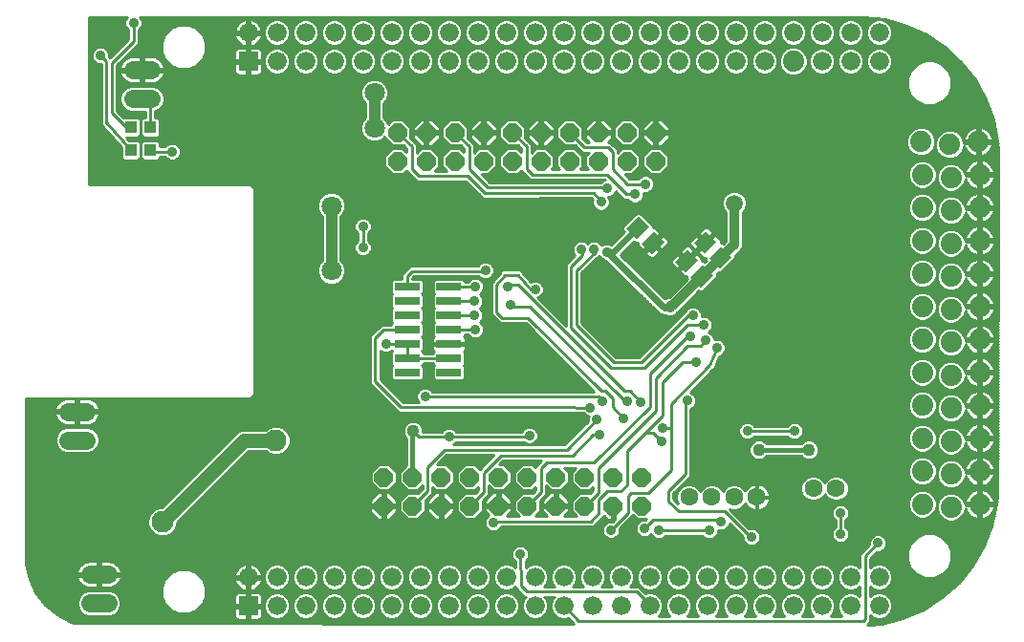
<source format=gbl>
G75*
%MOIN*%
%OFA0B0*%
%FSLAX25Y25*%
%IPPOS*%
%LPD*%
%AMOC8*
5,1,8,0,0,1.08239X$1,22.5*
%
%ADD10R,0.05118X0.05906*%
%ADD11C,0.07400*%
%ADD12OC8,0.06400*%
%ADD13C,0.06299*%
%ADD14C,0.06400*%
%ADD15R,0.06600X0.06600*%
%ADD16C,0.06600*%
%ADD17C,0.06337*%
%ADD18R,0.03937X0.04331*%
%ADD19R,0.08661X0.02992*%
%ADD20C,0.03500*%
%ADD21C,0.01000*%
%ADD22C,0.04756*%
%ADD23C,0.07087*%
%ADD24C,0.04000*%
%ADD25C,0.04362*%
%ADD26C,0.01600*%
%ADD27C,0.02400*%
%ADD28C,0.05937*%
%ADD29C,0.03200*%
%ADD30C,0.07677*%
%ADD31C,0.05000*%
D10*
G36*
X0250135Y0145765D02*
X0246516Y0149384D01*
X0250691Y0153559D01*
X0254310Y0149940D01*
X0250135Y0145765D01*
G37*
G36*
X0255425Y0140476D02*
X0251806Y0144095D01*
X0255981Y0148270D01*
X0259600Y0144651D01*
X0255425Y0140476D01*
G37*
G36*
X0267726Y0141915D02*
X0271345Y0138296D01*
X0267170Y0134121D01*
X0263551Y0137740D01*
X0267726Y0141915D01*
G37*
G36*
X0274229Y0148411D02*
X0277848Y0144792D01*
X0273673Y0140617D01*
X0270054Y0144236D01*
X0274229Y0148411D01*
G37*
G36*
X0279518Y0143122D02*
X0283137Y0139503D01*
X0278962Y0135328D01*
X0275343Y0138947D01*
X0279518Y0143122D01*
G37*
G36*
X0273015Y0136625D02*
X0276634Y0133006D01*
X0272459Y0128831D01*
X0268840Y0132450D01*
X0273015Y0136625D01*
G37*
D11*
X0349100Y0179667D03*
X0359100Y0178667D03*
X0369100Y0179667D03*
X0369600Y0168167D03*
X0359600Y0167167D03*
X0349600Y0168167D03*
X0349600Y0156667D03*
X0359600Y0155667D03*
X0369600Y0156667D03*
X0369600Y0145167D03*
X0359600Y0144167D03*
X0349600Y0145167D03*
X0349600Y0133667D03*
X0359600Y0132667D03*
X0369600Y0133667D03*
X0369600Y0122167D03*
X0359600Y0121167D03*
X0349600Y0122167D03*
X0349600Y0110667D03*
X0359600Y0109667D03*
X0369600Y0110667D03*
X0369600Y0099167D03*
X0359600Y0098167D03*
X0349600Y0099167D03*
X0349600Y0087667D03*
X0359600Y0086667D03*
X0369600Y0087667D03*
X0369600Y0076167D03*
X0359600Y0075167D03*
X0349600Y0076167D03*
X0349600Y0064667D03*
X0359600Y0063667D03*
X0369600Y0064667D03*
X0369600Y0053167D03*
X0359600Y0052167D03*
X0349600Y0053167D03*
X0304600Y0207667D03*
D12*
X0256725Y0182792D03*
X0246725Y0182792D03*
X0236725Y0182792D03*
X0226725Y0182792D03*
X0216725Y0182792D03*
X0206725Y0182792D03*
X0196725Y0182792D03*
X0186725Y0182792D03*
X0176725Y0182792D03*
X0166725Y0182792D03*
X0166725Y0172792D03*
X0176725Y0172792D03*
X0186725Y0172792D03*
X0196725Y0172792D03*
X0206725Y0172792D03*
X0216725Y0172792D03*
X0226725Y0172792D03*
X0236725Y0172792D03*
X0246725Y0172792D03*
X0256725Y0172792D03*
X0251850Y0062542D03*
X0241850Y0062542D03*
X0231850Y0062542D03*
X0221850Y0062542D03*
X0211850Y0062542D03*
X0201850Y0062542D03*
X0191850Y0062542D03*
X0181850Y0062542D03*
X0171850Y0062542D03*
X0161850Y0062542D03*
X0161850Y0052542D03*
X0171850Y0052542D03*
X0181850Y0052542D03*
X0191850Y0052542D03*
X0201850Y0052542D03*
X0211850Y0052542D03*
X0221850Y0052542D03*
X0231850Y0052542D03*
X0241850Y0052542D03*
X0251850Y0052542D03*
D13*
X0268289Y0055626D03*
X0276163Y0055626D03*
X0284037Y0055626D03*
X0291911Y0055626D03*
X0311663Y0058707D03*
X0319537Y0058707D03*
D14*
X0080800Y0194667D02*
X0074400Y0194667D01*
X0074400Y0204667D02*
X0080800Y0204667D01*
X0058200Y0085467D02*
X0051800Y0085467D01*
X0051800Y0075467D02*
X0058200Y0075467D01*
D15*
X0114600Y0017667D03*
X0114600Y0207667D03*
D16*
X0124600Y0207667D03*
X0134600Y0207667D03*
X0144600Y0207667D03*
X0154600Y0207667D03*
X0164600Y0207667D03*
X0174600Y0207667D03*
X0184600Y0207667D03*
X0194600Y0207667D03*
X0204600Y0207667D03*
X0214600Y0207667D03*
X0224600Y0207667D03*
X0234600Y0207667D03*
X0244600Y0207667D03*
X0254600Y0207667D03*
X0264600Y0207667D03*
X0274600Y0207667D03*
X0284600Y0207667D03*
X0294600Y0207667D03*
X0294600Y0217667D03*
X0304600Y0217667D03*
X0314600Y0217667D03*
X0324600Y0217667D03*
X0334600Y0217667D03*
X0334600Y0207667D03*
X0324600Y0207667D03*
X0314600Y0207667D03*
X0284600Y0217667D03*
X0274600Y0217667D03*
X0264600Y0217667D03*
X0254600Y0217667D03*
X0244600Y0217667D03*
X0234600Y0217667D03*
X0224600Y0217667D03*
X0214600Y0217667D03*
X0204600Y0217667D03*
X0194600Y0217667D03*
X0184600Y0217667D03*
X0174600Y0217667D03*
X0164600Y0217667D03*
X0154600Y0217667D03*
X0144600Y0217667D03*
X0134600Y0217667D03*
X0124600Y0217667D03*
X0114600Y0217667D03*
X0114600Y0027667D03*
X0124600Y0027667D03*
X0134600Y0027667D03*
X0144600Y0027667D03*
X0154600Y0027667D03*
X0164600Y0027667D03*
X0174600Y0027667D03*
X0184600Y0027667D03*
X0194600Y0027667D03*
X0204600Y0027667D03*
X0214600Y0027667D03*
X0224600Y0027667D03*
X0234600Y0027667D03*
X0244600Y0027667D03*
X0254600Y0027667D03*
X0264600Y0027667D03*
X0274600Y0027667D03*
X0284600Y0027667D03*
X0294600Y0027667D03*
X0304600Y0027667D03*
X0314600Y0027667D03*
X0324600Y0027667D03*
X0334600Y0027667D03*
X0334600Y0017667D03*
X0324600Y0017667D03*
X0314600Y0017667D03*
X0304600Y0017667D03*
X0294600Y0017667D03*
X0284600Y0017667D03*
X0274600Y0017667D03*
X0264600Y0017667D03*
X0254600Y0017667D03*
X0244600Y0017667D03*
X0234600Y0017667D03*
X0224600Y0017667D03*
X0214600Y0017667D03*
X0204600Y0017667D03*
X0194600Y0017667D03*
X0184600Y0017667D03*
X0174600Y0017667D03*
X0164600Y0017667D03*
X0154600Y0017667D03*
X0144600Y0017667D03*
X0134600Y0017667D03*
X0124600Y0017667D03*
D17*
X0065769Y0018667D02*
X0059431Y0018667D01*
X0059431Y0028667D02*
X0065769Y0028667D01*
D18*
X0073754Y0176667D03*
X0080446Y0176667D03*
X0080446Y0184667D03*
X0073754Y0184667D03*
D19*
X0170017Y0129067D03*
X0170017Y0124067D03*
X0170017Y0119067D03*
X0170017Y0114067D03*
X0170017Y0109067D03*
X0170017Y0104067D03*
X0170017Y0099067D03*
X0184583Y0099067D03*
X0184583Y0104067D03*
X0184583Y0109067D03*
X0184583Y0114067D03*
X0184583Y0119067D03*
X0184583Y0124067D03*
X0184583Y0129067D03*
D20*
X0193700Y0129067D03*
X0193500Y0124067D03*
X0193400Y0119067D03*
X0193700Y0114067D03*
X0206100Y0122767D03*
X0205100Y0129167D03*
X0197300Y0134667D03*
X0188600Y0145667D03*
X0174600Y0141167D03*
X0154600Y0142667D03*
X0154600Y0150167D03*
X0150600Y0157167D03*
X0125100Y0151667D03*
X0121600Y0176667D03*
X0109600Y0187167D03*
X0088100Y0176167D03*
X0063100Y0209667D03*
X0074600Y0221167D03*
X0141100Y0178667D03*
X0211600Y0157367D03*
X0230700Y0142167D03*
X0235200Y0142067D03*
X0239700Y0141167D03*
X0249850Y0140667D03*
X0258600Y0137667D03*
X0261600Y0121667D03*
X0269600Y0119167D03*
X0273400Y0115667D03*
X0268700Y0111667D03*
X0274200Y0110267D03*
X0278000Y0107667D03*
X0270700Y0102767D03*
X0267700Y0089267D03*
X0259100Y0079667D03*
X0258600Y0075167D03*
X0245500Y0083167D03*
X0246700Y0088967D03*
X0251400Y0088567D03*
X0238100Y0089167D03*
X0233900Y0086867D03*
X0236100Y0082667D03*
X0237200Y0077267D03*
X0212600Y0077167D03*
X0184600Y0076667D03*
X0176300Y0090767D03*
X0162600Y0109067D03*
X0115950Y0081467D03*
X0106150Y0081467D03*
X0086750Y0086167D03*
X0078750Y0086167D03*
X0067950Y0086367D03*
X0092850Y0045667D03*
X0200100Y0046667D03*
X0209500Y0035767D03*
X0241100Y0044167D03*
X0252700Y0044767D03*
X0257700Y0043967D03*
X0275400Y0043967D03*
X0279500Y0047067D03*
X0290100Y0041667D03*
X0321100Y0042667D03*
X0321100Y0050167D03*
X0327000Y0053567D03*
X0334200Y0039567D03*
X0327600Y0070167D03*
X0305100Y0078667D03*
X0288600Y0078667D03*
X0259100Y0115667D03*
X0299850Y0121167D03*
X0322600Y0126167D03*
X0253100Y0164867D03*
X0249400Y0161267D03*
X0239900Y0163367D03*
X0237600Y0158567D03*
X0236100Y0147167D03*
X0214600Y0128167D03*
X0302350Y0183667D03*
X0319350Y0181167D03*
X0273850Y0187167D03*
D21*
X0058238Y0024146D02*
X0039703Y0024146D01*
X0040162Y0023147D02*
X0084350Y0023147D01*
X0084350Y0022149D02*
X0068606Y0022149D01*
X0068300Y0022455D02*
X0066657Y0023135D01*
X0058543Y0023135D01*
X0056900Y0022455D01*
X0055643Y0021198D01*
X0054963Y0019555D01*
X0054963Y0017778D01*
X0055643Y0016135D01*
X0056900Y0014878D01*
X0058543Y0014198D01*
X0066657Y0014198D01*
X0068300Y0014878D01*
X0069557Y0016135D01*
X0070237Y0017778D01*
X0070237Y0019555D01*
X0069557Y0021198D01*
X0068300Y0022455D01*
X0069576Y0021150D02*
X0084350Y0021150D01*
X0084350Y0021125D02*
X0085530Y0018277D01*
X0087710Y0016097D01*
X0090558Y0014917D01*
X0093642Y0014917D01*
X0096490Y0016097D01*
X0098670Y0018277D01*
X0099850Y0021125D01*
X0099850Y0024208D01*
X0098670Y0027057D01*
X0096490Y0029237D01*
X0093642Y0030417D01*
X0090558Y0030417D01*
X0087710Y0029237D01*
X0085530Y0027057D01*
X0084350Y0024208D01*
X0084350Y0021125D01*
X0084753Y0020152D02*
X0069990Y0020152D01*
X0070237Y0019153D02*
X0085167Y0019153D01*
X0085652Y0018155D02*
X0070237Y0018155D01*
X0069980Y0017156D02*
X0086650Y0017156D01*
X0087649Y0016158D02*
X0069566Y0016158D01*
X0068580Y0015159D02*
X0089973Y0015159D01*
X0094227Y0015159D02*
X0109800Y0015159D01*
X0109800Y0014169D02*
X0109902Y0013788D01*
X0110100Y0013446D01*
X0110379Y0013166D01*
X0110721Y0012969D01*
X0111103Y0012867D01*
X0114100Y0012867D01*
X0114100Y0017167D01*
X0109800Y0017167D01*
X0109800Y0014169D01*
X0109802Y0014161D02*
X0048824Y0014161D01*
X0048003Y0014574D02*
X0043850Y0018004D01*
X0040565Y0022273D01*
X0038312Y0027165D01*
X0037204Y0032437D01*
X0037100Y0035125D01*
X0037100Y0035149D01*
X0037114Y0035960D01*
X0037100Y0035975D01*
X0037100Y0090167D01*
X0115428Y0090167D01*
X0116600Y0091338D01*
X0116600Y0163495D01*
X0115428Y0164667D01*
X0059100Y0164667D01*
X0059100Y0223167D01*
X0072287Y0223167D01*
X0072014Y0222894D01*
X0071550Y0221773D01*
X0071550Y0220560D01*
X0072014Y0219439D01*
X0072800Y0218653D01*
X0072800Y0215412D01*
X0066350Y0208962D01*
X0066150Y0209162D01*
X0066150Y0210273D01*
X0065686Y0211394D01*
X0064828Y0212252D01*
X0063707Y0212717D01*
X0062493Y0212717D01*
X0061372Y0212252D01*
X0060514Y0211394D01*
X0060050Y0210273D01*
X0060050Y0209060D01*
X0060514Y0207939D01*
X0061372Y0207081D01*
X0062493Y0206617D01*
X0063300Y0206617D01*
X0063300Y0186369D01*
X0063262Y0185674D01*
X0063300Y0185632D01*
X0063300Y0185575D01*
X0063792Y0185082D01*
X0070485Y0177616D01*
X0070485Y0173963D01*
X0071247Y0173201D01*
X0076261Y0173201D01*
X0077022Y0173963D01*
X0077022Y0179370D01*
X0076261Y0180132D01*
X0073064Y0180132D01*
X0072106Y0181201D01*
X0076261Y0181201D01*
X0077022Y0181963D01*
X0077022Y0187370D01*
X0076261Y0188132D01*
X0071247Y0188132D01*
X0071213Y0188099D01*
X0068900Y0190412D01*
X0068900Y0206421D01*
X0075346Y0212867D01*
X0076400Y0213921D01*
X0076400Y0218653D01*
X0077186Y0219439D01*
X0077650Y0220560D01*
X0077650Y0221773D01*
X0077186Y0222894D01*
X0076913Y0223167D01*
X0324316Y0223167D01*
X0324348Y0223137D01*
X0325138Y0223167D01*
X0325928Y0223167D01*
X0325929Y0223167D01*
X0329038Y0223164D01*
X0336702Y0222247D01*
X0344128Y0220144D01*
X0351134Y0216904D01*
X0357546Y0212609D01*
X0363208Y0207363D01*
X0367979Y0201296D01*
X0371743Y0194557D01*
X0374406Y0187313D01*
X0375903Y0179741D01*
X0376200Y0175911D01*
X0375900Y0057247D01*
X0375536Y0053414D01*
X0373900Y0045832D01*
X0371098Y0038599D01*
X0367199Y0031894D01*
X0362299Y0025882D01*
X0356519Y0020709D01*
X0350001Y0016505D01*
X0342906Y0013372D01*
X0335408Y0011388D01*
X0330601Y0010898D01*
X0330478Y0010898D01*
X0330679Y0011300D01*
X0331000Y0011621D01*
X0331000Y0011942D01*
X0331079Y0012100D01*
X0331400Y0012421D01*
X0331400Y0012742D01*
X0331543Y0013029D01*
X0331400Y0013459D01*
X0331400Y0014361D01*
X0331994Y0013767D01*
X0333685Y0013067D01*
X0335515Y0013067D01*
X0337206Y0013767D01*
X0338500Y0015061D01*
X0339200Y0016752D01*
X0339200Y0018582D01*
X0338500Y0020272D01*
X0337206Y0021566D01*
X0335515Y0022267D01*
X0333685Y0022267D01*
X0331994Y0021566D01*
X0331400Y0020972D01*
X0331400Y0024361D01*
X0331994Y0023767D01*
X0333685Y0023067D01*
X0335515Y0023067D01*
X0337206Y0023767D01*
X0338500Y0025061D01*
X0339200Y0026752D01*
X0339200Y0028582D01*
X0338500Y0030272D01*
X0337206Y0031566D01*
X0335515Y0032267D01*
X0333685Y0032267D01*
X0331994Y0031566D01*
X0331400Y0030972D01*
X0331400Y0034221D01*
X0333696Y0036517D01*
X0334807Y0036517D01*
X0335928Y0036981D01*
X0336786Y0037839D01*
X0337250Y0038960D01*
X0337250Y0040173D01*
X0336786Y0041294D01*
X0335928Y0042152D01*
X0334807Y0042617D01*
X0333593Y0042617D01*
X0332472Y0042152D01*
X0331614Y0041294D01*
X0331150Y0040173D01*
X0331150Y0039062D01*
X0327800Y0035712D01*
X0327800Y0030972D01*
X0327206Y0031566D01*
X0325515Y0032267D01*
X0323685Y0032267D01*
X0321994Y0031566D01*
X0320700Y0030272D01*
X0320000Y0028582D01*
X0320000Y0026752D01*
X0320700Y0025061D01*
X0321994Y0023767D01*
X0323685Y0023067D01*
X0325515Y0023067D01*
X0327206Y0023767D01*
X0327800Y0024361D01*
X0327800Y0020972D01*
X0327206Y0021566D01*
X0325515Y0022267D01*
X0323685Y0022267D01*
X0321994Y0021566D01*
X0320700Y0020272D01*
X0320000Y0018582D01*
X0320000Y0016752D01*
X0320700Y0015061D01*
X0321595Y0014167D01*
X0317605Y0014167D01*
X0318500Y0015061D01*
X0319200Y0016752D01*
X0319200Y0018582D01*
X0318500Y0020272D01*
X0317206Y0021566D01*
X0315515Y0022267D01*
X0313685Y0022267D01*
X0311994Y0021566D01*
X0310700Y0020272D01*
X0310000Y0018582D01*
X0310000Y0016752D01*
X0310700Y0015061D01*
X0311595Y0014167D01*
X0307605Y0014167D01*
X0308500Y0015061D01*
X0309200Y0016752D01*
X0309200Y0018582D01*
X0308500Y0020272D01*
X0307206Y0021566D01*
X0305515Y0022267D01*
X0303685Y0022267D01*
X0301994Y0021566D01*
X0300700Y0020272D01*
X0300000Y0018582D01*
X0300000Y0016752D01*
X0300700Y0015061D01*
X0301595Y0014167D01*
X0297605Y0014167D01*
X0298500Y0015061D01*
X0299200Y0016752D01*
X0299200Y0018582D01*
X0298500Y0020272D01*
X0297206Y0021566D01*
X0295515Y0022267D01*
X0293685Y0022267D01*
X0291994Y0021566D01*
X0290700Y0020272D01*
X0290000Y0018582D01*
X0290000Y0016752D01*
X0290700Y0015061D01*
X0291595Y0014167D01*
X0287605Y0014167D01*
X0288500Y0015061D01*
X0289200Y0016752D01*
X0289200Y0018582D01*
X0288500Y0020272D01*
X0287206Y0021566D01*
X0285515Y0022267D01*
X0283685Y0022267D01*
X0281994Y0021566D01*
X0280700Y0020272D01*
X0280000Y0018582D01*
X0280000Y0016752D01*
X0280700Y0015061D01*
X0281595Y0014167D01*
X0277605Y0014167D01*
X0278500Y0015061D01*
X0279200Y0016752D01*
X0279200Y0018582D01*
X0278500Y0020272D01*
X0277206Y0021566D01*
X0275515Y0022267D01*
X0273685Y0022267D01*
X0271994Y0021566D01*
X0270700Y0020272D01*
X0270000Y0018582D01*
X0270000Y0016752D01*
X0270700Y0015061D01*
X0271595Y0014167D01*
X0267605Y0014167D01*
X0268500Y0015061D01*
X0269200Y0016752D01*
X0269200Y0018582D01*
X0268500Y0020272D01*
X0267206Y0021566D01*
X0265515Y0022267D01*
X0263685Y0022267D01*
X0261994Y0021566D01*
X0260700Y0020272D01*
X0260000Y0018582D01*
X0260000Y0016752D01*
X0260700Y0015061D01*
X0261595Y0014167D01*
X0257605Y0014167D01*
X0258500Y0015061D01*
X0259200Y0016752D01*
X0259200Y0018582D01*
X0258500Y0020272D01*
X0257206Y0021566D01*
X0255515Y0022267D01*
X0253685Y0022267D01*
X0253233Y0022079D01*
X0251900Y0023412D01*
X0250846Y0024467D01*
X0247905Y0024467D01*
X0248500Y0025061D01*
X0249200Y0026752D01*
X0249200Y0028582D01*
X0248500Y0030272D01*
X0247206Y0031566D01*
X0245515Y0032267D01*
X0243685Y0032267D01*
X0241994Y0031566D01*
X0240700Y0030272D01*
X0240000Y0028582D01*
X0240000Y0026752D01*
X0240700Y0025061D01*
X0241295Y0024467D01*
X0237905Y0024467D01*
X0238500Y0025061D01*
X0239200Y0026752D01*
X0239200Y0028582D01*
X0238500Y0030272D01*
X0237206Y0031566D01*
X0235515Y0032267D01*
X0233685Y0032267D01*
X0231994Y0031566D01*
X0230700Y0030272D01*
X0230000Y0028582D01*
X0230000Y0026752D01*
X0230700Y0025061D01*
X0231295Y0024467D01*
X0227905Y0024467D01*
X0228500Y0025061D01*
X0229200Y0026752D01*
X0229200Y0028582D01*
X0228500Y0030272D01*
X0227206Y0031566D01*
X0225515Y0032267D01*
X0223685Y0032267D01*
X0221994Y0031566D01*
X0220700Y0030272D01*
X0220000Y0028582D01*
X0220000Y0026752D01*
X0220700Y0025061D01*
X0221295Y0024467D01*
X0217905Y0024467D01*
X0218500Y0025061D01*
X0219200Y0026752D01*
X0219200Y0028582D01*
X0218500Y0030272D01*
X0217206Y0031566D01*
X0215515Y0032267D01*
X0213685Y0032267D01*
X0211994Y0031566D01*
X0211344Y0030916D01*
X0211323Y0033276D01*
X0212086Y0034039D01*
X0212550Y0035160D01*
X0212550Y0036373D01*
X0212086Y0037494D01*
X0211228Y0038352D01*
X0210107Y0038817D01*
X0208893Y0038817D01*
X0207772Y0038352D01*
X0206914Y0037494D01*
X0206450Y0036373D01*
X0206450Y0035160D01*
X0206914Y0034039D01*
X0207723Y0033231D01*
X0207743Y0031029D01*
X0207206Y0031566D01*
X0205515Y0032267D01*
X0203685Y0032267D01*
X0201994Y0031566D01*
X0200700Y0030272D01*
X0200000Y0028582D01*
X0200000Y0026752D01*
X0200700Y0025061D01*
X0201994Y0023767D01*
X0203685Y0023067D01*
X0205515Y0023067D01*
X0207206Y0023767D01*
X0207800Y0024361D01*
X0207800Y0023921D01*
X0207807Y0023914D01*
X0207807Y0023905D01*
X0208333Y0023389D01*
X0210854Y0020867D01*
X0211295Y0020867D01*
X0210700Y0020272D01*
X0210000Y0018582D01*
X0210000Y0016752D01*
X0210700Y0015061D01*
X0211994Y0013767D01*
X0213685Y0013067D01*
X0215515Y0013067D01*
X0217206Y0013767D01*
X0218500Y0015061D01*
X0219200Y0016752D01*
X0219200Y0018582D01*
X0218500Y0020272D01*
X0217905Y0020867D01*
X0221295Y0020867D01*
X0220700Y0020272D01*
X0220000Y0018582D01*
X0220000Y0016752D01*
X0220700Y0015061D01*
X0221994Y0013767D01*
X0223685Y0013067D01*
X0225515Y0013067D01*
X0226240Y0013367D01*
X0227900Y0011641D01*
X0227900Y0011621D01*
X0228260Y0011261D01*
X0053927Y0011879D01*
X0052815Y0012153D01*
X0048003Y0014574D01*
X0047294Y0015159D02*
X0056620Y0015159D01*
X0055634Y0016158D02*
X0046085Y0016158D01*
X0044877Y0017156D02*
X0055220Y0017156D01*
X0054963Y0018155D02*
X0043734Y0018155D01*
X0042966Y0019153D02*
X0054963Y0019153D01*
X0055210Y0020152D02*
X0042197Y0020152D01*
X0041429Y0021150D02*
X0055624Y0021150D01*
X0056594Y0022149D02*
X0040660Y0022149D01*
X0039243Y0025144D02*
X0056352Y0025144D01*
X0056390Y0025106D02*
X0056985Y0024674D01*
X0057639Y0024340D01*
X0058338Y0024113D01*
X0059064Y0023998D01*
X0062116Y0023998D01*
X0062116Y0028182D01*
X0063084Y0028182D01*
X0063084Y0023998D01*
X0066136Y0023998D01*
X0066862Y0024113D01*
X0067561Y0024340D01*
X0068215Y0024674D01*
X0068810Y0025106D01*
X0069329Y0025625D01*
X0069761Y0026220D01*
X0070095Y0026875D01*
X0070322Y0027573D01*
X0070418Y0028182D01*
X0063084Y0028182D01*
X0063084Y0029151D01*
X0062116Y0029151D01*
X0062116Y0033335D01*
X0059064Y0033335D01*
X0058338Y0033220D01*
X0057639Y0032993D01*
X0056985Y0032660D01*
X0056390Y0032228D01*
X0055871Y0031708D01*
X0055439Y0031113D01*
X0055105Y0030459D01*
X0054878Y0029760D01*
X0054781Y0029151D01*
X0062116Y0029151D01*
X0062116Y0028182D01*
X0054781Y0028182D01*
X0054878Y0027573D01*
X0055105Y0026875D01*
X0055439Y0026220D01*
X0055871Y0025625D01*
X0056390Y0025106D01*
X0055495Y0026143D02*
X0038783Y0026143D01*
X0038323Y0027141D02*
X0055018Y0027141D01*
X0054788Y0028140D02*
X0038107Y0028140D01*
X0037898Y0029138D02*
X0062116Y0029138D01*
X0063084Y0029138D02*
X0087612Y0029138D01*
X0086613Y0028140D02*
X0070412Y0028140D01*
X0070418Y0029151D02*
X0070322Y0029760D01*
X0070095Y0030459D01*
X0069761Y0031113D01*
X0069329Y0031708D01*
X0068810Y0032228D01*
X0068215Y0032660D01*
X0067561Y0032993D01*
X0066862Y0033220D01*
X0066136Y0033335D01*
X0063084Y0033335D01*
X0063084Y0029151D01*
X0070418Y0029151D01*
X0070200Y0030137D02*
X0089883Y0030137D01*
X0094317Y0030137D02*
X0110471Y0030137D01*
X0110495Y0030182D02*
X0110152Y0029509D01*
X0109918Y0028791D01*
X0109819Y0028167D01*
X0114100Y0028167D01*
X0114100Y0032447D01*
X0113476Y0032348D01*
X0112757Y0032115D01*
X0112084Y0031772D01*
X0111473Y0031328D01*
X0110939Y0030794D01*
X0110495Y0030182D01*
X0110031Y0029138D02*
X0096588Y0029138D01*
X0097587Y0028140D02*
X0114100Y0028140D01*
X0114100Y0028167D02*
X0114100Y0027167D01*
X0109819Y0027167D01*
X0109918Y0026543D01*
X0110152Y0025824D01*
X0110495Y0025151D01*
X0110939Y0024540D01*
X0111473Y0024005D01*
X0112084Y0023561D01*
X0112757Y0023218D01*
X0113476Y0022985D01*
X0114100Y0022886D01*
X0114100Y0027167D01*
X0115100Y0027167D01*
X0115100Y0028167D01*
X0114100Y0028167D01*
X0114100Y0029138D02*
X0115100Y0029138D01*
X0115100Y0028167D02*
X0115100Y0032447D01*
X0115724Y0032348D01*
X0116443Y0032115D01*
X0117116Y0031772D01*
X0117727Y0031328D01*
X0118261Y0030794D01*
X0118705Y0030182D01*
X0119048Y0029509D01*
X0119282Y0028791D01*
X0119381Y0028167D01*
X0115100Y0028167D01*
X0115100Y0028140D02*
X0120000Y0028140D01*
X0120000Y0028582D02*
X0120000Y0026752D01*
X0120700Y0025061D01*
X0121994Y0023767D01*
X0123685Y0023067D01*
X0125515Y0023067D01*
X0127206Y0023767D01*
X0128500Y0025061D01*
X0129200Y0026752D01*
X0129200Y0028582D01*
X0128500Y0030272D01*
X0127206Y0031566D01*
X0125515Y0032267D01*
X0123685Y0032267D01*
X0121994Y0031566D01*
X0120700Y0030272D01*
X0120000Y0028582D01*
X0120231Y0029138D02*
X0119169Y0029138D01*
X0118729Y0030137D02*
X0120644Y0030137D01*
X0121563Y0031135D02*
X0117919Y0031135D01*
X0116384Y0032134D02*
X0123365Y0032134D01*
X0125835Y0032134D02*
X0133365Y0032134D01*
X0133685Y0032267D02*
X0131994Y0031566D01*
X0130700Y0030272D01*
X0130000Y0028582D01*
X0130000Y0026752D01*
X0130700Y0025061D01*
X0131994Y0023767D01*
X0133685Y0023067D01*
X0135515Y0023067D01*
X0137206Y0023767D01*
X0138500Y0025061D01*
X0139200Y0026752D01*
X0139200Y0028582D01*
X0138500Y0030272D01*
X0137206Y0031566D01*
X0135515Y0032267D01*
X0133685Y0032267D01*
X0135835Y0032134D02*
X0143365Y0032134D01*
X0143685Y0032267D02*
X0141994Y0031566D01*
X0140700Y0030272D01*
X0140000Y0028582D01*
X0140000Y0026752D01*
X0140700Y0025061D01*
X0141994Y0023767D01*
X0143685Y0023067D01*
X0145515Y0023067D01*
X0147206Y0023767D01*
X0148500Y0025061D01*
X0149200Y0026752D01*
X0149200Y0028582D01*
X0148500Y0030272D01*
X0147206Y0031566D01*
X0145515Y0032267D01*
X0143685Y0032267D01*
X0145835Y0032134D02*
X0153365Y0032134D01*
X0153685Y0032267D02*
X0151994Y0031566D01*
X0150700Y0030272D01*
X0150000Y0028582D01*
X0150000Y0026752D01*
X0150700Y0025061D01*
X0151994Y0023767D01*
X0153685Y0023067D01*
X0155515Y0023067D01*
X0157206Y0023767D01*
X0158500Y0025061D01*
X0159200Y0026752D01*
X0159200Y0028582D01*
X0158500Y0030272D01*
X0157206Y0031566D01*
X0155515Y0032267D01*
X0153685Y0032267D01*
X0155835Y0032134D02*
X0163365Y0032134D01*
X0163685Y0032267D02*
X0161994Y0031566D01*
X0160700Y0030272D01*
X0160000Y0028582D01*
X0160000Y0026752D01*
X0160700Y0025061D01*
X0161994Y0023767D01*
X0163685Y0023067D01*
X0165515Y0023067D01*
X0167206Y0023767D01*
X0168500Y0025061D01*
X0169200Y0026752D01*
X0169200Y0028582D01*
X0168500Y0030272D01*
X0167206Y0031566D01*
X0165515Y0032267D01*
X0163685Y0032267D01*
X0165835Y0032134D02*
X0173365Y0032134D01*
X0173685Y0032267D02*
X0171994Y0031566D01*
X0170700Y0030272D01*
X0170000Y0028582D01*
X0170000Y0026752D01*
X0170700Y0025061D01*
X0171994Y0023767D01*
X0173685Y0023067D01*
X0175515Y0023067D01*
X0177206Y0023767D01*
X0178500Y0025061D01*
X0179200Y0026752D01*
X0179200Y0028582D01*
X0178500Y0030272D01*
X0177206Y0031566D01*
X0175515Y0032267D01*
X0173685Y0032267D01*
X0175835Y0032134D02*
X0183365Y0032134D01*
X0183685Y0032267D02*
X0181994Y0031566D01*
X0180700Y0030272D01*
X0180000Y0028582D01*
X0180000Y0026752D01*
X0180700Y0025061D01*
X0181994Y0023767D01*
X0183685Y0023067D01*
X0185515Y0023067D01*
X0187206Y0023767D01*
X0188500Y0025061D01*
X0189200Y0026752D01*
X0189200Y0028582D01*
X0188500Y0030272D01*
X0187206Y0031566D01*
X0185515Y0032267D01*
X0183685Y0032267D01*
X0185835Y0032134D02*
X0193365Y0032134D01*
X0193685Y0032267D02*
X0191994Y0031566D01*
X0190700Y0030272D01*
X0190000Y0028582D01*
X0190000Y0026752D01*
X0190700Y0025061D01*
X0191994Y0023767D01*
X0193685Y0023067D01*
X0195515Y0023067D01*
X0197206Y0023767D01*
X0198500Y0025061D01*
X0199200Y0026752D01*
X0199200Y0028582D01*
X0198500Y0030272D01*
X0197206Y0031566D01*
X0195515Y0032267D01*
X0193685Y0032267D01*
X0195835Y0032134D02*
X0203365Y0032134D01*
X0201563Y0031135D02*
X0197637Y0031135D01*
X0198556Y0030137D02*
X0200644Y0030137D01*
X0200231Y0029138D02*
X0198969Y0029138D01*
X0199200Y0028140D02*
X0200000Y0028140D01*
X0200000Y0027141D02*
X0199200Y0027141D01*
X0198948Y0026143D02*
X0200252Y0026143D01*
X0200666Y0025144D02*
X0198534Y0025144D01*
X0197585Y0024146D02*
X0201615Y0024146D01*
X0203490Y0023147D02*
X0195710Y0023147D01*
X0195515Y0022267D02*
X0193685Y0022267D01*
X0191994Y0021566D01*
X0190700Y0020272D01*
X0190000Y0018582D01*
X0190000Y0016752D01*
X0190700Y0015061D01*
X0191994Y0013767D01*
X0193685Y0013067D01*
X0195515Y0013067D01*
X0197206Y0013767D01*
X0198500Y0015061D01*
X0199200Y0016752D01*
X0199200Y0018582D01*
X0198500Y0020272D01*
X0197206Y0021566D01*
X0195515Y0022267D01*
X0195800Y0022149D02*
X0203400Y0022149D01*
X0203685Y0022267D02*
X0201994Y0021566D01*
X0200700Y0020272D01*
X0200000Y0018582D01*
X0200000Y0016752D01*
X0200700Y0015061D01*
X0201994Y0013767D01*
X0203685Y0013067D01*
X0205515Y0013067D01*
X0207206Y0013767D01*
X0208500Y0015061D01*
X0209200Y0016752D01*
X0209200Y0018582D01*
X0208500Y0020272D01*
X0207206Y0021566D01*
X0205515Y0022267D01*
X0203685Y0022267D01*
X0205800Y0022149D02*
X0209572Y0022149D01*
X0208574Y0023147D02*
X0205710Y0023147D01*
X0207585Y0024146D02*
X0207800Y0024146D01*
X0209600Y0024667D02*
X0209500Y0035767D01*
X0206762Y0037126D02*
X0037100Y0037126D01*
X0037100Y0036128D02*
X0206450Y0036128D01*
X0206463Y0035129D02*
X0037100Y0035129D01*
X0037139Y0034131D02*
X0206876Y0034131D01*
X0207724Y0033132D02*
X0067132Y0033132D01*
X0068903Y0032134D02*
X0112816Y0032134D01*
X0114100Y0032134D02*
X0115100Y0032134D01*
X0115100Y0031135D02*
X0114100Y0031135D01*
X0114100Y0030137D02*
X0115100Y0030137D01*
X0115100Y0027167D02*
X0119381Y0027167D01*
X0119282Y0026543D01*
X0119048Y0025824D01*
X0118705Y0025151D01*
X0118261Y0024540D01*
X0117727Y0024005D01*
X0117116Y0023561D01*
X0116443Y0023218D01*
X0115724Y0022985D01*
X0115100Y0022886D01*
X0115100Y0027167D01*
X0115100Y0027141D02*
X0114100Y0027141D01*
X0114100Y0026143D02*
X0115100Y0026143D01*
X0115100Y0025144D02*
X0114100Y0025144D01*
X0114100Y0024146D02*
X0115100Y0024146D01*
X0115100Y0023147D02*
X0114100Y0023147D01*
X0114100Y0022467D02*
X0111103Y0022467D01*
X0110721Y0022364D01*
X0110379Y0022167D01*
X0110100Y0021888D01*
X0109902Y0021546D01*
X0109800Y0021164D01*
X0109800Y0018167D01*
X0114100Y0018167D01*
X0114100Y0022467D01*
X0114100Y0022149D02*
X0115100Y0022149D01*
X0115100Y0022467D02*
X0118097Y0022467D01*
X0118479Y0022364D01*
X0118821Y0022167D01*
X0119100Y0021888D01*
X0119298Y0021546D01*
X0119400Y0021164D01*
X0119400Y0018167D01*
X0115100Y0018167D01*
X0114100Y0018167D01*
X0114100Y0017167D01*
X0115100Y0017167D01*
X0115100Y0018167D01*
X0115100Y0022467D01*
X0116224Y0023147D02*
X0123490Y0023147D01*
X0123685Y0022267D02*
X0121994Y0021566D01*
X0120700Y0020272D01*
X0120000Y0018582D01*
X0120000Y0016752D01*
X0120700Y0015061D01*
X0121994Y0013767D01*
X0123685Y0013067D01*
X0125515Y0013067D01*
X0127206Y0013767D01*
X0128500Y0015061D01*
X0129200Y0016752D01*
X0129200Y0018582D01*
X0128500Y0020272D01*
X0127206Y0021566D01*
X0125515Y0022267D01*
X0123685Y0022267D01*
X0123400Y0022149D02*
X0118839Y0022149D01*
X0119400Y0021150D02*
X0121578Y0021150D01*
X0120650Y0020152D02*
X0119400Y0020152D01*
X0119400Y0019153D02*
X0120237Y0019153D01*
X0120000Y0018155D02*
X0115100Y0018155D01*
X0115100Y0017167D02*
X0119400Y0017167D01*
X0119400Y0014169D01*
X0119298Y0013788D01*
X0119100Y0013446D01*
X0118821Y0013166D01*
X0118479Y0012969D01*
X0118097Y0012867D01*
X0115100Y0012867D01*
X0115100Y0017167D01*
X0115100Y0017156D02*
X0114100Y0017156D01*
X0114100Y0016158D02*
X0115100Y0016158D01*
X0115100Y0015159D02*
X0114100Y0015159D01*
X0114100Y0014161D02*
X0115100Y0014161D01*
X0115100Y0013162D02*
X0114100Y0013162D01*
X0110386Y0013162D02*
X0050809Y0013162D01*
X0052794Y0012164D02*
X0227397Y0012164D01*
X0226436Y0013162D02*
X0225746Y0013162D01*
X0223454Y0013162D02*
X0215746Y0013162D01*
X0217599Y0014161D02*
X0221601Y0014161D01*
X0220660Y0015159D02*
X0218540Y0015159D01*
X0218954Y0016158D02*
X0220246Y0016158D01*
X0220000Y0017156D02*
X0219200Y0017156D01*
X0219200Y0018155D02*
X0220000Y0018155D01*
X0220237Y0019153D02*
X0218963Y0019153D01*
X0218550Y0020152D02*
X0220650Y0020152D01*
X0224600Y0017667D02*
X0229700Y0012367D01*
X0329200Y0012367D01*
X0329600Y0013167D01*
X0329600Y0034967D01*
X0334200Y0039567D01*
X0336904Y0038125D02*
X0344937Y0038125D01*
X0345350Y0039123D02*
X0337250Y0039123D01*
X0337250Y0040122D02*
X0346095Y0040122D01*
X0345530Y0039557D02*
X0344350Y0036708D01*
X0344350Y0033625D01*
X0345530Y0030777D01*
X0347710Y0028597D01*
X0350558Y0027417D01*
X0353642Y0027417D01*
X0356490Y0028597D01*
X0358670Y0030777D01*
X0359850Y0033625D01*
X0359850Y0036708D01*
X0358670Y0039557D01*
X0356490Y0041737D01*
X0353642Y0042917D01*
X0350558Y0042917D01*
X0347710Y0041737D01*
X0345530Y0039557D01*
X0347094Y0041121D02*
X0336858Y0041121D01*
X0335961Y0042119D02*
X0348633Y0042119D01*
X0348605Y0048167D02*
X0350595Y0048167D01*
X0352432Y0048928D01*
X0353839Y0050334D01*
X0354600Y0052172D01*
X0354600Y0054161D01*
X0353839Y0055999D01*
X0352432Y0057405D01*
X0350595Y0058167D01*
X0348605Y0058167D01*
X0346768Y0057405D01*
X0345361Y0055999D01*
X0344600Y0054161D01*
X0344600Y0052172D01*
X0345361Y0050334D01*
X0346768Y0048928D01*
X0348605Y0048167D01*
X0346587Y0049109D02*
X0323963Y0049109D01*
X0324150Y0049560D02*
X0324150Y0050773D01*
X0323686Y0051894D01*
X0322828Y0052752D01*
X0321707Y0053217D01*
X0320493Y0053217D01*
X0319372Y0052752D01*
X0318514Y0051894D01*
X0318050Y0050773D01*
X0318050Y0049560D01*
X0318514Y0048439D01*
X0319300Y0047653D01*
X0319300Y0045180D01*
X0318514Y0044394D01*
X0318050Y0043273D01*
X0318050Y0042060D01*
X0318514Y0040939D01*
X0319372Y0040081D01*
X0320493Y0039617D01*
X0321707Y0039617D01*
X0322828Y0040081D01*
X0323686Y0040939D01*
X0324150Y0042060D01*
X0324150Y0043273D01*
X0323686Y0044394D01*
X0322900Y0045180D01*
X0322900Y0047653D01*
X0323686Y0048439D01*
X0324150Y0049560D01*
X0324150Y0050107D02*
X0345588Y0050107D01*
X0345042Y0051106D02*
X0324012Y0051106D01*
X0323476Y0052104D02*
X0344628Y0052104D01*
X0344600Y0053103D02*
X0321982Y0053103D01*
X0320218Y0053103D02*
X0295825Y0053103D01*
X0295888Y0053189D02*
X0296220Y0053841D01*
X0296446Y0054538D01*
X0296561Y0055260D01*
X0296561Y0055437D01*
X0292100Y0055437D01*
X0292100Y0050977D01*
X0292277Y0050977D01*
X0293000Y0051091D01*
X0293696Y0051317D01*
X0294348Y0051650D01*
X0294940Y0052080D01*
X0295458Y0052597D01*
X0295888Y0053189D01*
X0296304Y0054101D02*
X0344600Y0054101D01*
X0344989Y0055100D02*
X0322222Y0055100D01*
X0322058Y0054935D02*
X0323309Y0056187D01*
X0323987Y0057822D01*
X0323987Y0059592D01*
X0323309Y0061228D01*
X0322058Y0062479D01*
X0320422Y0063157D01*
X0318652Y0063157D01*
X0317016Y0062479D01*
X0315765Y0061228D01*
X0315600Y0060830D01*
X0315435Y0061228D01*
X0314183Y0062479D01*
X0312548Y0063157D01*
X0310778Y0063157D01*
X0309142Y0062479D01*
X0307891Y0061228D01*
X0307213Y0059592D01*
X0307213Y0057822D01*
X0307891Y0056187D01*
X0309142Y0054935D01*
X0310778Y0054257D01*
X0312548Y0054257D01*
X0314183Y0054935D01*
X0315435Y0056187D01*
X0315600Y0056584D01*
X0315765Y0056187D01*
X0317016Y0054935D01*
X0318652Y0054257D01*
X0320422Y0054257D01*
X0322058Y0054935D01*
X0323221Y0056098D02*
X0345460Y0056098D01*
X0346459Y0057097D02*
X0323686Y0057097D01*
X0323987Y0058095D02*
X0348433Y0058095D01*
X0348605Y0059667D02*
X0350595Y0059667D01*
X0352432Y0060428D01*
X0353839Y0061834D01*
X0354600Y0063672D01*
X0354600Y0065661D01*
X0353839Y0067499D01*
X0352432Y0068905D01*
X0350595Y0069667D01*
X0348605Y0069667D01*
X0346768Y0068905D01*
X0345361Y0067499D01*
X0344600Y0065661D01*
X0344600Y0063672D01*
X0345361Y0061834D01*
X0346768Y0060428D01*
X0348605Y0059667D01*
X0347578Y0060092D02*
X0323779Y0060092D01*
X0323987Y0059094D02*
X0357574Y0059094D01*
X0356768Y0059428D02*
X0358605Y0058667D01*
X0360595Y0058667D01*
X0362432Y0059428D01*
X0363839Y0060834D01*
X0364600Y0062672D01*
X0364600Y0063228D01*
X0364781Y0062671D01*
X0365153Y0061941D01*
X0365634Y0061279D01*
X0366212Y0060700D01*
X0366875Y0060219D01*
X0367604Y0059848D01*
X0368382Y0059595D01*
X0369100Y0059481D01*
X0369100Y0064167D01*
X0364600Y0064167D01*
X0364600Y0064661D01*
X0363839Y0066499D01*
X0362432Y0067905D01*
X0360595Y0068667D01*
X0358605Y0068667D01*
X0356768Y0067905D01*
X0355361Y0066499D01*
X0354600Y0064661D01*
X0354600Y0062672D01*
X0355361Y0060834D01*
X0356768Y0059428D01*
X0356103Y0060092D02*
X0351622Y0060092D01*
X0353095Y0061091D02*
X0355255Y0061091D01*
X0354841Y0062089D02*
X0353944Y0062089D01*
X0354358Y0063088D02*
X0354600Y0063088D01*
X0354600Y0064086D02*
X0354600Y0064086D01*
X0354600Y0065085D02*
X0354775Y0065085D01*
X0354425Y0066083D02*
X0355189Y0066083D01*
X0355944Y0067082D02*
X0354012Y0067082D01*
X0353257Y0068080D02*
X0357190Y0068080D01*
X0358605Y0070167D02*
X0356768Y0070928D01*
X0355361Y0072334D01*
X0354600Y0074172D01*
X0354600Y0076161D01*
X0355361Y0077999D01*
X0356768Y0079405D01*
X0358605Y0080167D01*
X0360595Y0080167D01*
X0362432Y0079405D01*
X0363839Y0077999D01*
X0364600Y0076161D01*
X0364600Y0075667D01*
X0369100Y0075667D01*
X0369100Y0076667D01*
X0369100Y0081352D01*
X0368382Y0081239D01*
X0367604Y0080986D01*
X0366875Y0080614D01*
X0366212Y0080133D01*
X0365634Y0079554D01*
X0365153Y0078892D01*
X0364781Y0078163D01*
X0364528Y0077384D01*
X0364414Y0076667D01*
X0369100Y0076667D01*
X0370100Y0076667D01*
X0370100Y0081352D01*
X0370818Y0081239D01*
X0371596Y0080986D01*
X0372325Y0080614D01*
X0372988Y0080133D01*
X0373566Y0079554D01*
X0374047Y0078892D01*
X0374419Y0078163D01*
X0374672Y0077384D01*
X0374786Y0076667D01*
X0370100Y0076667D01*
X0370100Y0075667D01*
X0374786Y0075667D01*
X0374672Y0074949D01*
X0374419Y0074171D01*
X0374047Y0073441D01*
X0373566Y0072779D01*
X0372988Y0072200D01*
X0372325Y0071719D01*
X0371596Y0071348D01*
X0370818Y0071095D01*
X0370100Y0070981D01*
X0370100Y0075667D01*
X0369100Y0075667D01*
X0369100Y0070981D01*
X0368382Y0071095D01*
X0367604Y0071348D01*
X0366875Y0071719D01*
X0366212Y0072200D01*
X0365634Y0072779D01*
X0365153Y0073441D01*
X0364781Y0074171D01*
X0364600Y0074728D01*
X0364600Y0074172D01*
X0363839Y0072334D01*
X0362432Y0070928D01*
X0360595Y0070167D01*
X0358605Y0070167D01*
X0356620Y0071076D02*
X0313416Y0071076D01*
X0313581Y0071474D02*
X0313581Y0072859D01*
X0313051Y0074139D01*
X0312072Y0075118D01*
X0310792Y0075648D01*
X0309408Y0075648D01*
X0308128Y0075118D01*
X0307277Y0074267D01*
X0295423Y0074267D01*
X0294572Y0075118D01*
X0293292Y0075648D01*
X0291908Y0075648D01*
X0290628Y0075118D01*
X0289649Y0074139D01*
X0289119Y0072859D01*
X0289119Y0071474D01*
X0289649Y0070195D01*
X0290628Y0069216D01*
X0291908Y0068686D01*
X0293292Y0068686D01*
X0294572Y0069216D01*
X0295423Y0070067D01*
X0307277Y0070067D01*
X0308128Y0069216D01*
X0309408Y0068686D01*
X0310792Y0068686D01*
X0312072Y0069216D01*
X0313051Y0070195D01*
X0313581Y0071474D01*
X0313581Y0072074D02*
X0346621Y0072074D01*
X0346768Y0071928D02*
X0348605Y0071167D01*
X0350595Y0071167D01*
X0352432Y0071928D01*
X0353839Y0073334D01*
X0354600Y0075172D01*
X0354600Y0077161D01*
X0353839Y0078999D01*
X0352432Y0080405D01*
X0350595Y0081167D01*
X0348605Y0081167D01*
X0346768Y0080405D01*
X0345361Y0078999D01*
X0344600Y0077161D01*
X0344600Y0075172D01*
X0345361Y0073334D01*
X0346768Y0071928D01*
X0345623Y0073073D02*
X0313493Y0073073D01*
X0313079Y0074071D02*
X0345056Y0074071D01*
X0344642Y0075070D02*
X0312120Y0075070D01*
X0308080Y0075070D02*
X0294620Y0075070D01*
X0291113Y0076867D02*
X0302587Y0076867D01*
X0303372Y0076081D01*
X0304493Y0075617D01*
X0305707Y0075617D01*
X0306828Y0076081D01*
X0307686Y0076939D01*
X0308150Y0078060D01*
X0308150Y0079273D01*
X0307686Y0080394D01*
X0306828Y0081252D01*
X0305707Y0081717D01*
X0304493Y0081717D01*
X0303372Y0081252D01*
X0302587Y0080467D01*
X0291113Y0080467D01*
X0290328Y0081252D01*
X0289207Y0081717D01*
X0287993Y0081717D01*
X0286872Y0081252D01*
X0286014Y0080394D01*
X0285550Y0079273D01*
X0285550Y0078060D01*
X0286014Y0076939D01*
X0286872Y0076081D01*
X0287993Y0075617D01*
X0289207Y0075617D01*
X0290328Y0076081D01*
X0291113Y0076867D01*
X0290297Y0076068D02*
X0303403Y0076068D01*
X0305100Y0078667D02*
X0288600Y0078667D01*
X0285877Y0080062D02*
X0268900Y0080062D01*
X0268900Y0079064D02*
X0285550Y0079064D01*
X0285550Y0078065D02*
X0268900Y0078065D01*
X0268900Y0077067D02*
X0285961Y0077067D01*
X0286903Y0076068D02*
X0268900Y0076068D01*
X0268900Y0075070D02*
X0290580Y0075070D01*
X0289621Y0074071D02*
X0268900Y0074071D01*
X0268900Y0073073D02*
X0289207Y0073073D01*
X0289119Y0072074D02*
X0268900Y0072074D01*
X0268900Y0071076D02*
X0289284Y0071076D01*
X0289766Y0070077D02*
X0268900Y0070077D01*
X0268900Y0069079D02*
X0290958Y0069079D01*
X0294242Y0069079D02*
X0308458Y0069079D01*
X0311742Y0069079D02*
X0347186Y0069079D01*
X0345943Y0068080D02*
X0268900Y0068080D01*
X0268900Y0067082D02*
X0345188Y0067082D01*
X0344775Y0066083D02*
X0268900Y0066083D01*
X0268900Y0065085D02*
X0344600Y0065085D01*
X0344600Y0064086D02*
X0268900Y0064086D01*
X0268900Y0063088D02*
X0310612Y0063088D01*
X0312714Y0063088D02*
X0318486Y0063088D01*
X0320588Y0063088D02*
X0344842Y0063088D01*
X0345256Y0062089D02*
X0322447Y0062089D01*
X0323366Y0061091D02*
X0346105Y0061091D01*
X0350767Y0058095D02*
X0367941Y0058095D01*
X0367604Y0057986D02*
X0366875Y0057614D01*
X0366212Y0057133D01*
X0365634Y0056554D01*
X0365153Y0055892D01*
X0364781Y0055163D01*
X0364528Y0054384D01*
X0364414Y0053667D01*
X0369100Y0053667D01*
X0369100Y0058352D01*
X0368382Y0058239D01*
X0367604Y0057986D01*
X0369100Y0058095D02*
X0370100Y0058095D01*
X0370100Y0058352D02*
X0370100Y0053667D01*
X0369100Y0053667D01*
X0369100Y0052667D01*
X0364600Y0052667D01*
X0364600Y0053161D01*
X0363839Y0054999D01*
X0362432Y0056405D01*
X0360595Y0057167D01*
X0358605Y0057167D01*
X0356768Y0056405D01*
X0355361Y0054999D01*
X0354600Y0053161D01*
X0354600Y0051172D01*
X0355361Y0049334D01*
X0356768Y0047928D01*
X0358605Y0047167D01*
X0360595Y0047167D01*
X0362432Y0047928D01*
X0363839Y0049334D01*
X0364600Y0051172D01*
X0364600Y0051728D01*
X0364781Y0051171D01*
X0365153Y0050441D01*
X0365634Y0049779D01*
X0366212Y0049200D01*
X0366875Y0048719D01*
X0367604Y0048348D01*
X0368382Y0048095D01*
X0369100Y0047981D01*
X0369100Y0052667D01*
X0370100Y0052667D01*
X0370100Y0053667D01*
X0374786Y0053667D01*
X0374672Y0054384D01*
X0374419Y0055163D01*
X0374047Y0055892D01*
X0373566Y0056554D01*
X0372988Y0057133D01*
X0372325Y0057614D01*
X0371596Y0057986D01*
X0370818Y0058239D01*
X0370100Y0058352D01*
X0370100Y0059481D02*
X0370818Y0059595D01*
X0371596Y0059848D01*
X0372325Y0060219D01*
X0372988Y0060700D01*
X0373566Y0061279D01*
X0374047Y0061941D01*
X0374419Y0062671D01*
X0374672Y0063449D01*
X0374786Y0064167D01*
X0370100Y0064167D01*
X0370100Y0065167D01*
X0369100Y0065167D01*
X0369100Y0069852D01*
X0368382Y0069739D01*
X0367604Y0069486D01*
X0366875Y0069114D01*
X0366212Y0068633D01*
X0365634Y0068054D01*
X0365153Y0067392D01*
X0364781Y0066663D01*
X0364528Y0065884D01*
X0364414Y0065167D01*
X0369100Y0065167D01*
X0369100Y0064167D01*
X0370100Y0064167D01*
X0370100Y0059481D01*
X0370100Y0060092D02*
X0369100Y0060092D01*
X0369100Y0061091D02*
X0370100Y0061091D01*
X0370100Y0062089D02*
X0369100Y0062089D01*
X0369100Y0063088D02*
X0370100Y0063088D01*
X0370100Y0064086D02*
X0369100Y0064086D01*
X0369100Y0065085D02*
X0364425Y0065085D01*
X0364593Y0066083D02*
X0364011Y0066083D01*
X0363256Y0067082D02*
X0364994Y0067082D01*
X0365660Y0068080D02*
X0362010Y0068080D01*
X0362580Y0071076D02*
X0368501Y0071076D01*
X0369100Y0071076D02*
X0370100Y0071076D01*
X0370699Y0071076D02*
X0375935Y0071076D01*
X0375938Y0072074D02*
X0372814Y0072074D01*
X0373780Y0073073D02*
X0375940Y0073073D01*
X0375943Y0074071D02*
X0374368Y0074071D01*
X0374691Y0075070D02*
X0375945Y0075070D01*
X0375948Y0076068D02*
X0370100Y0076068D01*
X0370100Y0075070D02*
X0369100Y0075070D01*
X0369100Y0076068D02*
X0364600Y0076068D01*
X0364478Y0077067D02*
X0364225Y0077067D01*
X0363772Y0078065D02*
X0364749Y0078065D01*
X0365277Y0079064D02*
X0362774Y0079064D01*
X0360846Y0080062D02*
X0366142Y0080062D01*
X0367836Y0081061D02*
X0350850Y0081061D01*
X0350595Y0082667D02*
X0348605Y0082667D01*
X0346768Y0083428D01*
X0345361Y0084834D01*
X0344600Y0086672D01*
X0344600Y0088661D01*
X0345361Y0090499D01*
X0346768Y0091905D01*
X0348605Y0092667D01*
X0350595Y0092667D01*
X0352432Y0091905D01*
X0353839Y0090499D01*
X0354600Y0088661D01*
X0354600Y0086672D01*
X0353839Y0084834D01*
X0352432Y0083428D01*
X0350595Y0082667D01*
X0351539Y0083058D02*
X0356138Y0083058D01*
X0356768Y0082428D02*
X0355361Y0083834D01*
X0354600Y0085672D01*
X0354600Y0087661D01*
X0355361Y0089499D01*
X0356768Y0090905D01*
X0358605Y0091667D01*
X0360595Y0091667D01*
X0362432Y0090905D01*
X0363839Y0089499D01*
X0364600Y0087661D01*
X0364600Y0087167D01*
X0369100Y0087167D01*
X0369100Y0088167D01*
X0369100Y0092852D01*
X0368382Y0092739D01*
X0367604Y0092486D01*
X0366875Y0092114D01*
X0366212Y0091633D01*
X0365634Y0091054D01*
X0365153Y0090392D01*
X0364781Y0089663D01*
X0364528Y0088884D01*
X0364414Y0088167D01*
X0369100Y0088167D01*
X0370100Y0088167D01*
X0370100Y0092852D01*
X0370818Y0092739D01*
X0371596Y0092486D01*
X0372325Y0092114D01*
X0372988Y0091633D01*
X0373566Y0091054D01*
X0374047Y0090392D01*
X0374419Y0089663D01*
X0374672Y0088884D01*
X0374786Y0088167D01*
X0370100Y0088167D01*
X0370100Y0087167D01*
X0374786Y0087167D01*
X0374672Y0086449D01*
X0374419Y0085671D01*
X0374047Y0084941D01*
X0373566Y0084279D01*
X0372988Y0083700D01*
X0372325Y0083219D01*
X0371596Y0082848D01*
X0370818Y0082595D01*
X0370100Y0082481D01*
X0370100Y0087167D01*
X0369100Y0087167D01*
X0369100Y0082481D01*
X0368382Y0082595D01*
X0367604Y0082848D01*
X0366875Y0083219D01*
X0366212Y0083700D01*
X0365634Y0084279D01*
X0365153Y0084941D01*
X0364781Y0085671D01*
X0364600Y0086228D01*
X0364600Y0085672D01*
X0363839Y0083834D01*
X0362432Y0082428D01*
X0360595Y0081667D01*
X0358605Y0081667D01*
X0356768Y0082428D01*
X0357657Y0082059D02*
X0268900Y0082059D01*
X0268900Y0081061D02*
X0286681Y0081061D01*
X0290519Y0081061D02*
X0303181Y0081061D01*
X0307019Y0081061D02*
X0348350Y0081061D01*
X0347661Y0083058D02*
X0268900Y0083058D01*
X0268900Y0084056D02*
X0346139Y0084056D01*
X0345270Y0085055D02*
X0268900Y0085055D01*
X0268900Y0086054D02*
X0344856Y0086054D01*
X0344600Y0087052D02*
X0269799Y0087052D01*
X0269428Y0086681D02*
X0270286Y0087539D01*
X0270750Y0088660D01*
X0270750Y0089873D01*
X0270286Y0090994D01*
X0269428Y0091852D01*
X0268652Y0092173D01*
X0276522Y0100043D01*
X0276883Y0100194D01*
X0277028Y0100550D01*
X0277300Y0100821D01*
X0277300Y0101212D01*
X0278713Y0104661D01*
X0279728Y0105081D01*
X0280586Y0105939D01*
X0281050Y0107060D01*
X0281050Y0108273D01*
X0280586Y0109394D01*
X0279728Y0110252D01*
X0278607Y0110717D01*
X0277393Y0110717D01*
X0277250Y0110657D01*
X0277250Y0110873D01*
X0276786Y0111994D01*
X0275928Y0112852D01*
X0275200Y0113154D01*
X0275986Y0113939D01*
X0276450Y0115060D01*
X0276450Y0116273D01*
X0275986Y0117394D01*
X0275128Y0118252D01*
X0274007Y0118717D01*
X0272793Y0118717D01*
X0272650Y0118657D01*
X0272650Y0119773D01*
X0272186Y0120894D01*
X0271328Y0121752D01*
X0270207Y0122217D01*
X0268993Y0122217D01*
X0267872Y0121752D01*
X0267014Y0120894D01*
X0266825Y0120437D01*
X0266300Y0119912D01*
X0250854Y0104467D01*
X0242846Y0104467D01*
X0230900Y0116412D01*
X0230900Y0133921D01*
X0236129Y0139150D01*
X0236928Y0139481D01*
X0237047Y0139601D01*
X0237114Y0139439D01*
X0237972Y0138581D01*
X0239093Y0138117D01*
X0239241Y0138117D01*
X0257841Y0119890D01*
X0258184Y0119547D01*
X0258196Y0119542D01*
X0258205Y0119533D01*
X0258655Y0119352D01*
X0259103Y0119167D01*
X0259116Y0119167D01*
X0259128Y0119162D01*
X0259613Y0119167D01*
X0259787Y0119167D01*
X0259872Y0119081D01*
X0260993Y0118617D01*
X0262207Y0118617D01*
X0263328Y0119081D01*
X0264186Y0119939D01*
X0264282Y0120173D01*
X0271780Y0127671D01*
X0271920Y0127531D01*
X0272997Y0127531D01*
X0277934Y0132468D01*
X0277934Y0133545D01*
X0277929Y0133550D01*
X0278397Y0134054D01*
X0278423Y0134027D01*
X0279500Y0134027D01*
X0284438Y0138964D01*
X0284438Y0140041D01*
X0284429Y0140050D01*
X0285683Y0141201D01*
X0285743Y0141226D01*
X0286107Y0141590D01*
X0286486Y0141938D01*
X0286513Y0141996D01*
X0286558Y0142042D01*
X0286755Y0142517D01*
X0286973Y0142984D01*
X0286975Y0143048D01*
X0287000Y0143108D01*
X0287000Y0143622D01*
X0287022Y0144136D01*
X0287000Y0144197D01*
X0287000Y0155030D01*
X0287719Y0155749D01*
X0288368Y0157318D01*
X0288368Y0159016D01*
X0287719Y0160585D01*
X0286518Y0161785D01*
X0284949Y0162435D01*
X0283251Y0162435D01*
X0281682Y0161785D01*
X0280481Y0160585D01*
X0279831Y0159016D01*
X0279831Y0157318D01*
X0280481Y0155749D01*
X0281200Y0155030D01*
X0281200Y0144959D01*
X0280324Y0144155D01*
X0280057Y0144422D01*
X0279302Y0144422D01*
X0279348Y0144595D01*
X0279348Y0144990D01*
X0279246Y0145371D01*
X0279049Y0145713D01*
X0277453Y0147309D01*
X0274658Y0144514D01*
X0273951Y0145221D01*
X0276746Y0148016D01*
X0275150Y0149612D01*
X0274808Y0149809D01*
X0274427Y0149911D01*
X0274032Y0149911D01*
X0273650Y0149809D01*
X0273308Y0149612D01*
X0271434Y0147738D01*
X0273951Y0145221D01*
X0273244Y0144514D01*
X0273951Y0143807D01*
X0271156Y0141012D01*
X0272751Y0139416D01*
X0273093Y0139219D01*
X0273475Y0139117D01*
X0273870Y0139117D01*
X0274043Y0139163D01*
X0274043Y0138408D01*
X0274292Y0138158D01*
X0273825Y0137655D01*
X0273554Y0137926D01*
X0272799Y0137926D01*
X0272845Y0138099D01*
X0272845Y0138494D01*
X0272743Y0138875D01*
X0272545Y0139217D01*
X0270950Y0140813D01*
X0268155Y0138018D01*
X0267448Y0138725D01*
X0270243Y0141520D01*
X0268647Y0143115D01*
X0268305Y0143313D01*
X0267923Y0143415D01*
X0267528Y0143415D01*
X0267147Y0143313D01*
X0266805Y0143115D01*
X0264931Y0141241D01*
X0267447Y0138725D01*
X0266740Y0138018D01*
X0264224Y0140534D01*
X0262350Y0138660D01*
X0262152Y0138318D01*
X0262050Y0137937D01*
X0262050Y0137542D01*
X0262152Y0137160D01*
X0262350Y0136818D01*
X0263945Y0135223D01*
X0266740Y0138018D01*
X0267447Y0137311D01*
X0264652Y0134516D01*
X0266248Y0132920D01*
X0266590Y0132723D01*
X0266972Y0132620D01*
X0267367Y0132620D01*
X0267539Y0132667D01*
X0267539Y0131911D01*
X0267679Y0131772D01*
X0261349Y0125442D01*
X0261023Y0125442D01*
X0259957Y0125000D01*
X0259865Y0124908D01*
X0244374Y0140087D01*
X0249174Y0144887D01*
X0249596Y0144465D01*
X0250352Y0144465D01*
X0250305Y0144292D01*
X0250305Y0143897D01*
X0250408Y0143516D01*
X0250605Y0143173D01*
X0252201Y0141578D01*
X0254996Y0144373D01*
X0255703Y0143666D01*
X0256410Y0144373D01*
X0255703Y0145080D01*
X0258498Y0147875D01*
X0256902Y0149471D01*
X0256560Y0149668D01*
X0256179Y0149770D01*
X0255784Y0149770D01*
X0255611Y0149724D01*
X0255611Y0150479D01*
X0251230Y0154860D01*
X0250153Y0154860D01*
X0245216Y0149922D01*
X0245216Y0148845D01*
X0245638Y0148423D01*
X0241103Y0143887D01*
X0240307Y0144217D01*
X0239093Y0144217D01*
X0237972Y0143752D01*
X0237853Y0143633D01*
X0237786Y0143794D01*
X0236928Y0144652D01*
X0235807Y0145117D01*
X0234593Y0145117D01*
X0233472Y0144652D01*
X0233000Y0144180D01*
X0232428Y0144752D01*
X0231307Y0145217D01*
X0230093Y0145217D01*
X0228972Y0144752D01*
X0228114Y0143894D01*
X0227650Y0142773D01*
X0227650Y0141560D01*
X0228114Y0140439D01*
X0228471Y0140083D01*
X0226354Y0137967D01*
X0225300Y0136912D01*
X0225300Y0115512D01*
X0215552Y0125260D01*
X0216328Y0125581D01*
X0217186Y0126439D01*
X0217650Y0127560D01*
X0217650Y0128773D01*
X0217186Y0129894D01*
X0216328Y0130752D01*
X0215207Y0131217D01*
X0213993Y0131217D01*
X0213107Y0130850D01*
X0210400Y0133857D01*
X0210400Y0133912D01*
X0209906Y0134406D01*
X0209439Y0134925D01*
X0209384Y0134928D01*
X0209346Y0134967D01*
X0208647Y0134967D01*
X0207950Y0135003D01*
X0207909Y0134967D01*
X0204766Y0134967D01*
X0204705Y0135019D01*
X0204031Y0134967D01*
X0203354Y0134967D01*
X0203298Y0134910D01*
X0203219Y0134904D01*
X0202778Y0134391D01*
X0202300Y0133912D01*
X0202300Y0133833D01*
X0199778Y0130891D01*
X0199300Y0130412D01*
X0199300Y0130333D01*
X0199248Y0130272D01*
X0199300Y0129598D01*
X0199300Y0119421D01*
X0201300Y0117421D01*
X0202354Y0116367D01*
X0211352Y0116367D01*
X0235157Y0092469D01*
X0178818Y0092562D01*
X0178028Y0093352D01*
X0176907Y0093817D01*
X0175693Y0093817D01*
X0174572Y0093352D01*
X0173714Y0092494D01*
X0173250Y0091373D01*
X0173250Y0090160D01*
X0173714Y0089039D01*
X0173987Y0088767D01*
X0168646Y0088767D01*
X0160700Y0096712D01*
X0160700Y0106653D01*
X0160872Y0106481D01*
X0161993Y0106017D01*
X0163207Y0106017D01*
X0164328Y0106481D01*
X0164632Y0106786D01*
X0164851Y0106567D01*
X0164386Y0106101D01*
X0164386Y0102032D01*
X0164851Y0101567D01*
X0164386Y0101101D01*
X0164386Y0097032D01*
X0165147Y0096271D01*
X0174886Y0096271D01*
X0175647Y0097032D01*
X0175647Y0101101D01*
X0175182Y0101567D01*
X0175647Y0102032D01*
X0175647Y0102267D01*
X0178953Y0102267D01*
X0178953Y0102032D01*
X0179418Y0101567D01*
X0178953Y0101101D01*
X0178953Y0097032D01*
X0179714Y0096271D01*
X0189453Y0096271D01*
X0190214Y0097032D01*
X0190214Y0101101D01*
X0189749Y0101567D01*
X0190214Y0102032D01*
X0190214Y0106101D01*
X0189890Y0106425D01*
X0190114Y0106650D01*
X0190312Y0106992D01*
X0190414Y0107373D01*
X0190414Y0108819D01*
X0184832Y0108819D01*
X0184832Y0109315D01*
X0190414Y0109315D01*
X0190414Y0110760D01*
X0190312Y0111142D01*
X0190114Y0111484D01*
X0189890Y0111708D01*
X0190214Y0112032D01*
X0190214Y0112267D01*
X0191187Y0112267D01*
X0191972Y0111481D01*
X0193093Y0111017D01*
X0194307Y0111017D01*
X0195428Y0111481D01*
X0196286Y0112339D01*
X0196750Y0113460D01*
X0196750Y0114673D01*
X0196286Y0115794D01*
X0195428Y0116652D01*
X0195337Y0116690D01*
X0195986Y0117339D01*
X0196450Y0118460D01*
X0196450Y0119673D01*
X0195986Y0120794D01*
X0195263Y0121517D01*
X0196086Y0122339D01*
X0196550Y0123460D01*
X0196550Y0124673D01*
X0196086Y0125794D01*
X0195407Y0126473D01*
X0195428Y0126481D01*
X0196286Y0127339D01*
X0196750Y0128460D01*
X0196750Y0129673D01*
X0196286Y0130794D01*
X0195428Y0131652D01*
X0194307Y0132117D01*
X0193093Y0132117D01*
X0191972Y0131652D01*
X0191187Y0130867D01*
X0190214Y0130867D01*
X0190214Y0131101D01*
X0189453Y0131863D01*
X0179714Y0131863D01*
X0178953Y0131101D01*
X0178953Y0127032D01*
X0179418Y0126567D01*
X0178953Y0126101D01*
X0178953Y0122032D01*
X0179418Y0121567D01*
X0178953Y0121101D01*
X0178953Y0117032D01*
X0179418Y0116567D01*
X0178953Y0116101D01*
X0178953Y0112032D01*
X0179277Y0111708D01*
X0179052Y0111484D01*
X0178855Y0111142D01*
X0178753Y0110760D01*
X0178753Y0109315D01*
X0184335Y0109315D01*
X0184335Y0108819D01*
X0178753Y0108819D01*
X0178753Y0107373D01*
X0178855Y0106992D01*
X0179052Y0106650D01*
X0179277Y0106425D01*
X0178953Y0106101D01*
X0178953Y0105867D01*
X0175647Y0105867D01*
X0175647Y0106101D01*
X0175182Y0106567D01*
X0175647Y0107032D01*
X0175647Y0111101D01*
X0175182Y0111567D01*
X0175647Y0112032D01*
X0175647Y0116101D01*
X0175182Y0116567D01*
X0175647Y0117032D01*
X0175647Y0121101D01*
X0175182Y0121567D01*
X0175647Y0122032D01*
X0175647Y0126101D01*
X0175182Y0126567D01*
X0175647Y0127032D01*
X0175647Y0131101D01*
X0174886Y0131863D01*
X0171817Y0131863D01*
X0171817Y0132038D01*
X0172446Y0132667D01*
X0194987Y0132667D01*
X0195572Y0132081D01*
X0196693Y0131617D01*
X0197907Y0131617D01*
X0199028Y0132081D01*
X0199886Y0132939D01*
X0200350Y0134060D01*
X0200350Y0135273D01*
X0199886Y0136394D01*
X0199028Y0137252D01*
X0197907Y0137717D01*
X0196693Y0137717D01*
X0195572Y0137252D01*
X0194714Y0136394D01*
X0194661Y0136267D01*
X0170954Y0136267D01*
X0169900Y0135212D01*
X0168217Y0133529D01*
X0168217Y0131863D01*
X0165147Y0131863D01*
X0164386Y0131101D01*
X0164386Y0127032D01*
X0164851Y0126567D01*
X0164386Y0126101D01*
X0164386Y0122032D01*
X0164851Y0121567D01*
X0164386Y0121101D01*
X0164386Y0117032D01*
X0164851Y0116567D01*
X0164386Y0116101D01*
X0164386Y0115867D01*
X0161054Y0115867D01*
X0160000Y0114812D01*
X0157100Y0111912D01*
X0157100Y0095221D01*
X0158154Y0094167D01*
X0167154Y0085167D01*
X0223791Y0085167D01*
X0231362Y0085092D01*
X0232172Y0084281D01*
X0233278Y0083823D01*
X0233050Y0083273D01*
X0233050Y0082162D01*
X0224854Y0073967D01*
X0186052Y0073967D01*
X0186328Y0074081D01*
X0187113Y0074867D01*
X0210587Y0074867D01*
X0210872Y0074581D01*
X0211993Y0074117D01*
X0213207Y0074117D01*
X0214328Y0074581D01*
X0215186Y0075439D01*
X0215650Y0076560D01*
X0215650Y0077773D01*
X0215186Y0078894D01*
X0214328Y0079752D01*
X0213207Y0080217D01*
X0211993Y0080217D01*
X0210872Y0079752D01*
X0210014Y0078894D01*
X0209837Y0078467D01*
X0187113Y0078467D01*
X0186328Y0079252D01*
X0185207Y0079717D01*
X0183993Y0079717D01*
X0182872Y0079252D01*
X0182087Y0078467D01*
X0175581Y0078467D01*
X0175581Y0079359D01*
X0175051Y0080639D01*
X0174072Y0081618D01*
X0172792Y0082148D01*
X0171408Y0082148D01*
X0170128Y0081618D01*
X0169149Y0080639D01*
X0168619Y0079359D01*
X0168619Y0077974D01*
X0169149Y0076695D01*
X0169750Y0076094D01*
X0169750Y0066806D01*
X0167350Y0064406D01*
X0167350Y0060678D01*
X0169986Y0058042D01*
X0173714Y0058042D01*
X0175300Y0059628D01*
X0175300Y0058537D01*
X0173759Y0056996D01*
X0173714Y0057042D01*
X0169986Y0057042D01*
X0167350Y0054406D01*
X0167350Y0050678D01*
X0169986Y0048042D01*
X0173714Y0048042D01*
X0176350Y0050678D01*
X0176350Y0054406D01*
X0176305Y0054451D01*
X0178900Y0057046D01*
X0178900Y0059128D01*
X0179986Y0058042D01*
X0183714Y0058042D01*
X0186350Y0060678D01*
X0186350Y0064406D01*
X0183714Y0067042D01*
X0180521Y0067042D01*
X0183846Y0070367D01*
X0200254Y0070367D01*
X0195322Y0065434D01*
X0193714Y0067042D01*
X0189986Y0067042D01*
X0187350Y0064406D01*
X0187350Y0060678D01*
X0189986Y0058042D01*
X0193714Y0058042D01*
X0194800Y0059128D01*
X0194800Y0058037D01*
X0193759Y0056996D01*
X0193714Y0057042D01*
X0189986Y0057042D01*
X0187350Y0054406D01*
X0187350Y0050678D01*
X0189986Y0048042D01*
X0193714Y0048042D01*
X0196350Y0050678D01*
X0196350Y0054406D01*
X0196305Y0054451D01*
X0198400Y0056546D01*
X0198400Y0059628D01*
X0199986Y0058042D01*
X0203714Y0058042D01*
X0206350Y0060678D01*
X0206350Y0064406D01*
X0203714Y0067042D01*
X0202021Y0067042D01*
X0203346Y0068367D01*
X0216754Y0068367D01*
X0215854Y0067467D01*
X0214800Y0066412D01*
X0214800Y0065956D01*
X0213714Y0067042D01*
X0209986Y0067042D01*
X0207350Y0064406D01*
X0207350Y0060678D01*
X0209986Y0058042D01*
X0213714Y0058042D01*
X0214800Y0059128D01*
X0214800Y0058037D01*
X0213759Y0056996D01*
X0213714Y0057042D01*
X0209986Y0057042D01*
X0207350Y0054406D01*
X0207350Y0050678D01*
X0209061Y0048967D01*
X0204922Y0048967D01*
X0206550Y0050595D01*
X0206550Y0052042D01*
X0202350Y0052042D01*
X0202350Y0053042D01*
X0201350Y0053042D01*
X0201350Y0057242D01*
X0199903Y0057242D01*
X0197150Y0054488D01*
X0197150Y0053042D01*
X0201350Y0053042D01*
X0201350Y0052042D01*
X0197150Y0052042D01*
X0197150Y0050595D01*
X0198457Y0049288D01*
X0198372Y0049252D01*
X0197514Y0048394D01*
X0197050Y0047273D01*
X0197050Y0046060D01*
X0197514Y0044939D01*
X0198372Y0044081D01*
X0199493Y0043617D01*
X0200707Y0043617D01*
X0201828Y0044081D01*
X0202686Y0044939D01*
X0202863Y0045367D01*
X0234946Y0045367D01*
X0235046Y0045467D01*
X0236100Y0046521D01*
X0236100Y0046621D01*
X0237646Y0048167D01*
X0238612Y0049133D01*
X0239903Y0047842D01*
X0241350Y0047842D01*
X0241350Y0052042D01*
X0242350Y0052042D01*
X0242350Y0047962D01*
X0241604Y0047217D01*
X0240493Y0047217D01*
X0239372Y0046752D01*
X0238514Y0045894D01*
X0238050Y0044773D01*
X0238050Y0043560D01*
X0238514Y0042439D01*
X0239372Y0041581D01*
X0240493Y0041117D01*
X0241707Y0041117D01*
X0242828Y0041581D01*
X0243686Y0042439D01*
X0244150Y0043560D01*
X0244150Y0044671D01*
X0248753Y0049274D01*
X0249986Y0048042D01*
X0253429Y0048042D01*
X0253204Y0047817D01*
X0252093Y0047817D01*
X0250972Y0047352D01*
X0250114Y0046494D01*
X0249650Y0045373D01*
X0249650Y0044160D01*
X0250114Y0043039D01*
X0250972Y0042181D01*
X0252093Y0041717D01*
X0253307Y0041717D01*
X0254428Y0042181D01*
X0254930Y0042684D01*
X0255114Y0042239D01*
X0255972Y0041381D01*
X0257093Y0040917D01*
X0258307Y0040917D01*
X0259428Y0041381D01*
X0260213Y0042167D01*
X0272887Y0042167D01*
X0273672Y0041381D01*
X0274793Y0040917D01*
X0276007Y0040917D01*
X0277128Y0041381D01*
X0277986Y0042239D01*
X0278450Y0043360D01*
X0278450Y0044200D01*
X0278893Y0044017D01*
X0280107Y0044017D01*
X0281228Y0044481D01*
X0282086Y0045339D01*
X0282465Y0046256D01*
X0287050Y0041671D01*
X0287050Y0041060D01*
X0287514Y0039939D01*
X0288372Y0039081D01*
X0289493Y0038617D01*
X0290707Y0038617D01*
X0291828Y0039081D01*
X0292686Y0039939D01*
X0293150Y0041060D01*
X0293150Y0042273D01*
X0292686Y0043394D01*
X0291828Y0044252D01*
X0290707Y0044717D01*
X0289493Y0044717D01*
X0289212Y0044600D01*
X0282400Y0051412D01*
X0282400Y0051412D01*
X0282270Y0051542D01*
X0283152Y0051177D01*
X0284922Y0051177D01*
X0286558Y0051854D01*
X0287809Y0053106D01*
X0287884Y0053287D01*
X0287934Y0053189D01*
X0288365Y0052597D01*
X0288882Y0052080D01*
X0289474Y0051650D01*
X0290126Y0051317D01*
X0290822Y0051091D01*
X0291545Y0050977D01*
X0291722Y0050977D01*
X0291722Y0055437D01*
X0292100Y0055437D01*
X0292100Y0055815D01*
X0296561Y0055815D01*
X0296561Y0055992D01*
X0296446Y0056715D01*
X0296220Y0057411D01*
X0295888Y0058063D01*
X0295458Y0058655D01*
X0294940Y0059173D01*
X0294348Y0059603D01*
X0293696Y0059935D01*
X0293000Y0060161D01*
X0292277Y0060276D01*
X0292100Y0060276D01*
X0292100Y0055815D01*
X0291722Y0055815D01*
X0291722Y0060276D01*
X0291545Y0060276D01*
X0290822Y0060161D01*
X0290126Y0059935D01*
X0289474Y0059603D01*
X0288882Y0059173D01*
X0288365Y0058655D01*
X0287934Y0058063D01*
X0287884Y0057965D01*
X0287809Y0058147D01*
X0286558Y0059398D01*
X0284922Y0060076D01*
X0283152Y0060076D01*
X0281516Y0059398D01*
X0280265Y0058147D01*
X0280100Y0057749D01*
X0279935Y0058147D01*
X0278683Y0059398D01*
X0277048Y0060076D01*
X0275278Y0060076D01*
X0273642Y0059398D01*
X0272391Y0058147D01*
X0272226Y0057749D01*
X0272061Y0058147D01*
X0270809Y0059398D01*
X0269174Y0060076D01*
X0267404Y0060076D01*
X0265768Y0059398D01*
X0264517Y0058147D01*
X0263839Y0056511D01*
X0263839Y0054741D01*
X0264383Y0053430D01*
X0262900Y0054912D01*
X0262900Y0056921D01*
X0267846Y0061867D01*
X0268900Y0062921D01*
X0268900Y0086462D01*
X0269428Y0086681D01*
X0270498Y0088051D02*
X0344600Y0088051D01*
X0344761Y0089049D02*
X0270750Y0089049D01*
X0270678Y0090048D02*
X0345174Y0090048D01*
X0345908Y0091046D02*
X0270234Y0091046D01*
X0268963Y0092045D02*
X0347104Y0092045D01*
X0348605Y0094167D02*
X0350595Y0094167D01*
X0352432Y0094928D01*
X0353839Y0096334D01*
X0354600Y0098172D01*
X0354600Y0100161D01*
X0353839Y0101999D01*
X0352432Y0103405D01*
X0350595Y0104167D01*
X0348605Y0104167D01*
X0346768Y0103405D01*
X0345361Y0101999D01*
X0344600Y0100161D01*
X0344600Y0098172D01*
X0345361Y0096334D01*
X0346768Y0094928D01*
X0348605Y0094167D01*
X0346655Y0095040D02*
X0271519Y0095040D01*
X0270521Y0094042D02*
X0356654Y0094042D01*
X0356768Y0093928D02*
X0358605Y0093167D01*
X0360595Y0093167D01*
X0362432Y0093928D01*
X0363839Y0095334D01*
X0364600Y0097172D01*
X0364600Y0097728D01*
X0364781Y0097171D01*
X0365153Y0096441D01*
X0365634Y0095779D01*
X0366212Y0095200D01*
X0366875Y0094719D01*
X0367604Y0094348D01*
X0368382Y0094095D01*
X0369100Y0093981D01*
X0369100Y0098667D01*
X0364600Y0098667D01*
X0364600Y0099161D01*
X0363839Y0100999D01*
X0362432Y0102405D01*
X0360595Y0103167D01*
X0358605Y0103167D01*
X0356768Y0102405D01*
X0355361Y0100999D01*
X0354600Y0099161D01*
X0354600Y0097172D01*
X0355361Y0095334D01*
X0356768Y0093928D01*
X0355655Y0095040D02*
X0352545Y0095040D01*
X0353543Y0096039D02*
X0355069Y0096039D01*
X0354656Y0097037D02*
X0354130Y0097037D01*
X0354543Y0098036D02*
X0354600Y0098036D01*
X0354600Y0099034D02*
X0354600Y0099034D01*
X0354600Y0100033D02*
X0354961Y0100033D01*
X0355393Y0101031D02*
X0354240Y0101031D01*
X0353808Y0102030D02*
X0356392Y0102030D01*
X0358271Y0103028D02*
X0352809Y0103028D01*
X0350932Y0104027D02*
X0367730Y0104027D01*
X0367604Y0103986D02*
X0366875Y0103614D01*
X0366212Y0103133D01*
X0365634Y0102554D01*
X0365153Y0101892D01*
X0364781Y0101163D01*
X0364528Y0100384D01*
X0364414Y0099667D01*
X0369100Y0099667D01*
X0369100Y0104352D01*
X0368382Y0104239D01*
X0367604Y0103986D01*
X0369100Y0104027D02*
X0370100Y0104027D01*
X0370100Y0104352D02*
X0370100Y0099667D01*
X0369100Y0099667D01*
X0369100Y0098667D01*
X0370100Y0098667D01*
X0370100Y0099667D01*
X0374786Y0099667D01*
X0374672Y0100384D01*
X0374419Y0101163D01*
X0374047Y0101892D01*
X0373566Y0102554D01*
X0372988Y0103133D01*
X0372325Y0103614D01*
X0371596Y0103986D01*
X0370818Y0104239D01*
X0370100Y0104352D01*
X0370100Y0105481D02*
X0370818Y0105595D01*
X0371596Y0105848D01*
X0372325Y0106219D01*
X0372988Y0106700D01*
X0373566Y0107279D01*
X0374047Y0107941D01*
X0374419Y0108671D01*
X0374672Y0109449D01*
X0374786Y0110167D01*
X0370100Y0110167D01*
X0370100Y0111167D01*
X0369100Y0111167D01*
X0369100Y0115852D01*
X0368382Y0115739D01*
X0367604Y0115486D01*
X0366875Y0115114D01*
X0366212Y0114633D01*
X0365634Y0114054D01*
X0365153Y0113392D01*
X0364781Y0112663D01*
X0364528Y0111884D01*
X0364414Y0111167D01*
X0369100Y0111167D01*
X0369100Y0110167D01*
X0364600Y0110167D01*
X0364600Y0110661D01*
X0363839Y0112499D01*
X0362432Y0113905D01*
X0360595Y0114667D01*
X0358605Y0114667D01*
X0356768Y0113905D01*
X0355361Y0112499D01*
X0354600Y0110661D01*
X0354600Y0108672D01*
X0355361Y0106834D01*
X0356768Y0105428D01*
X0358605Y0104667D01*
X0360595Y0104667D01*
X0362432Y0105428D01*
X0363839Y0106834D01*
X0364600Y0108672D01*
X0364600Y0109228D01*
X0364781Y0108671D01*
X0365153Y0107941D01*
X0365634Y0107279D01*
X0366212Y0106700D01*
X0366875Y0106219D01*
X0367604Y0105848D01*
X0368382Y0105595D01*
X0369100Y0105481D01*
X0369100Y0110167D01*
X0370100Y0110167D01*
X0370100Y0105481D01*
X0370100Y0106024D02*
X0369100Y0106024D01*
X0369100Y0107022D02*
X0370100Y0107022D01*
X0370100Y0108021D02*
X0369100Y0108021D01*
X0369100Y0109019D02*
X0370100Y0109019D01*
X0370100Y0110018D02*
X0369100Y0110018D01*
X0369100Y0111016D02*
X0364453Y0111016D01*
X0364570Y0112015D02*
X0364039Y0112015D01*
X0363324Y0113013D02*
X0364960Y0113013D01*
X0365603Y0114012D02*
X0362175Y0114012D01*
X0360595Y0116167D02*
X0362432Y0116928D01*
X0363839Y0118334D01*
X0364600Y0120172D01*
X0364600Y0120728D01*
X0364781Y0120171D01*
X0365153Y0119441D01*
X0365634Y0118779D01*
X0366212Y0118200D01*
X0366875Y0117719D01*
X0367604Y0117348D01*
X0368382Y0117095D01*
X0369100Y0116981D01*
X0369100Y0121667D01*
X0364600Y0121667D01*
X0364600Y0122161D01*
X0363839Y0123999D01*
X0362432Y0125405D01*
X0360595Y0126167D01*
X0358605Y0126167D01*
X0356768Y0125405D01*
X0355361Y0123999D01*
X0354600Y0122161D01*
X0354600Y0120172D01*
X0355361Y0118334D01*
X0356768Y0116928D01*
X0358605Y0116167D01*
X0360595Y0116167D01*
X0362512Y0117007D02*
X0368934Y0117007D01*
X0369100Y0117007D02*
X0370100Y0117007D01*
X0370100Y0116981D02*
X0370818Y0117095D01*
X0371596Y0117348D01*
X0372325Y0117719D01*
X0372988Y0118200D01*
X0373566Y0118779D01*
X0374047Y0119441D01*
X0374419Y0120171D01*
X0374672Y0120949D01*
X0374786Y0121667D01*
X0370100Y0121667D01*
X0370100Y0122667D01*
X0369100Y0122667D01*
X0369100Y0127352D01*
X0368382Y0127239D01*
X0367604Y0126986D01*
X0366875Y0126614D01*
X0366212Y0126133D01*
X0365634Y0125554D01*
X0365153Y0124892D01*
X0364781Y0124163D01*
X0364528Y0123384D01*
X0364414Y0122667D01*
X0369100Y0122667D01*
X0369100Y0121667D01*
X0370100Y0121667D01*
X0370100Y0116981D01*
X0370266Y0117007D02*
X0376051Y0117007D01*
X0376049Y0116009D02*
X0276450Y0116009D01*
X0276429Y0115010D02*
X0347021Y0115010D01*
X0346768Y0114905D02*
X0345361Y0113499D01*
X0344600Y0111661D01*
X0344600Y0109672D01*
X0345361Y0107834D01*
X0346768Y0106428D01*
X0348605Y0105667D01*
X0350595Y0105667D01*
X0352432Y0106428D01*
X0353839Y0107834D01*
X0354600Y0109672D01*
X0354600Y0111661D01*
X0353839Y0113499D01*
X0352432Y0114905D01*
X0350595Y0115667D01*
X0348605Y0115667D01*
X0346768Y0114905D01*
X0345874Y0114012D02*
X0276016Y0114012D01*
X0275539Y0113013D02*
X0345160Y0113013D01*
X0344746Y0112015D02*
X0276765Y0112015D01*
X0277191Y0111016D02*
X0344600Y0111016D01*
X0344600Y0110018D02*
X0279962Y0110018D01*
X0280741Y0109019D02*
X0344870Y0109019D01*
X0345284Y0108021D02*
X0281050Y0108021D01*
X0281034Y0107022D02*
X0346173Y0107022D01*
X0347743Y0106024D02*
X0280621Y0106024D01*
X0279593Y0105025D02*
X0357740Y0105025D01*
X0356172Y0106024D02*
X0351457Y0106024D01*
X0353027Y0107022D02*
X0355283Y0107022D01*
X0354870Y0108021D02*
X0353916Y0108021D01*
X0354330Y0109019D02*
X0354600Y0109019D01*
X0354600Y0110018D02*
X0354600Y0110018D01*
X0354600Y0111016D02*
X0354747Y0111016D01*
X0354454Y0112015D02*
X0355161Y0112015D01*
X0355876Y0113013D02*
X0354040Y0113013D01*
X0353326Y0114012D02*
X0357025Y0114012D01*
X0356688Y0117007D02*
X0276146Y0117007D01*
X0275374Y0118006D02*
X0346690Y0118006D01*
X0346768Y0117928D02*
X0348605Y0117167D01*
X0350595Y0117167D01*
X0352432Y0117928D01*
X0353839Y0119334D01*
X0354600Y0121172D01*
X0354600Y0123161D01*
X0353839Y0124999D01*
X0352432Y0126405D01*
X0350595Y0127167D01*
X0348605Y0127167D01*
X0346768Y0126405D01*
X0345361Y0124999D01*
X0344600Y0123161D01*
X0344600Y0121172D01*
X0345361Y0119334D01*
X0346768Y0117928D01*
X0345691Y0119004D02*
X0272650Y0119004D01*
X0272555Y0120003D02*
X0345084Y0120003D01*
X0344671Y0121001D02*
X0272079Y0121001D01*
X0270730Y0122000D02*
X0344600Y0122000D01*
X0344600Y0122998D02*
X0267108Y0122998D01*
X0266110Y0122000D02*
X0268470Y0122000D01*
X0267121Y0121001D02*
X0265111Y0121001D01*
X0264212Y0120003D02*
X0266391Y0120003D01*
X0265392Y0119004D02*
X0263143Y0119004D01*
X0264394Y0118006D02*
X0230900Y0118006D01*
X0230900Y0119004D02*
X0260057Y0119004D01*
X0257726Y0120003D02*
X0230900Y0120003D01*
X0230900Y0121001D02*
X0256707Y0121001D01*
X0255688Y0122000D02*
X0230900Y0122000D01*
X0230900Y0122998D02*
X0254669Y0122998D01*
X0253650Y0123997D02*
X0230900Y0123997D01*
X0230900Y0124995D02*
X0252631Y0124995D01*
X0251612Y0125994D02*
X0230900Y0125994D01*
X0230900Y0126992D02*
X0250593Y0126992D01*
X0249574Y0127991D02*
X0230900Y0127991D01*
X0230900Y0128990D02*
X0248555Y0128990D01*
X0247536Y0129988D02*
X0230900Y0129988D01*
X0230900Y0130987D02*
X0246517Y0130987D01*
X0245498Y0131985D02*
X0230900Y0131985D01*
X0230900Y0132984D02*
X0244479Y0132984D01*
X0243460Y0133982D02*
X0230961Y0133982D01*
X0231959Y0134981D02*
X0242441Y0134981D01*
X0241422Y0135979D02*
X0232958Y0135979D01*
X0233957Y0136978D02*
X0240403Y0136978D01*
X0239384Y0137976D02*
X0234955Y0137976D01*
X0235954Y0138975D02*
X0237579Y0138975D01*
X0235600Y0141167D02*
X0229100Y0134667D01*
X0229100Y0115667D01*
X0242100Y0102667D01*
X0251600Y0102667D01*
X0268100Y0119167D01*
X0269600Y0119167D01*
X0263395Y0117007D02*
X0230900Y0117007D01*
X0231303Y0116009D02*
X0262397Y0116009D01*
X0261398Y0115010D02*
X0232302Y0115010D01*
X0233300Y0114012D02*
X0260400Y0114012D01*
X0259401Y0113013D02*
X0234299Y0113013D01*
X0235297Y0112015D02*
X0258403Y0112015D01*
X0257404Y0111016D02*
X0236296Y0111016D01*
X0237294Y0110018D02*
X0256406Y0110018D01*
X0255407Y0109019D02*
X0238293Y0109019D01*
X0239291Y0108021D02*
X0254409Y0108021D01*
X0253410Y0107022D02*
X0240290Y0107022D01*
X0241288Y0106024D02*
X0252412Y0106024D01*
X0251413Y0105025D02*
X0242287Y0105025D01*
X0241100Y0100667D02*
X0252600Y0100667D01*
X0267600Y0115667D01*
X0273400Y0115667D01*
X0268700Y0111667D02*
X0267600Y0111667D01*
X0254600Y0098667D01*
X0254600Y0087167D01*
X0235100Y0067667D01*
X0218600Y0067667D01*
X0216600Y0065667D01*
X0216600Y0057292D01*
X0211850Y0052542D01*
X0214781Y0049109D02*
X0218636Y0049109D01*
X0218778Y0048967D02*
X0214639Y0048967D01*
X0216350Y0050678D01*
X0216350Y0054406D01*
X0216305Y0054451D01*
X0218400Y0056546D01*
X0218400Y0059628D01*
X0219986Y0058042D01*
X0223714Y0058042D01*
X0226350Y0060678D01*
X0226350Y0064406D01*
X0224889Y0065867D01*
X0228811Y0065867D01*
X0227350Y0064406D01*
X0227350Y0060678D01*
X0229986Y0058042D01*
X0233714Y0058042D01*
X0234800Y0059128D01*
X0234800Y0057912D01*
X0233822Y0056934D01*
X0233714Y0057042D01*
X0229986Y0057042D01*
X0227350Y0054406D01*
X0227350Y0050678D01*
X0229061Y0048967D01*
X0224922Y0048967D01*
X0226550Y0050595D01*
X0226550Y0052042D01*
X0222350Y0052042D01*
X0222350Y0053042D01*
X0221350Y0053042D01*
X0221350Y0057242D01*
X0219903Y0057242D01*
X0217150Y0054488D01*
X0217150Y0053042D01*
X0221350Y0053042D01*
X0221350Y0052042D01*
X0217150Y0052042D01*
X0217150Y0050595D01*
X0218778Y0048967D01*
X0217638Y0050107D02*
X0215779Y0050107D01*
X0216350Y0051106D02*
X0217150Y0051106D01*
X0216350Y0052104D02*
X0221350Y0052104D01*
X0221350Y0053103D02*
X0222350Y0053103D01*
X0222350Y0053042D02*
X0222350Y0057242D01*
X0223797Y0057242D01*
X0226550Y0054488D01*
X0226550Y0053042D01*
X0222350Y0053042D01*
X0222350Y0052104D02*
X0227350Y0052104D01*
X0227350Y0051106D02*
X0226550Y0051106D01*
X0226062Y0050107D02*
X0227921Y0050107D01*
X0228919Y0049109D02*
X0225064Y0049109D01*
X0226550Y0053103D02*
X0227350Y0053103D01*
X0227350Y0054101D02*
X0226550Y0054101D01*
X0225939Y0055100D02*
X0228044Y0055100D01*
X0229043Y0056098D02*
X0224940Y0056098D01*
X0223942Y0057097D02*
X0233984Y0057097D01*
X0233767Y0058095D02*
X0234800Y0058095D01*
X0234766Y0059094D02*
X0234800Y0059094D01*
X0236600Y0057167D02*
X0236600Y0065667D01*
X0256600Y0085667D01*
X0256600Y0097167D01*
X0267900Y0108467D01*
X0272400Y0108467D01*
X0274200Y0110267D01*
X0278000Y0107667D02*
X0275500Y0101567D01*
X0262100Y0088167D01*
X0262100Y0079667D01*
X0259100Y0079667D01*
X0262100Y0079667D02*
X0262100Y0065167D01*
X0254100Y0057167D01*
X0248100Y0057167D01*
X0247100Y0056167D01*
X0247100Y0050167D01*
X0241100Y0044167D01*
X0244150Y0044116D02*
X0249668Y0044116D01*
X0249650Y0045115D02*
X0244593Y0045115D01*
X0245592Y0046113D02*
X0249956Y0046113D01*
X0250732Y0047112D02*
X0246590Y0047112D01*
X0247589Y0048110D02*
X0249918Y0048110D01*
X0248919Y0049109D02*
X0248588Y0049109D01*
X0242350Y0049109D02*
X0241350Y0049109D01*
X0241350Y0050107D02*
X0242350Y0050107D01*
X0242350Y0051106D02*
X0241350Y0051106D01*
X0241350Y0048110D02*
X0242350Y0048110D01*
X0240240Y0047112D02*
X0236591Y0047112D01*
X0235692Y0046113D02*
X0238733Y0046113D01*
X0238191Y0045115D02*
X0202758Y0045115D01*
X0201863Y0044116D02*
X0238050Y0044116D01*
X0238233Y0043118D02*
X0088068Y0043118D01*
X0087636Y0042685D02*
X0089081Y0044131D01*
X0089864Y0046020D01*
X0089864Y0046806D01*
X0114674Y0071617D01*
X0120758Y0071617D01*
X0121314Y0071060D01*
X0123203Y0070278D01*
X0125247Y0070278D01*
X0127136Y0071060D01*
X0128581Y0072506D01*
X0129364Y0074395D01*
X0129364Y0076439D01*
X0128581Y0078327D01*
X0127136Y0079773D01*
X0125247Y0080555D01*
X0123203Y0080555D01*
X0121314Y0079773D01*
X0120758Y0079217D01*
X0112344Y0079217D01*
X0110947Y0078638D01*
X0084490Y0052180D01*
X0083703Y0052180D01*
X0081814Y0051398D01*
X0080369Y0049952D01*
X0079586Y0048064D01*
X0079586Y0046020D01*
X0080369Y0044131D01*
X0081814Y0042685D01*
X0083703Y0041903D01*
X0085747Y0041903D01*
X0087636Y0042685D01*
X0086268Y0042119D02*
X0238834Y0042119D01*
X0240484Y0041121D02*
X0037100Y0041121D01*
X0037100Y0042119D02*
X0083182Y0042119D01*
X0081382Y0043118D02*
X0037100Y0043118D01*
X0037100Y0044116D02*
X0080384Y0044116D01*
X0079961Y0045115D02*
X0037100Y0045115D01*
X0037100Y0046113D02*
X0079586Y0046113D01*
X0079586Y0047112D02*
X0037100Y0047112D01*
X0037100Y0048110D02*
X0079606Y0048110D01*
X0080019Y0049109D02*
X0037100Y0049109D01*
X0037100Y0050107D02*
X0080523Y0050107D01*
X0081522Y0051106D02*
X0037100Y0051106D01*
X0037100Y0052104D02*
X0083519Y0052104D01*
X0085412Y0053103D02*
X0037100Y0053103D01*
X0037100Y0054101D02*
X0086410Y0054101D01*
X0087409Y0055100D02*
X0037100Y0055100D01*
X0037100Y0056098D02*
X0088408Y0056098D01*
X0089406Y0057097D02*
X0037100Y0057097D01*
X0037100Y0058095D02*
X0090405Y0058095D01*
X0091403Y0059094D02*
X0037100Y0059094D01*
X0037100Y0060092D02*
X0092402Y0060092D01*
X0093400Y0061091D02*
X0037100Y0061091D01*
X0037100Y0062089D02*
X0094399Y0062089D01*
X0095397Y0063088D02*
X0037100Y0063088D01*
X0037100Y0064086D02*
X0096396Y0064086D01*
X0097394Y0065085D02*
X0037100Y0065085D01*
X0037100Y0066083D02*
X0098393Y0066083D01*
X0099391Y0067082D02*
X0037100Y0067082D01*
X0037100Y0068080D02*
X0100390Y0068080D01*
X0101388Y0069079D02*
X0037100Y0069079D01*
X0037100Y0070077D02*
X0102387Y0070077D01*
X0103385Y0071076D02*
X0059359Y0071076D01*
X0059095Y0070967D02*
X0060749Y0071652D01*
X0062015Y0072918D01*
X0062700Y0074572D01*
X0062700Y0076362D01*
X0062015Y0078016D01*
X0060749Y0079282D01*
X0059095Y0079967D01*
X0050905Y0079967D01*
X0049251Y0079282D01*
X0047985Y0078016D01*
X0047300Y0076362D01*
X0047300Y0074572D01*
X0047985Y0072918D01*
X0049251Y0071652D01*
X0050905Y0070967D01*
X0059095Y0070967D01*
X0061172Y0072074D02*
X0104384Y0072074D01*
X0105382Y0073073D02*
X0062079Y0073073D01*
X0062493Y0074071D02*
X0106381Y0074071D01*
X0107379Y0075070D02*
X0062700Y0075070D01*
X0062700Y0076068D02*
X0108378Y0076068D01*
X0109376Y0077067D02*
X0062408Y0077067D01*
X0061965Y0078065D02*
X0110375Y0078065D01*
X0111975Y0079064D02*
X0060967Y0079064D01*
X0060004Y0081111D02*
X0059301Y0080882D01*
X0058570Y0080767D01*
X0055500Y0080767D01*
X0055500Y0084967D01*
X0055500Y0085967D01*
X0054500Y0085967D01*
X0054500Y0090167D01*
X0051430Y0090167D01*
X0050699Y0090051D01*
X0049996Y0089822D01*
X0049337Y0089486D01*
X0048738Y0089052D01*
X0048215Y0088528D01*
X0047780Y0087930D01*
X0047444Y0087271D01*
X0047216Y0086567D01*
X0047121Y0085967D01*
X0054500Y0085967D01*
X0054500Y0084967D01*
X0047121Y0084967D01*
X0047216Y0084366D01*
X0047444Y0083662D01*
X0047780Y0083003D01*
X0048215Y0082405D01*
X0048738Y0081882D01*
X0049337Y0081447D01*
X0049996Y0081111D01*
X0050699Y0080882D01*
X0051430Y0080767D01*
X0054500Y0080767D01*
X0054500Y0084967D01*
X0055500Y0084967D01*
X0062879Y0084967D01*
X0062784Y0084366D01*
X0062556Y0083662D01*
X0062220Y0083003D01*
X0061785Y0082405D01*
X0061262Y0081882D01*
X0060663Y0081447D01*
X0060004Y0081111D01*
X0059850Y0081061D02*
X0169571Y0081061D01*
X0168910Y0080062D02*
X0126437Y0080062D01*
X0127845Y0079064D02*
X0168619Y0079064D01*
X0168619Y0078065D02*
X0128690Y0078065D01*
X0129103Y0077067D02*
X0168995Y0077067D01*
X0169750Y0076068D02*
X0129364Y0076068D01*
X0129364Y0075070D02*
X0169750Y0075070D01*
X0169750Y0074071D02*
X0129230Y0074071D01*
X0128816Y0073073D02*
X0169750Y0073073D01*
X0169750Y0072074D02*
X0128150Y0072074D01*
X0127151Y0071076D02*
X0169750Y0071076D01*
X0169750Y0070077D02*
X0113135Y0070077D01*
X0112136Y0069079D02*
X0169750Y0069079D01*
X0169750Y0068080D02*
X0111138Y0068080D01*
X0110139Y0067082D02*
X0169750Y0067082D01*
X0169028Y0066083D02*
X0164672Y0066083D01*
X0163714Y0067042D02*
X0159986Y0067042D01*
X0157350Y0064406D01*
X0157350Y0060678D01*
X0159986Y0058042D01*
X0163714Y0058042D01*
X0166350Y0060678D01*
X0166350Y0064406D01*
X0163714Y0067042D01*
X0165671Y0065085D02*
X0168029Y0065085D01*
X0167350Y0064086D02*
X0166350Y0064086D01*
X0166350Y0063088D02*
X0167350Y0063088D01*
X0167350Y0062089D02*
X0166350Y0062089D01*
X0166350Y0061091D02*
X0167350Y0061091D01*
X0167935Y0060092D02*
X0165765Y0060092D01*
X0164766Y0059094D02*
X0168934Y0059094D01*
X0169932Y0058095D02*
X0163767Y0058095D01*
X0163797Y0057242D02*
X0162350Y0057242D01*
X0162350Y0053042D01*
X0161350Y0053042D01*
X0161350Y0057242D01*
X0159903Y0057242D01*
X0157150Y0054488D01*
X0157150Y0053042D01*
X0161350Y0053042D01*
X0161350Y0052042D01*
X0157150Y0052042D01*
X0157150Y0050595D01*
X0159903Y0047842D01*
X0161350Y0047842D01*
X0161350Y0052042D01*
X0162350Y0052042D01*
X0162350Y0053042D01*
X0166550Y0053042D01*
X0166550Y0054488D01*
X0163797Y0057242D01*
X0163942Y0057097D02*
X0173859Y0057097D01*
X0173767Y0058095D02*
X0174858Y0058095D01*
X0174766Y0059094D02*
X0175300Y0059094D01*
X0177100Y0057792D02*
X0171850Y0052542D01*
X0174781Y0049109D02*
X0178636Y0049109D01*
X0177638Y0050107D02*
X0175779Y0050107D01*
X0176350Y0051106D02*
X0177150Y0051106D01*
X0177150Y0050595D02*
X0179903Y0047842D01*
X0181350Y0047842D01*
X0181350Y0052042D01*
X0177150Y0052042D01*
X0177150Y0050595D01*
X0176350Y0052104D02*
X0181350Y0052104D01*
X0181350Y0052042D02*
X0181350Y0053042D01*
X0181350Y0057242D01*
X0179903Y0057242D01*
X0177150Y0054488D01*
X0177150Y0053042D01*
X0181350Y0053042D01*
X0182350Y0053042D01*
X0182350Y0057242D01*
X0183797Y0057242D01*
X0186550Y0054488D01*
X0186550Y0053042D01*
X0182350Y0053042D01*
X0182350Y0052042D01*
X0186550Y0052042D01*
X0186550Y0050595D01*
X0183797Y0047842D01*
X0182350Y0047842D01*
X0182350Y0052042D01*
X0181350Y0052042D01*
X0181350Y0051106D02*
X0182350Y0051106D01*
X0182350Y0052104D02*
X0187350Y0052104D01*
X0187350Y0051106D02*
X0186550Y0051106D01*
X0186062Y0050107D02*
X0187921Y0050107D01*
X0188919Y0049109D02*
X0185064Y0049109D01*
X0184065Y0048110D02*
X0189918Y0048110D01*
X0193782Y0048110D02*
X0197397Y0048110D01*
X0197050Y0047112D02*
X0090169Y0047112D01*
X0089864Y0046113D02*
X0197050Y0046113D01*
X0197442Y0045115D02*
X0089489Y0045115D01*
X0089066Y0044116D02*
X0198337Y0044116D01*
X0200100Y0046667D02*
X0200600Y0047167D01*
X0234200Y0047167D01*
X0234300Y0047267D01*
X0234300Y0047367D01*
X0236900Y0049967D01*
X0236900Y0054667D01*
X0239900Y0057667D01*
X0244500Y0057667D01*
X0246600Y0059767D01*
X0246600Y0071667D01*
X0253100Y0078167D01*
X0255600Y0078167D01*
X0258600Y0075167D01*
X0253100Y0078167D02*
X0259100Y0084167D01*
X0259100Y0095667D01*
X0266100Y0102667D01*
X0270700Y0102767D01*
X0274515Y0098036D02*
X0344657Y0098036D01*
X0344600Y0099034D02*
X0275513Y0099034D01*
X0276512Y0100033D02*
X0344600Y0100033D01*
X0344960Y0101031D02*
X0277300Y0101031D01*
X0277635Y0102030D02*
X0345392Y0102030D01*
X0346390Y0103028D02*
X0278044Y0103028D01*
X0278454Y0104027D02*
X0348268Y0104027D01*
X0345070Y0097037D02*
X0273516Y0097037D01*
X0272518Y0096039D02*
X0345657Y0096039D01*
X0352096Y0092045D02*
X0366779Y0092045D01*
X0365628Y0091046D02*
X0362093Y0091046D01*
X0363290Y0090048D02*
X0364977Y0090048D01*
X0364582Y0089049D02*
X0364025Y0089049D01*
X0364439Y0088051D02*
X0369100Y0088051D01*
X0369100Y0089049D02*
X0370100Y0089049D01*
X0370100Y0088051D02*
X0375978Y0088051D01*
X0375981Y0089049D02*
X0374618Y0089049D01*
X0374223Y0090048D02*
X0375983Y0090048D01*
X0375986Y0091046D02*
X0373572Y0091046D01*
X0372421Y0092045D02*
X0375988Y0092045D01*
X0375991Y0093043D02*
X0269522Y0093043D01*
X0267700Y0089267D02*
X0267100Y0088667D01*
X0267100Y0063667D01*
X0261100Y0057667D01*
X0261100Y0054167D01*
X0264600Y0050667D01*
X0280600Y0050667D01*
X0289600Y0041667D01*
X0290100Y0041667D01*
X0292800Y0043118D02*
X0318050Y0043118D01*
X0318050Y0042119D02*
X0293150Y0042119D01*
X0293150Y0041121D02*
X0318439Y0041121D01*
X0319331Y0040122D02*
X0292761Y0040122D01*
X0291870Y0039123D02*
X0331150Y0039123D01*
X0331150Y0040122D02*
X0322869Y0040122D01*
X0323761Y0041121D02*
X0331542Y0041121D01*
X0332439Y0042119D02*
X0324150Y0042119D01*
X0324150Y0043118D02*
X0372848Y0043118D01*
X0373235Y0044116D02*
X0323801Y0044116D01*
X0322965Y0045115D02*
X0373622Y0045115D01*
X0373961Y0046113D02*
X0322900Y0046113D01*
X0322900Y0047112D02*
X0374176Y0047112D01*
X0374392Y0048110D02*
X0370865Y0048110D01*
X0370818Y0048095D02*
X0371596Y0048348D01*
X0372325Y0048719D01*
X0372988Y0049200D01*
X0373566Y0049779D01*
X0374047Y0050441D01*
X0374419Y0051171D01*
X0374672Y0051949D01*
X0374786Y0052667D01*
X0370100Y0052667D01*
X0370100Y0047981D01*
X0370818Y0048095D01*
X0370100Y0048110D02*
X0369100Y0048110D01*
X0368335Y0048110D02*
X0362614Y0048110D01*
X0363613Y0049109D02*
X0366339Y0049109D01*
X0365395Y0050107D02*
X0364159Y0050107D01*
X0364572Y0051106D02*
X0364814Y0051106D01*
X0364600Y0053103D02*
X0369100Y0053103D01*
X0369100Y0054101D02*
X0370100Y0054101D01*
X0370100Y0053103D02*
X0375469Y0053103D01*
X0375601Y0054101D02*
X0374717Y0054101D01*
X0374440Y0055100D02*
X0375696Y0055100D01*
X0375791Y0056098D02*
X0373898Y0056098D01*
X0373024Y0057097D02*
X0375886Y0057097D01*
X0375902Y0058095D02*
X0371259Y0058095D01*
X0370100Y0057097D02*
X0369100Y0057097D01*
X0369100Y0056098D02*
X0370100Y0056098D01*
X0370100Y0055100D02*
X0369100Y0055100D01*
X0369100Y0052104D02*
X0370100Y0052104D01*
X0370100Y0051106D02*
X0369100Y0051106D01*
X0369100Y0050107D02*
X0370100Y0050107D01*
X0370100Y0049109D02*
X0369100Y0049109D01*
X0372861Y0049109D02*
X0374607Y0049109D01*
X0374823Y0050107D02*
X0373805Y0050107D01*
X0374386Y0051106D02*
X0375038Y0051106D01*
X0375253Y0052104D02*
X0374697Y0052104D01*
X0375905Y0059094D02*
X0361626Y0059094D01*
X0363097Y0060092D02*
X0367124Y0060092D01*
X0365822Y0061091D02*
X0363945Y0061091D01*
X0364359Y0062089D02*
X0365077Y0062089D01*
X0364645Y0063088D02*
X0364600Y0063088D01*
X0369100Y0066083D02*
X0370100Y0066083D01*
X0370100Y0065167D02*
X0370100Y0069852D01*
X0370818Y0069739D01*
X0371596Y0069486D01*
X0372325Y0069114D01*
X0372988Y0068633D01*
X0373566Y0068054D01*
X0374047Y0067392D01*
X0374419Y0066663D01*
X0374672Y0065884D01*
X0374786Y0065167D01*
X0370100Y0065167D01*
X0370100Y0065085D02*
X0375920Y0065085D01*
X0375923Y0066083D02*
X0374607Y0066083D01*
X0374206Y0067082D02*
X0375925Y0067082D01*
X0375928Y0068080D02*
X0373540Y0068080D01*
X0372374Y0069079D02*
X0375930Y0069079D01*
X0375933Y0070077D02*
X0312934Y0070077D01*
X0306797Y0076068D02*
X0344600Y0076068D01*
X0344600Y0077067D02*
X0307739Y0077067D01*
X0308150Y0078065D02*
X0344975Y0078065D01*
X0345426Y0079064D02*
X0308150Y0079064D01*
X0307823Y0080062D02*
X0346425Y0080062D01*
X0352775Y0080062D02*
X0358354Y0080062D01*
X0356426Y0079064D02*
X0353774Y0079064D01*
X0354225Y0078065D02*
X0355428Y0078065D01*
X0354975Y0077067D02*
X0354600Y0077067D01*
X0354600Y0076068D02*
X0354600Y0076068D01*
X0354558Y0075070D02*
X0354600Y0075070D01*
X0354642Y0074071D02*
X0354144Y0074071D01*
X0353577Y0073073D02*
X0355055Y0073073D01*
X0355621Y0072074D02*
X0352579Y0072074D01*
X0352014Y0069079D02*
X0366826Y0069079D01*
X0369100Y0069079D02*
X0370100Y0069079D01*
X0370100Y0068080D02*
X0369100Y0068080D01*
X0369100Y0067082D02*
X0370100Y0067082D01*
X0370100Y0072074D02*
X0369100Y0072074D01*
X0369100Y0073073D02*
X0370100Y0073073D01*
X0370100Y0074071D02*
X0369100Y0074071D01*
X0369100Y0077067D02*
X0370100Y0077067D01*
X0370100Y0078065D02*
X0369100Y0078065D01*
X0369100Y0079064D02*
X0370100Y0079064D01*
X0370100Y0080062D02*
X0369100Y0080062D01*
X0369100Y0081061D02*
X0370100Y0081061D01*
X0371364Y0081061D02*
X0375960Y0081061D01*
X0375963Y0082059D02*
X0361543Y0082059D01*
X0363062Y0083058D02*
X0367191Y0083058D01*
X0365856Y0084056D02*
X0363931Y0084056D01*
X0364344Y0085055D02*
X0365095Y0085055D01*
X0364657Y0086054D02*
X0364600Y0086054D01*
X0369100Y0086054D02*
X0370100Y0086054D01*
X0370100Y0087052D02*
X0369100Y0087052D01*
X0369100Y0085055D02*
X0370100Y0085055D01*
X0370100Y0084056D02*
X0369100Y0084056D01*
X0369100Y0083058D02*
X0370100Y0083058D01*
X0372009Y0083058D02*
X0375965Y0083058D01*
X0375968Y0084056D02*
X0373344Y0084056D01*
X0374105Y0085055D02*
X0375970Y0085055D01*
X0375973Y0086054D02*
X0374543Y0086054D01*
X0374767Y0087052D02*
X0375975Y0087052D01*
X0370100Y0090048D02*
X0369100Y0090048D01*
X0369100Y0091046D02*
X0370100Y0091046D01*
X0370100Y0092045D02*
X0369100Y0092045D01*
X0369100Y0094042D02*
X0370100Y0094042D01*
X0370100Y0093981D02*
X0370818Y0094095D01*
X0371596Y0094348D01*
X0372325Y0094719D01*
X0372988Y0095200D01*
X0373566Y0095779D01*
X0374047Y0096441D01*
X0374419Y0097171D01*
X0374672Y0097949D01*
X0374786Y0098667D01*
X0370100Y0098667D01*
X0370100Y0093981D01*
X0370482Y0094042D02*
X0375993Y0094042D01*
X0375996Y0095040D02*
X0372767Y0095040D01*
X0373755Y0096039D02*
X0375998Y0096039D01*
X0376001Y0097037D02*
X0374351Y0097037D01*
X0374686Y0098036D02*
X0376003Y0098036D01*
X0376006Y0099034D02*
X0370100Y0099034D01*
X0370100Y0098036D02*
X0369100Y0098036D01*
X0369100Y0099034D02*
X0364600Y0099034D01*
X0364472Y0100033D02*
X0364239Y0100033D01*
X0363807Y0101031D02*
X0364738Y0101031D01*
X0365253Y0102030D02*
X0362808Y0102030D01*
X0360929Y0103028D02*
X0366108Y0103028D01*
X0369100Y0103028D02*
X0370100Y0103028D01*
X0370100Y0102030D02*
X0369100Y0102030D01*
X0369100Y0101031D02*
X0370100Y0101031D01*
X0370100Y0100033D02*
X0369100Y0100033D01*
X0369100Y0097037D02*
X0370100Y0097037D01*
X0370100Y0096039D02*
X0369100Y0096039D01*
X0369100Y0095040D02*
X0370100Y0095040D01*
X0368717Y0094042D02*
X0362546Y0094042D01*
X0363545Y0095040D02*
X0366433Y0095040D01*
X0365445Y0096039D02*
X0364130Y0096039D01*
X0364544Y0097037D02*
X0364849Y0097037D01*
X0357107Y0091046D02*
X0353292Y0091046D01*
X0354026Y0090048D02*
X0355910Y0090048D01*
X0355175Y0089049D02*
X0354439Y0089049D01*
X0354600Y0088051D02*
X0354761Y0088051D01*
X0354600Y0087052D02*
X0354600Y0087052D01*
X0354600Y0086054D02*
X0354344Y0086054D01*
X0353930Y0085055D02*
X0354856Y0085055D01*
X0355269Y0084056D02*
X0353061Y0084056D01*
X0364558Y0074071D02*
X0364831Y0074071D01*
X0365420Y0073073D02*
X0364145Y0073073D01*
X0363579Y0072074D02*
X0366386Y0072074D01*
X0374722Y0077067D02*
X0375950Y0077067D01*
X0375953Y0078065D02*
X0374451Y0078065D01*
X0373923Y0079064D02*
X0375955Y0079064D01*
X0375958Y0080062D02*
X0373058Y0080062D01*
X0374773Y0064086D02*
X0375917Y0064086D01*
X0375915Y0063088D02*
X0374555Y0063088D01*
X0374123Y0062089D02*
X0375912Y0062089D01*
X0375910Y0061091D02*
X0373378Y0061091D01*
X0372076Y0060092D02*
X0375907Y0060092D01*
X0366176Y0057097D02*
X0360763Y0057097D01*
X0362740Y0056098D02*
X0365302Y0056098D01*
X0364760Y0055100D02*
X0363738Y0055100D01*
X0364211Y0054101D02*
X0364483Y0054101D01*
X0358437Y0057097D02*
X0352741Y0057097D01*
X0353740Y0056098D02*
X0356460Y0056098D01*
X0355462Y0055100D02*
X0354211Y0055100D01*
X0354600Y0054101D02*
X0354989Y0054101D01*
X0354600Y0053103D02*
X0354600Y0053103D01*
X0354572Y0052104D02*
X0354600Y0052104D01*
X0354628Y0051106D02*
X0354158Y0051106D01*
X0353612Y0050107D02*
X0355041Y0050107D01*
X0355587Y0049109D02*
X0352613Y0049109D01*
X0356585Y0048110D02*
X0323357Y0048110D01*
X0321100Y0050167D02*
X0321100Y0042667D01*
X0318399Y0044116D02*
X0291964Y0044116D01*
X0288698Y0045115D02*
X0319235Y0045115D01*
X0319300Y0046113D02*
X0287699Y0046113D01*
X0286701Y0047112D02*
X0319300Y0047112D01*
X0318843Y0048110D02*
X0285702Y0048110D01*
X0284704Y0049109D02*
X0318237Y0049109D01*
X0318050Y0050107D02*
X0283705Y0050107D01*
X0282707Y0051106D02*
X0290778Y0051106D01*
X0291722Y0051106D02*
X0292100Y0051106D01*
X0293044Y0051106D02*
X0318188Y0051106D01*
X0318724Y0052104D02*
X0294964Y0052104D01*
X0292100Y0052104D02*
X0291722Y0052104D01*
X0291722Y0053103D02*
X0292100Y0053103D01*
X0292100Y0054101D02*
X0291722Y0054101D01*
X0291722Y0055100D02*
X0292100Y0055100D01*
X0292100Y0056098D02*
X0291722Y0056098D01*
X0291722Y0057097D02*
X0292100Y0057097D01*
X0292100Y0058095D02*
X0291722Y0058095D01*
X0291722Y0059094D02*
X0292100Y0059094D01*
X0292100Y0060092D02*
X0291722Y0060092D01*
X0290609Y0060092D02*
X0266071Y0060092D01*
X0265464Y0059094D02*
X0265073Y0059094D01*
X0264495Y0058095D02*
X0264074Y0058095D01*
X0264082Y0057097D02*
X0263076Y0057097D01*
X0262900Y0056098D02*
X0263839Y0056098D01*
X0263839Y0055100D02*
X0262900Y0055100D01*
X0263711Y0054101D02*
X0264104Y0054101D01*
X0271114Y0059094D02*
X0273338Y0059094D01*
X0272369Y0058095D02*
X0272083Y0058095D01*
X0267846Y0061867D02*
X0267846Y0061867D01*
X0268068Y0062089D02*
X0308753Y0062089D01*
X0307834Y0061091D02*
X0267070Y0061091D01*
X0278988Y0059094D02*
X0281212Y0059094D01*
X0280243Y0058095D02*
X0279957Y0058095D01*
X0286862Y0059094D02*
X0288803Y0059094D01*
X0287958Y0058095D02*
X0287831Y0058095D01*
X0293213Y0060092D02*
X0307421Y0060092D01*
X0307213Y0059094D02*
X0295019Y0059094D01*
X0295864Y0058095D02*
X0307213Y0058095D01*
X0307514Y0057097D02*
X0296322Y0057097D01*
X0296544Y0056098D02*
X0307979Y0056098D01*
X0308978Y0055100D02*
X0296535Y0055100D01*
X0288858Y0052104D02*
X0286808Y0052104D01*
X0287806Y0053103D02*
X0287997Y0053103D01*
X0279500Y0047067D02*
X0278900Y0047667D01*
X0255600Y0047667D01*
X0252700Y0044767D01*
X0254278Y0042119D02*
X0255234Y0042119D01*
X0256601Y0041121D02*
X0241716Y0041121D01*
X0243366Y0042119D02*
X0251122Y0042119D01*
X0250082Y0043118D02*
X0243967Y0043118D01*
X0239635Y0048110D02*
X0237589Y0048110D01*
X0238588Y0049109D02*
X0238636Y0049109D01*
X0231975Y0052542D02*
X0236600Y0057167D01*
X0231975Y0052542D02*
X0231850Y0052542D01*
X0229932Y0058095D02*
X0223767Y0058095D01*
X0224766Y0059094D02*
X0228934Y0059094D01*
X0227935Y0060092D02*
X0225765Y0060092D01*
X0226350Y0061091D02*
X0227350Y0061091D01*
X0227350Y0062089D02*
X0226350Y0062089D01*
X0226350Y0063088D02*
X0227350Y0063088D01*
X0227350Y0064086D02*
X0226350Y0064086D01*
X0225671Y0065085D02*
X0228029Y0065085D01*
X0227600Y0070167D02*
X0234700Y0077267D01*
X0237200Y0077267D01*
X0232947Y0082059D02*
X0173006Y0082059D01*
X0171194Y0082059D02*
X0061440Y0082059D01*
X0062248Y0083058D02*
X0233050Y0083058D01*
X0232714Y0084056D02*
X0062684Y0084056D01*
X0062879Y0085967D02*
X0062784Y0086567D01*
X0062556Y0087271D01*
X0062220Y0087930D01*
X0061785Y0088528D01*
X0061262Y0089052D01*
X0060663Y0089486D01*
X0060004Y0089822D01*
X0059301Y0090051D01*
X0058570Y0090167D01*
X0055500Y0090167D01*
X0055500Y0085967D01*
X0062879Y0085967D01*
X0062866Y0086054D02*
X0166268Y0086054D01*
X0165269Y0087052D02*
X0062627Y0087052D01*
X0062132Y0088051D02*
X0164271Y0088051D01*
X0163272Y0089049D02*
X0061264Y0089049D01*
X0059311Y0090048D02*
X0162273Y0090048D01*
X0161275Y0091046D02*
X0116308Y0091046D01*
X0116600Y0092045D02*
X0160276Y0092045D01*
X0159278Y0093043D02*
X0116600Y0093043D01*
X0116600Y0094042D02*
X0158279Y0094042D01*
X0157281Y0095040D02*
X0116600Y0095040D01*
X0116600Y0096039D02*
X0157100Y0096039D01*
X0157100Y0097037D02*
X0116600Y0097037D01*
X0116600Y0098036D02*
X0157100Y0098036D01*
X0157100Y0099034D02*
X0116600Y0099034D01*
X0116600Y0100033D02*
X0157100Y0100033D01*
X0157100Y0101031D02*
X0116600Y0101031D01*
X0116600Y0102030D02*
X0157100Y0102030D01*
X0157100Y0103028D02*
X0116600Y0103028D01*
X0116600Y0104027D02*
X0157100Y0104027D01*
X0157100Y0105025D02*
X0116600Y0105025D01*
X0116600Y0106024D02*
X0157100Y0106024D01*
X0157100Y0107022D02*
X0116600Y0107022D01*
X0116600Y0108021D02*
X0157100Y0108021D01*
X0157100Y0109019D02*
X0116600Y0109019D01*
X0116600Y0110018D02*
X0157100Y0110018D01*
X0157100Y0111016D02*
X0116600Y0111016D01*
X0116600Y0112015D02*
X0157203Y0112015D01*
X0158201Y0113013D02*
X0116600Y0113013D01*
X0116600Y0114012D02*
X0159200Y0114012D01*
X0160198Y0115010D02*
X0116600Y0115010D01*
X0116600Y0116009D02*
X0164386Y0116009D01*
X0164411Y0117007D02*
X0116600Y0117007D01*
X0116600Y0118006D02*
X0164386Y0118006D01*
X0164386Y0119004D02*
X0116600Y0119004D01*
X0116600Y0120003D02*
X0164386Y0120003D01*
X0164386Y0121001D02*
X0116600Y0121001D01*
X0116600Y0122000D02*
X0164418Y0122000D01*
X0164386Y0122998D02*
X0116600Y0122998D01*
X0116600Y0123997D02*
X0164386Y0123997D01*
X0164386Y0124995D02*
X0116600Y0124995D01*
X0116600Y0125994D02*
X0164386Y0125994D01*
X0164425Y0126992D02*
X0116600Y0126992D01*
X0116600Y0127991D02*
X0164386Y0127991D01*
X0164386Y0128990D02*
X0116600Y0128990D01*
X0116600Y0129988D02*
X0142239Y0129988D01*
X0142637Y0129823D02*
X0144563Y0129823D01*
X0146344Y0130561D01*
X0147706Y0131923D01*
X0148443Y0133703D01*
X0148443Y0135630D01*
X0147706Y0137410D01*
X0146900Y0138216D01*
X0146900Y0153617D01*
X0147706Y0154423D01*
X0148443Y0156203D01*
X0148443Y0158130D01*
X0147706Y0159910D01*
X0146344Y0161273D01*
X0144563Y0162010D01*
X0142637Y0162010D01*
X0140856Y0161273D01*
X0139494Y0159910D01*
X0138757Y0158130D01*
X0138757Y0156203D01*
X0139494Y0154423D01*
X0140300Y0153617D01*
X0140300Y0138216D01*
X0139494Y0137410D01*
X0138757Y0135630D01*
X0138757Y0133703D01*
X0139494Y0131923D01*
X0140856Y0130561D01*
X0142637Y0129823D01*
X0144961Y0129988D02*
X0164386Y0129988D01*
X0164386Y0130987D02*
X0146769Y0130987D01*
X0147732Y0131985D02*
X0168217Y0131985D01*
X0168217Y0132984D02*
X0148145Y0132984D01*
X0148443Y0133982D02*
X0168670Y0133982D01*
X0169668Y0134981D02*
X0148443Y0134981D01*
X0148299Y0135979D02*
X0170667Y0135979D01*
X0171700Y0134467D02*
X0170017Y0132783D01*
X0170017Y0129067D01*
X0171817Y0131985D02*
X0192776Y0131985D01*
X0191307Y0130987D02*
X0190214Y0130987D01*
X0193700Y0129067D02*
X0184583Y0129067D01*
X0178953Y0128990D02*
X0175647Y0128990D01*
X0175647Y0129988D02*
X0178953Y0129988D01*
X0178953Y0130987D02*
X0175647Y0130987D01*
X0175647Y0127991D02*
X0178953Y0127991D01*
X0178992Y0126992D02*
X0175608Y0126992D01*
X0175647Y0125994D02*
X0178953Y0125994D01*
X0178953Y0124995D02*
X0175647Y0124995D01*
X0175647Y0123997D02*
X0178953Y0123997D01*
X0178953Y0122998D02*
X0175647Y0122998D01*
X0175615Y0122000D02*
X0178985Y0122000D01*
X0178953Y0121001D02*
X0175647Y0121001D01*
X0175647Y0120003D02*
X0178953Y0120003D01*
X0178953Y0119004D02*
X0175647Y0119004D01*
X0175647Y0118006D02*
X0178953Y0118006D01*
X0178977Y0117007D02*
X0175622Y0117007D01*
X0175647Y0116009D02*
X0178953Y0116009D01*
X0178953Y0115010D02*
X0175647Y0115010D01*
X0175647Y0114012D02*
X0178953Y0114012D01*
X0178953Y0113013D02*
X0175647Y0113013D01*
X0175630Y0112015D02*
X0178970Y0112015D01*
X0178821Y0111016D02*
X0175647Y0111016D01*
X0175647Y0110018D02*
X0178753Y0110018D01*
X0178753Y0108021D02*
X0175647Y0108021D01*
X0175647Y0109019D02*
X0184335Y0109019D01*
X0184832Y0109019D02*
X0218671Y0109019D01*
X0219666Y0108021D02*
X0190414Y0108021D01*
X0190320Y0107022D02*
X0220660Y0107022D01*
X0221655Y0106024D02*
X0190214Y0106024D01*
X0190214Y0105025D02*
X0222649Y0105025D01*
X0223644Y0104027D02*
X0190214Y0104027D01*
X0190214Y0103028D02*
X0224639Y0103028D01*
X0225633Y0102030D02*
X0190212Y0102030D01*
X0190214Y0101031D02*
X0226628Y0101031D01*
X0227623Y0100033D02*
X0190214Y0100033D01*
X0190214Y0099034D02*
X0228617Y0099034D01*
X0229612Y0098036D02*
X0190214Y0098036D01*
X0190214Y0097037D02*
X0230606Y0097037D01*
X0231601Y0096039D02*
X0161374Y0096039D01*
X0160700Y0097037D02*
X0164386Y0097037D01*
X0164386Y0098036D02*
X0160700Y0098036D01*
X0160700Y0099034D02*
X0164386Y0099034D01*
X0164386Y0100033D02*
X0160700Y0100033D01*
X0160700Y0101031D02*
X0164386Y0101031D01*
X0164388Y0102030D02*
X0160700Y0102030D01*
X0160700Y0103028D02*
X0164386Y0103028D01*
X0164386Y0104027D02*
X0160700Y0104027D01*
X0160700Y0105025D02*
X0164386Y0105025D01*
X0164386Y0106024D02*
X0163224Y0106024D01*
X0161976Y0106024D02*
X0160700Y0106024D01*
X0162600Y0109067D02*
X0170017Y0109067D01*
X0170017Y0104067D01*
X0184583Y0104067D01*
X0178953Y0106024D02*
X0175647Y0106024D01*
X0175637Y0107022D02*
X0178847Y0107022D01*
X0178955Y0102030D02*
X0175645Y0102030D01*
X0175647Y0101031D02*
X0178953Y0101031D01*
X0178953Y0100033D02*
X0175647Y0100033D01*
X0175647Y0099034D02*
X0178953Y0099034D01*
X0178953Y0098036D02*
X0175647Y0098036D01*
X0175647Y0097037D02*
X0178953Y0097037D01*
X0178337Y0093043D02*
X0234585Y0093043D01*
X0233590Y0094042D02*
X0163371Y0094042D01*
X0162372Y0095040D02*
X0232596Y0095040D01*
X0237600Y0092567D02*
X0239200Y0092567D01*
X0241600Y0090167D01*
X0241600Y0087167D01*
X0245500Y0083167D01*
X0246100Y0088967D02*
X0212900Y0122167D01*
X0207100Y0122167D01*
X0206100Y0122767D01*
X0203100Y0118167D02*
X0201100Y0120167D01*
X0201100Y0129667D01*
X0204100Y0133167D01*
X0208600Y0133167D01*
X0213100Y0128167D01*
X0214600Y0128167D01*
X0213438Y0130987D02*
X0212984Y0130987D01*
X0212085Y0131985D02*
X0225300Y0131985D01*
X0225300Y0130987D02*
X0215762Y0130987D01*
X0217092Y0129988D02*
X0225300Y0129988D01*
X0225300Y0128990D02*
X0217560Y0128990D01*
X0217650Y0127991D02*
X0225300Y0127991D01*
X0225300Y0126992D02*
X0217415Y0126992D01*
X0216741Y0125994D02*
X0225300Y0125994D01*
X0225300Y0124995D02*
X0215817Y0124995D01*
X0216815Y0123997D02*
X0225300Y0123997D01*
X0225300Y0122998D02*
X0217814Y0122998D01*
X0218812Y0122000D02*
X0225300Y0122000D01*
X0225300Y0121001D02*
X0219811Y0121001D01*
X0220809Y0120003D02*
X0225300Y0120003D01*
X0225300Y0119004D02*
X0221808Y0119004D01*
X0222806Y0118006D02*
X0225300Y0118006D01*
X0225300Y0117007D02*
X0223805Y0117007D01*
X0224803Y0116009D02*
X0225300Y0116009D01*
X0227100Y0114667D02*
X0241100Y0100667D01*
X0237600Y0092567D02*
X0212100Y0118167D01*
X0203100Y0118167D01*
X0201714Y0117007D02*
X0195654Y0117007D01*
X0196071Y0116009D02*
X0211709Y0116009D01*
X0212703Y0115010D02*
X0196610Y0115010D01*
X0196750Y0114012D02*
X0213698Y0114012D01*
X0214693Y0113013D02*
X0196565Y0113013D01*
X0195962Y0112015D02*
X0215687Y0112015D01*
X0216682Y0111016D02*
X0190346Y0111016D01*
X0190414Y0110018D02*
X0217676Y0110018D01*
X0227100Y0114667D02*
X0227100Y0136167D01*
X0231100Y0140167D01*
X0230700Y0142167D01*
X0229487Y0144966D02*
X0156614Y0144966D01*
X0156400Y0145180D02*
X0156400Y0147653D01*
X0157186Y0148439D01*
X0157650Y0149560D01*
X0157650Y0150773D01*
X0157186Y0151894D01*
X0156328Y0152752D01*
X0155207Y0153217D01*
X0153993Y0153217D01*
X0152872Y0152752D01*
X0152014Y0151894D01*
X0151550Y0150773D01*
X0151550Y0149560D01*
X0152014Y0148439D01*
X0152800Y0147653D01*
X0152800Y0145180D01*
X0152014Y0144394D01*
X0151550Y0143273D01*
X0151550Y0142060D01*
X0152014Y0140939D01*
X0152872Y0140081D01*
X0153993Y0139617D01*
X0155207Y0139617D01*
X0156328Y0140081D01*
X0157186Y0140939D01*
X0157650Y0142060D01*
X0157650Y0143273D01*
X0157186Y0144394D01*
X0156400Y0145180D01*
X0156400Y0145964D02*
X0243180Y0145964D01*
X0244178Y0146963D02*
X0156400Y0146963D01*
X0156708Y0147961D02*
X0245177Y0147961D01*
X0245216Y0148960D02*
X0157401Y0148960D01*
X0157650Y0149958D02*
X0245252Y0149958D01*
X0246250Y0150957D02*
X0157574Y0150957D01*
X0157125Y0151955D02*
X0247249Y0151955D01*
X0248247Y0152954D02*
X0155841Y0152954D01*
X0153359Y0152954D02*
X0146900Y0152954D01*
X0146900Y0151955D02*
X0152075Y0151955D01*
X0151626Y0150957D02*
X0146900Y0150957D01*
X0146900Y0149958D02*
X0151550Y0149958D01*
X0151799Y0148960D02*
X0146900Y0148960D01*
X0146900Y0147961D02*
X0152492Y0147961D01*
X0152800Y0146963D02*
X0146900Y0146963D01*
X0146900Y0145964D02*
X0152800Y0145964D01*
X0152586Y0144966D02*
X0146900Y0144966D01*
X0146900Y0143967D02*
X0151837Y0143967D01*
X0151550Y0142969D02*
X0146900Y0142969D01*
X0146900Y0141970D02*
X0151587Y0141970D01*
X0152001Y0140972D02*
X0146900Y0140972D01*
X0146900Y0139973D02*
X0153133Y0139973D01*
X0156067Y0139973D02*
X0228361Y0139973D01*
X0227894Y0140972D02*
X0157199Y0140972D01*
X0157613Y0141970D02*
X0227650Y0141970D01*
X0227731Y0142969D02*
X0157650Y0142969D01*
X0157363Y0143967D02*
X0228187Y0143967D01*
X0231913Y0144966D02*
X0234229Y0144966D01*
X0236171Y0144966D02*
X0242181Y0144966D01*
X0241183Y0143967D02*
X0240909Y0143967D01*
X0238491Y0143967D02*
X0237613Y0143967D01*
X0235200Y0142067D02*
X0235600Y0141167D01*
X0239700Y0141167D02*
X0240182Y0141167D01*
X0244490Y0139973D02*
X0253805Y0139973D01*
X0254503Y0139275D02*
X0252908Y0140871D01*
X0255703Y0143666D01*
X0258219Y0141149D01*
X0256345Y0139275D01*
X0256003Y0139078D01*
X0255622Y0138975D01*
X0255227Y0138975D01*
X0254845Y0139078D01*
X0254503Y0139275D01*
X0253009Y0140972D02*
X0245258Y0140972D01*
X0246257Y0141970D02*
X0251808Y0141970D01*
X0252593Y0141970D02*
X0254007Y0141970D01*
X0253591Y0142969D02*
X0255006Y0142969D01*
X0255401Y0143967D02*
X0254590Y0143967D01*
X0256004Y0143967D02*
X0256816Y0143967D01*
X0256410Y0144373D02*
X0258926Y0141856D01*
X0260800Y0143730D01*
X0260998Y0144072D01*
X0261100Y0144454D01*
X0261100Y0144849D01*
X0260998Y0145230D01*
X0260800Y0145572D01*
X0259205Y0147168D01*
X0256410Y0144373D01*
X0255817Y0144966D02*
X0257003Y0144966D01*
X0256587Y0145964D02*
X0258001Y0145964D01*
X0257585Y0146963D02*
X0259000Y0146963D01*
X0259410Y0146963D02*
X0270659Y0146963D01*
X0270727Y0147031D02*
X0268853Y0145157D01*
X0268656Y0144815D01*
X0268553Y0144433D01*
X0268553Y0144038D01*
X0268656Y0143657D01*
X0268853Y0143315D01*
X0270449Y0141719D01*
X0273244Y0144514D01*
X0270727Y0147031D01*
X0270795Y0146963D02*
X0272209Y0146963D01*
X0271793Y0145964D02*
X0273208Y0145964D01*
X0272792Y0144966D02*
X0273695Y0144966D01*
X0274206Y0144966D02*
X0275110Y0144966D01*
X0274694Y0145964D02*
X0276108Y0145964D01*
X0275692Y0146963D02*
X0277107Y0146963D01*
X0277799Y0146963D02*
X0281200Y0146963D01*
X0281200Y0147961D02*
X0276691Y0147961D01*
X0275802Y0148960D02*
X0281200Y0148960D01*
X0281200Y0149958D02*
X0255611Y0149958D01*
X0255133Y0150957D02*
X0281200Y0150957D01*
X0281200Y0151955D02*
X0254135Y0151955D01*
X0253136Y0152954D02*
X0281200Y0152954D01*
X0281200Y0153952D02*
X0252138Y0153952D01*
X0249246Y0153952D02*
X0147235Y0153952D01*
X0147924Y0154951D02*
X0281200Y0154951D01*
X0280398Y0155949D02*
X0239251Y0155949D01*
X0239328Y0155981D02*
X0240186Y0156839D01*
X0240650Y0157960D01*
X0240650Y0159173D01*
X0240186Y0160294D01*
X0240163Y0160317D01*
X0240507Y0160317D01*
X0241628Y0160781D01*
X0242486Y0161639D01*
X0242768Y0162320D01*
X0244500Y0160537D01*
X0244500Y0160521D01*
X0245018Y0160003D01*
X0245528Y0159478D01*
X0245543Y0159478D01*
X0245554Y0159467D01*
X0246287Y0159467D01*
X0246896Y0159458D01*
X0247672Y0158681D01*
X0248793Y0158217D01*
X0250007Y0158217D01*
X0251128Y0158681D01*
X0251986Y0159539D01*
X0252450Y0160660D01*
X0252450Y0161835D01*
X0252493Y0161817D01*
X0253707Y0161817D01*
X0254828Y0162281D01*
X0255686Y0163139D01*
X0256150Y0164260D01*
X0256150Y0165473D01*
X0255686Y0166594D01*
X0254828Y0167452D01*
X0253707Y0167917D01*
X0252493Y0167917D01*
X0251372Y0167452D01*
X0250587Y0166667D01*
X0247556Y0166667D01*
X0245961Y0168292D01*
X0248589Y0168292D01*
X0251225Y0170928D01*
X0251225Y0174656D01*
X0248589Y0177292D01*
X0244861Y0177292D01*
X0243400Y0175831D01*
X0243400Y0176912D01*
X0241900Y0178412D01*
X0240846Y0179467D01*
X0240047Y0179467D01*
X0241425Y0180845D01*
X0241425Y0182292D01*
X0237225Y0182292D01*
X0237225Y0183292D01*
X0236225Y0183292D01*
X0236225Y0187492D01*
X0234778Y0187492D01*
X0232025Y0184738D01*
X0232025Y0183292D01*
X0236225Y0183292D01*
X0236225Y0182292D01*
X0232025Y0182292D01*
X0232025Y0180845D01*
X0233403Y0179467D01*
X0232596Y0179467D01*
X0231180Y0180882D01*
X0231225Y0180928D01*
X0231225Y0184656D01*
X0228589Y0187292D01*
X0224861Y0187292D01*
X0222225Y0184656D01*
X0222225Y0180928D01*
X0224861Y0178292D01*
X0228589Y0178292D01*
X0228634Y0178337D01*
X0231104Y0175867D01*
X0233436Y0175867D01*
X0232225Y0174656D01*
X0232225Y0170928D01*
X0233186Y0169967D01*
X0230264Y0169967D01*
X0231225Y0170928D01*
X0231225Y0174656D01*
X0228589Y0177292D01*
X0224861Y0177292D01*
X0222225Y0174656D01*
X0222225Y0170928D01*
X0223186Y0169967D01*
X0220264Y0169967D01*
X0221225Y0170928D01*
X0221225Y0174656D01*
X0218589Y0177292D01*
X0214861Y0177292D01*
X0213400Y0175831D01*
X0213400Y0178662D01*
X0212346Y0179717D01*
X0212346Y0179717D01*
X0211180Y0180882D01*
X0211225Y0180928D01*
X0211225Y0184656D01*
X0208589Y0187292D01*
X0204861Y0187292D01*
X0202225Y0184656D01*
X0202225Y0180928D01*
X0204861Y0178292D01*
X0208589Y0178292D01*
X0208634Y0178337D01*
X0209800Y0177171D01*
X0209800Y0176081D01*
X0208589Y0177292D01*
X0204861Y0177292D01*
X0202225Y0174656D01*
X0202225Y0170928D01*
X0204861Y0168292D01*
X0208589Y0168292D01*
X0209800Y0169503D01*
X0209800Y0169421D01*
X0210854Y0168367D01*
X0212854Y0166367D01*
X0238839Y0166367D01*
X0238935Y0166268D01*
X0238172Y0165952D01*
X0237687Y0165467D01*
X0198846Y0165467D01*
X0196021Y0168292D01*
X0198589Y0168292D01*
X0201225Y0170928D01*
X0201225Y0174656D01*
X0198589Y0177292D01*
X0194861Y0177292D01*
X0193400Y0175831D01*
X0193400Y0178662D01*
X0191180Y0180882D01*
X0191225Y0180928D01*
X0191225Y0184656D01*
X0188589Y0187292D01*
X0184861Y0187292D01*
X0182225Y0184656D01*
X0182225Y0180928D01*
X0184861Y0178292D01*
X0188589Y0178292D01*
X0188634Y0178337D01*
X0189800Y0177171D01*
X0189800Y0176081D01*
X0188589Y0177292D01*
X0184861Y0177292D01*
X0182225Y0174656D01*
X0182225Y0170928D01*
X0183686Y0169467D01*
X0179764Y0169467D01*
X0181225Y0170928D01*
X0181225Y0174656D01*
X0178589Y0177292D01*
X0174861Y0177292D01*
X0173400Y0175831D01*
X0173400Y0178662D01*
X0171180Y0180882D01*
X0171225Y0180928D01*
X0171225Y0184656D01*
X0168589Y0187292D01*
X0164861Y0187292D01*
X0163313Y0185744D01*
X0162706Y0187210D01*
X0161900Y0188016D01*
X0161900Y0193117D01*
X0162706Y0193923D01*
X0163443Y0195703D01*
X0163443Y0197630D01*
X0162706Y0199410D01*
X0161344Y0200773D01*
X0159563Y0201510D01*
X0157637Y0201510D01*
X0155856Y0200773D01*
X0154494Y0199410D01*
X0153757Y0197630D01*
X0153757Y0195703D01*
X0154494Y0193923D01*
X0155300Y0193117D01*
X0155300Y0188016D01*
X0154494Y0187210D01*
X0153757Y0185430D01*
X0153757Y0183503D01*
X0154494Y0181723D01*
X0155856Y0180361D01*
X0157637Y0179623D01*
X0159563Y0179623D01*
X0161344Y0180361D01*
X0162225Y0181242D01*
X0162225Y0180928D01*
X0164861Y0178292D01*
X0168589Y0178292D01*
X0168634Y0178337D01*
X0169800Y0177171D01*
X0169800Y0176081D01*
X0168589Y0177292D01*
X0164861Y0177292D01*
X0162225Y0174656D01*
X0162225Y0170928D01*
X0164861Y0168292D01*
X0168589Y0168292D01*
X0169800Y0169503D01*
X0169800Y0169421D01*
X0170854Y0168367D01*
X0173354Y0165867D01*
X0190354Y0165867D01*
X0195302Y0160919D01*
X0195302Y0160916D01*
X0195827Y0160394D01*
X0196354Y0159867D01*
X0196357Y0159867D01*
X0196359Y0159865D01*
X0197102Y0159867D01*
X0197846Y0159867D01*
X0197848Y0159869D01*
X0234224Y0159964D01*
X0234651Y0159417D01*
X0234550Y0159173D01*
X0234550Y0157960D01*
X0235014Y0156839D01*
X0235872Y0155981D01*
X0236993Y0155517D01*
X0238207Y0155517D01*
X0239328Y0155981D01*
X0240231Y0156948D02*
X0279985Y0156948D01*
X0279831Y0157946D02*
X0240644Y0157946D01*
X0240650Y0158945D02*
X0247408Y0158945D01*
X0245076Y0159943D02*
X0240331Y0159943D01*
X0241789Y0160942D02*
X0244106Y0160942D01*
X0243137Y0161940D02*
X0242610Y0161940D01*
X0239900Y0163367D02*
X0239600Y0163667D01*
X0198100Y0163667D01*
X0191600Y0170167D01*
X0191600Y0177917D01*
X0186725Y0182792D01*
X0191225Y0182909D02*
X0196225Y0182909D01*
X0196225Y0183292D02*
X0196225Y0182292D01*
X0192025Y0182292D01*
X0192025Y0180845D01*
X0194778Y0178092D01*
X0196225Y0178092D01*
X0196225Y0182292D01*
X0197225Y0182292D01*
X0197225Y0183292D01*
X0196225Y0183292D01*
X0196225Y0187492D01*
X0194778Y0187492D01*
X0192025Y0184738D01*
X0192025Y0183292D01*
X0196225Y0183292D01*
X0196225Y0183908D02*
X0197225Y0183908D01*
X0197225Y0183292D02*
X0197225Y0187492D01*
X0198672Y0187492D01*
X0201425Y0184738D01*
X0201425Y0183292D01*
X0197225Y0183292D01*
X0197225Y0182909D02*
X0202225Y0182909D01*
X0202225Y0181911D02*
X0201425Y0181911D01*
X0201425Y0182292D02*
X0197225Y0182292D01*
X0197225Y0178092D01*
X0198672Y0178092D01*
X0201425Y0180845D01*
X0201425Y0182292D01*
X0201425Y0180912D02*
X0202241Y0180912D01*
X0203239Y0179914D02*
X0200494Y0179914D01*
X0199495Y0178915D02*
X0204238Y0178915D01*
X0204487Y0176918D02*
X0198963Y0176918D01*
X0199961Y0175920D02*
X0203489Y0175920D01*
X0202490Y0174921D02*
X0200960Y0174921D01*
X0201225Y0173923D02*
X0202225Y0173923D01*
X0202225Y0172924D02*
X0201225Y0172924D01*
X0201225Y0171925D02*
X0202225Y0171925D01*
X0202226Y0170927D02*
X0201224Y0170927D01*
X0200226Y0169928D02*
X0203224Y0169928D01*
X0204223Y0168930D02*
X0199227Y0168930D01*
X0197379Y0166933D02*
X0212288Y0166933D01*
X0211290Y0167931D02*
X0196381Y0167931D01*
X0198378Y0165934D02*
X0238154Y0165934D01*
X0239600Y0168167D02*
X0246300Y0161267D01*
X0249400Y0161267D01*
X0252153Y0159943D02*
X0280216Y0159943D01*
X0279831Y0158945D02*
X0251392Y0158945D01*
X0252450Y0160942D02*
X0280839Y0160942D01*
X0282056Y0161940D02*
X0254005Y0161940D01*
X0255486Y0162939D02*
X0356757Y0162939D01*
X0356768Y0162928D02*
X0358605Y0162167D01*
X0360595Y0162167D01*
X0362432Y0162928D01*
X0363839Y0164334D01*
X0364600Y0166172D01*
X0364600Y0166728D01*
X0364781Y0166171D01*
X0365153Y0165441D01*
X0365634Y0164779D01*
X0366212Y0164200D01*
X0366875Y0163719D01*
X0367604Y0163348D01*
X0368382Y0163095D01*
X0369100Y0162981D01*
X0369100Y0167667D01*
X0364600Y0167667D01*
X0364600Y0168161D01*
X0363839Y0169999D01*
X0362432Y0171405D01*
X0360595Y0172167D01*
X0358605Y0172167D01*
X0356768Y0171405D01*
X0355361Y0169999D01*
X0354600Y0168161D01*
X0354600Y0166172D01*
X0355361Y0164334D01*
X0356768Y0162928D01*
X0355758Y0163937D02*
X0352442Y0163937D01*
X0352432Y0163928D02*
X0353839Y0165334D01*
X0354600Y0167172D01*
X0354600Y0169161D01*
X0353839Y0170999D01*
X0352432Y0172405D01*
X0350595Y0173167D01*
X0348605Y0173167D01*
X0346768Y0172405D01*
X0345361Y0170999D01*
X0344600Y0169161D01*
X0344600Y0167172D01*
X0345361Y0165334D01*
X0346768Y0163928D01*
X0348605Y0163167D01*
X0350595Y0163167D01*
X0352432Y0163928D01*
X0353440Y0164936D02*
X0355112Y0164936D01*
X0354698Y0165934D02*
X0354087Y0165934D01*
X0354501Y0166933D02*
X0354600Y0166933D01*
X0354600Y0167931D02*
X0354600Y0167931D01*
X0354600Y0168930D02*
X0354918Y0168930D01*
X0355332Y0169928D02*
X0354282Y0169928D01*
X0353869Y0170927D02*
X0356289Y0170927D01*
X0358023Y0171925D02*
X0352912Y0171925D01*
X0351180Y0172924D02*
X0367483Y0172924D01*
X0367604Y0172986D02*
X0366875Y0172614D01*
X0366212Y0172133D01*
X0365634Y0171554D01*
X0365153Y0170892D01*
X0364781Y0170163D01*
X0364528Y0169384D01*
X0364414Y0168667D01*
X0369100Y0168667D01*
X0369100Y0173352D01*
X0368382Y0173239D01*
X0367604Y0172986D01*
X0369100Y0172924D02*
X0370100Y0172924D01*
X0370100Y0173352D02*
X0370100Y0168667D01*
X0369100Y0168667D01*
X0369100Y0167667D01*
X0370100Y0167667D01*
X0370100Y0168667D01*
X0374786Y0168667D01*
X0374672Y0169384D01*
X0374419Y0170163D01*
X0374047Y0170892D01*
X0373566Y0171554D01*
X0372988Y0172133D01*
X0372325Y0172614D01*
X0371596Y0172986D01*
X0370818Y0173239D01*
X0370100Y0173352D01*
X0369600Y0174481D02*
X0370318Y0174595D01*
X0371096Y0174848D01*
X0371825Y0175219D01*
X0372488Y0175700D01*
X0373066Y0176279D01*
X0373547Y0176941D01*
X0373919Y0177671D01*
X0374172Y0178449D01*
X0374286Y0179167D01*
X0369600Y0179167D01*
X0369600Y0180167D01*
X0368600Y0180167D01*
X0368600Y0184852D01*
X0367882Y0184739D01*
X0367104Y0184486D01*
X0366375Y0184114D01*
X0365712Y0183633D01*
X0365134Y0183054D01*
X0364653Y0182392D01*
X0364281Y0181663D01*
X0364028Y0180884D01*
X0363914Y0180167D01*
X0368600Y0180167D01*
X0368600Y0179167D01*
X0364100Y0179167D01*
X0364100Y0179661D01*
X0363339Y0181499D01*
X0361932Y0182905D01*
X0360095Y0183667D01*
X0358105Y0183667D01*
X0356268Y0182905D01*
X0354861Y0181499D01*
X0354100Y0179661D01*
X0354100Y0177672D01*
X0354861Y0175834D01*
X0356268Y0174428D01*
X0358105Y0173667D01*
X0360095Y0173667D01*
X0361932Y0174428D01*
X0363339Y0175834D01*
X0364100Y0177672D01*
X0364100Y0178228D01*
X0364281Y0177671D01*
X0364653Y0176941D01*
X0365134Y0176279D01*
X0365712Y0175700D01*
X0366375Y0175219D01*
X0367104Y0174848D01*
X0367882Y0174595D01*
X0368600Y0174481D01*
X0368600Y0179167D01*
X0369600Y0179167D01*
X0369600Y0174481D01*
X0369600Y0174921D02*
X0368600Y0174921D01*
X0368600Y0175920D02*
X0369600Y0175920D01*
X0369600Y0176918D02*
X0368600Y0176918D01*
X0368600Y0177917D02*
X0369600Y0177917D01*
X0369600Y0178915D02*
X0368600Y0178915D01*
X0368600Y0179914D02*
X0363995Y0179914D01*
X0364037Y0180912D02*
X0363582Y0180912D01*
X0362927Y0181911D02*
X0364407Y0181911D01*
X0365028Y0182909D02*
X0361923Y0182909D01*
X0366090Y0183908D02*
X0351927Y0183908D01*
X0351932Y0183905D02*
X0350095Y0184667D01*
X0348105Y0184667D01*
X0346268Y0183905D01*
X0344861Y0182499D01*
X0344100Y0180661D01*
X0344100Y0178672D01*
X0344861Y0176834D01*
X0346268Y0175428D01*
X0348105Y0174667D01*
X0350095Y0174667D01*
X0351932Y0175428D01*
X0353339Y0176834D01*
X0354100Y0178672D01*
X0354100Y0180661D01*
X0353339Y0182499D01*
X0351932Y0183905D01*
X0352929Y0182909D02*
X0356277Y0182909D01*
X0355273Y0181911D02*
X0353582Y0181911D01*
X0353996Y0180912D02*
X0354618Y0180912D01*
X0354205Y0179914D02*
X0354100Y0179914D01*
X0354100Y0178915D02*
X0354100Y0178915D01*
X0354100Y0177917D02*
X0353787Y0177917D01*
X0353373Y0176918D02*
X0354412Y0176918D01*
X0354826Y0175920D02*
X0352424Y0175920D01*
X0350709Y0174921D02*
X0355775Y0174921D01*
X0357488Y0173923D02*
X0261225Y0173923D01*
X0261225Y0174656D02*
X0258589Y0177292D01*
X0254861Y0177292D01*
X0252225Y0174656D01*
X0252225Y0170928D01*
X0254861Y0168292D01*
X0258589Y0168292D01*
X0261225Y0170928D01*
X0261225Y0174656D01*
X0260960Y0174921D02*
X0347491Y0174921D01*
X0345776Y0175920D02*
X0259961Y0175920D01*
X0258963Y0176918D02*
X0344827Y0176918D01*
X0344413Y0177917D02*
X0242396Y0177917D01*
X0241397Y0178915D02*
X0244238Y0178915D01*
X0244861Y0178292D02*
X0248589Y0178292D01*
X0251225Y0180928D01*
X0251225Y0184656D01*
X0248589Y0187292D01*
X0244861Y0187292D01*
X0242225Y0184656D01*
X0242225Y0180928D01*
X0244861Y0178292D01*
X0244487Y0176918D02*
X0243394Y0176918D01*
X0243400Y0175920D02*
X0243489Y0175920D01*
X0241600Y0176167D02*
X0240100Y0177667D01*
X0231850Y0177667D01*
X0226725Y0182792D01*
X0231225Y0182909D02*
X0236225Y0182909D01*
X0236225Y0183908D02*
X0237225Y0183908D01*
X0237225Y0183292D02*
X0237225Y0187492D01*
X0238672Y0187492D01*
X0241425Y0184738D01*
X0241425Y0183292D01*
X0237225Y0183292D01*
X0237225Y0182909D02*
X0242225Y0182909D01*
X0242225Y0181911D02*
X0241425Y0181911D01*
X0241425Y0180912D02*
X0242241Y0180912D01*
X0243239Y0179914D02*
X0240494Y0179914D01*
X0241600Y0176167D02*
X0241600Y0170167D01*
X0246800Y0164867D01*
X0253100Y0164867D01*
X0256150Y0164936D02*
X0345760Y0164936D01*
X0345113Y0165934D02*
X0255959Y0165934D01*
X0255347Y0166933D02*
X0344699Y0166933D01*
X0344600Y0167931D02*
X0246315Y0167931D01*
X0247294Y0166933D02*
X0250853Y0166933D01*
X0249227Y0168930D02*
X0254223Y0168930D01*
X0253224Y0169928D02*
X0250226Y0169928D01*
X0251224Y0170927D02*
X0252226Y0170927D01*
X0252225Y0171925D02*
X0251225Y0171925D01*
X0251225Y0172924D02*
X0252225Y0172924D01*
X0252225Y0173923D02*
X0251225Y0173923D01*
X0250960Y0174921D02*
X0252490Y0174921D01*
X0253489Y0175920D02*
X0249961Y0175920D01*
X0248963Y0176918D02*
X0254487Y0176918D01*
X0254778Y0178092D02*
X0256225Y0178092D01*
X0256225Y0182292D01*
X0252025Y0182292D01*
X0252025Y0180845D01*
X0254778Y0178092D01*
X0253955Y0178915D02*
X0249212Y0178915D01*
X0250211Y0179914D02*
X0252956Y0179914D01*
X0252025Y0180912D02*
X0251209Y0180912D01*
X0251225Y0181911D02*
X0252025Y0181911D01*
X0251225Y0182909D02*
X0256225Y0182909D01*
X0256225Y0183292D02*
X0256225Y0182292D01*
X0257225Y0182292D01*
X0257225Y0183292D01*
X0256225Y0183292D01*
X0256225Y0187492D01*
X0254778Y0187492D01*
X0252025Y0184738D01*
X0252025Y0183292D01*
X0256225Y0183292D01*
X0256225Y0183908D02*
X0257225Y0183908D01*
X0257225Y0183292D02*
X0257225Y0187492D01*
X0258672Y0187492D01*
X0261425Y0184738D01*
X0261425Y0183292D01*
X0257225Y0183292D01*
X0257225Y0182909D02*
X0345271Y0182909D01*
X0344618Y0181911D02*
X0261425Y0181911D01*
X0261425Y0182292D02*
X0257225Y0182292D01*
X0257225Y0178092D01*
X0258672Y0178092D01*
X0261425Y0180845D01*
X0261425Y0182292D01*
X0261425Y0180912D02*
X0344204Y0180912D01*
X0344100Y0179914D02*
X0260494Y0179914D01*
X0259495Y0178915D02*
X0344100Y0178915D01*
X0346273Y0183908D02*
X0261425Y0183908D01*
X0261257Y0184906D02*
X0374882Y0184906D01*
X0375079Y0183908D02*
X0372110Y0183908D01*
X0371825Y0184114D02*
X0371096Y0184486D01*
X0370318Y0184739D01*
X0369600Y0184852D01*
X0369600Y0180167D01*
X0374286Y0180167D01*
X0374172Y0180884D01*
X0373919Y0181663D01*
X0373547Y0182392D01*
X0373066Y0183054D01*
X0372488Y0183633D01*
X0371825Y0184114D01*
X0373172Y0182909D02*
X0375277Y0182909D01*
X0375474Y0181911D02*
X0373793Y0181911D01*
X0374163Y0180912D02*
X0375671Y0180912D01*
X0375869Y0179914D02*
X0369600Y0179914D01*
X0369600Y0180912D02*
X0368600Y0180912D01*
X0368600Y0181911D02*
X0369600Y0181911D01*
X0369600Y0182909D02*
X0368600Y0182909D01*
X0368600Y0183908D02*
X0369600Y0183908D01*
X0374684Y0185905D02*
X0260259Y0185905D01*
X0259260Y0186903D02*
X0374487Y0186903D01*
X0374190Y0187902D02*
X0162014Y0187902D01*
X0161900Y0188900D02*
X0373822Y0188900D01*
X0373455Y0189899D02*
X0161900Y0189899D01*
X0161900Y0190897D02*
X0373088Y0190897D01*
X0372721Y0191896D02*
X0161900Y0191896D01*
X0161900Y0192894D02*
X0349405Y0192894D01*
X0350558Y0192417D02*
X0347710Y0193597D01*
X0345530Y0195777D01*
X0344350Y0198625D01*
X0344350Y0201708D01*
X0345530Y0204557D01*
X0347710Y0206737D01*
X0350558Y0207917D01*
X0353642Y0207917D01*
X0356490Y0206737D01*
X0358670Y0204557D01*
X0359850Y0201708D01*
X0359850Y0198625D01*
X0358670Y0195777D01*
X0356490Y0193597D01*
X0353642Y0192417D01*
X0350558Y0192417D01*
X0347414Y0193893D02*
X0162676Y0193893D01*
X0163107Y0194891D02*
X0346415Y0194891D01*
X0345483Y0195890D02*
X0163443Y0195890D01*
X0163443Y0196888D02*
X0345069Y0196888D01*
X0344656Y0197887D02*
X0163337Y0197887D01*
X0162923Y0198885D02*
X0344350Y0198885D01*
X0344350Y0199884D02*
X0162232Y0199884D01*
X0161079Y0200882D02*
X0344350Y0200882D01*
X0344421Y0201881D02*
X0084585Y0201881D01*
X0084385Y0201605D02*
X0084820Y0202203D01*
X0085156Y0202862D01*
X0085384Y0203566D01*
X0085479Y0204167D01*
X0078100Y0204167D01*
X0078100Y0205167D01*
X0077100Y0205167D01*
X0077100Y0209367D01*
X0074030Y0209367D01*
X0073299Y0209251D01*
X0072596Y0209022D01*
X0071937Y0208686D01*
X0071338Y0208252D01*
X0070815Y0207728D01*
X0070380Y0207130D01*
X0070044Y0206471D01*
X0069816Y0205767D01*
X0069721Y0205167D01*
X0077100Y0205167D01*
X0077100Y0204167D01*
X0069721Y0204167D01*
X0069816Y0203566D01*
X0070044Y0202862D01*
X0070380Y0202203D01*
X0070815Y0201605D01*
X0071338Y0201082D01*
X0071937Y0200647D01*
X0072596Y0200311D01*
X0073299Y0200082D01*
X0074030Y0199967D01*
X0077100Y0199967D01*
X0077100Y0204167D01*
X0078100Y0204167D01*
X0078100Y0199967D01*
X0081170Y0199967D01*
X0081901Y0200082D01*
X0082604Y0200311D01*
X0083263Y0200647D01*
X0083862Y0201082D01*
X0084385Y0201605D01*
X0083587Y0200882D02*
X0156121Y0200882D01*
X0154968Y0199884D02*
X0068900Y0199884D01*
X0068900Y0200882D02*
X0071613Y0200882D01*
X0070614Y0201881D02*
X0068900Y0201881D01*
X0068900Y0202879D02*
X0070039Y0202879D01*
X0069766Y0203878D02*
X0068900Y0203878D01*
X0068900Y0204876D02*
X0077100Y0204876D01*
X0077100Y0203878D02*
X0078100Y0203878D01*
X0078100Y0204876D02*
X0109800Y0204876D01*
X0109800Y0204169D02*
X0109902Y0203788D01*
X0110100Y0203446D01*
X0110379Y0203166D01*
X0110721Y0202969D01*
X0111103Y0202867D01*
X0114100Y0202867D01*
X0114100Y0207167D01*
X0109800Y0207167D01*
X0109800Y0204169D01*
X0109878Y0203878D02*
X0085434Y0203878D01*
X0085161Y0202879D02*
X0111055Y0202879D01*
X0114100Y0202879D02*
X0115100Y0202879D01*
X0115100Y0202867D02*
X0118097Y0202867D01*
X0118479Y0202969D01*
X0118821Y0203166D01*
X0119100Y0203446D01*
X0119298Y0203788D01*
X0119400Y0204169D01*
X0119400Y0207167D01*
X0115100Y0207167D01*
X0115100Y0208167D01*
X0114100Y0208167D01*
X0114100Y0212467D01*
X0111103Y0212467D01*
X0110721Y0212364D01*
X0110379Y0212167D01*
X0110100Y0211888D01*
X0109902Y0211546D01*
X0109800Y0211164D01*
X0109800Y0208167D01*
X0114100Y0208167D01*
X0114100Y0207167D01*
X0115100Y0207167D01*
X0115100Y0202867D01*
X0115100Y0203878D02*
X0114100Y0203878D01*
X0114100Y0204876D02*
X0115100Y0204876D01*
X0115100Y0205875D02*
X0114100Y0205875D01*
X0114100Y0206873D02*
X0115100Y0206873D01*
X0115100Y0207872D02*
X0120000Y0207872D01*
X0119400Y0208167D02*
X0119400Y0211164D01*
X0119298Y0211546D01*
X0119100Y0211888D01*
X0118821Y0212167D01*
X0118479Y0212364D01*
X0118097Y0212467D01*
X0115100Y0212467D01*
X0115100Y0208167D01*
X0119400Y0208167D01*
X0119400Y0208870D02*
X0120120Y0208870D01*
X0120000Y0208582D02*
X0120000Y0206752D01*
X0120700Y0205061D01*
X0121994Y0203767D01*
X0123685Y0203067D01*
X0125515Y0203067D01*
X0127206Y0203767D01*
X0128500Y0205061D01*
X0129200Y0206752D01*
X0129200Y0208582D01*
X0128500Y0210272D01*
X0127206Y0211566D01*
X0125515Y0212267D01*
X0123685Y0212267D01*
X0121994Y0211566D01*
X0120700Y0210272D01*
X0120000Y0208582D01*
X0120533Y0209869D02*
X0119400Y0209869D01*
X0119400Y0210867D02*
X0121295Y0210867D01*
X0122718Y0211866D02*
X0119113Y0211866D01*
X0117531Y0213863D02*
X0121898Y0213863D01*
X0121994Y0213767D02*
X0123685Y0213067D01*
X0125515Y0213067D01*
X0127206Y0213767D01*
X0128500Y0215061D01*
X0129200Y0216752D01*
X0129200Y0218582D01*
X0128500Y0220272D01*
X0127206Y0221566D01*
X0125515Y0222267D01*
X0123685Y0222267D01*
X0121994Y0221566D01*
X0120700Y0220272D01*
X0120000Y0218582D01*
X0120000Y0216752D01*
X0120700Y0215061D01*
X0121994Y0213767D01*
X0120900Y0214861D02*
X0118495Y0214861D01*
X0118705Y0215151D02*
X0119048Y0215824D01*
X0119282Y0216543D01*
X0119381Y0217167D01*
X0115100Y0217167D01*
X0115100Y0218167D01*
X0114100Y0218167D01*
X0114100Y0222447D01*
X0113476Y0222348D01*
X0112757Y0222115D01*
X0112084Y0221772D01*
X0111473Y0221328D01*
X0110939Y0220794D01*
X0110495Y0220182D01*
X0110152Y0219509D01*
X0109918Y0218791D01*
X0109819Y0218167D01*
X0114100Y0218167D01*
X0114100Y0217167D01*
X0109819Y0217167D01*
X0109918Y0216543D01*
X0110152Y0215824D01*
X0110495Y0215151D01*
X0110939Y0214540D01*
X0111473Y0214005D01*
X0112084Y0213561D01*
X0112757Y0213218D01*
X0113476Y0212985D01*
X0114100Y0212886D01*
X0114100Y0217167D01*
X0115100Y0217167D01*
X0115100Y0212886D01*
X0115724Y0212985D01*
X0116443Y0213218D01*
X0117116Y0213561D01*
X0117727Y0214005D01*
X0118261Y0214540D01*
X0118705Y0215151D01*
X0119060Y0215860D02*
X0120369Y0215860D01*
X0120000Y0216859D02*
X0119332Y0216859D01*
X0120000Y0217857D02*
X0115100Y0217857D01*
X0115100Y0218167D02*
X0119381Y0218167D01*
X0119282Y0218791D01*
X0119048Y0219509D01*
X0118705Y0220182D01*
X0118261Y0220794D01*
X0117727Y0221328D01*
X0117116Y0221772D01*
X0116443Y0222115D01*
X0115724Y0222348D01*
X0115100Y0222447D01*
X0115100Y0218167D01*
X0115100Y0218856D02*
X0114100Y0218856D01*
X0114100Y0219854D02*
X0115100Y0219854D01*
X0115100Y0220853D02*
X0114100Y0220853D01*
X0114100Y0221851D02*
X0115100Y0221851D01*
X0116961Y0221851D02*
X0122682Y0221851D01*
X0121281Y0220853D02*
X0118202Y0220853D01*
X0118873Y0219854D02*
X0120527Y0219854D01*
X0120113Y0218856D02*
X0119261Y0218856D01*
X0115100Y0216859D02*
X0114100Y0216859D01*
X0114100Y0217857D02*
X0097870Y0217857D01*
X0098670Y0217057D02*
X0096490Y0219237D01*
X0093642Y0220417D01*
X0090558Y0220417D01*
X0087710Y0219237D01*
X0085530Y0217057D01*
X0084350Y0214208D01*
X0084350Y0211125D01*
X0085530Y0208277D01*
X0087710Y0206097D01*
X0090558Y0204917D01*
X0093642Y0204917D01*
X0096490Y0206097D01*
X0098670Y0208277D01*
X0099850Y0211125D01*
X0099850Y0214208D01*
X0098670Y0217057D01*
X0098752Y0216859D02*
X0109868Y0216859D01*
X0110140Y0215860D02*
X0099166Y0215860D01*
X0099579Y0214861D02*
X0110705Y0214861D01*
X0111669Y0213863D02*
X0099850Y0213863D01*
X0099850Y0212864D02*
X0357165Y0212864D01*
X0358348Y0211866D02*
X0336482Y0211866D01*
X0337206Y0211566D02*
X0335515Y0212267D01*
X0333685Y0212267D01*
X0331994Y0211566D01*
X0330700Y0210272D01*
X0330000Y0208582D01*
X0330000Y0206752D01*
X0330700Y0205061D01*
X0331994Y0203767D01*
X0333685Y0203067D01*
X0335515Y0203067D01*
X0337206Y0203767D01*
X0338500Y0205061D01*
X0339200Y0206752D01*
X0339200Y0208582D01*
X0338500Y0210272D01*
X0337206Y0211566D01*
X0337905Y0210867D02*
X0359426Y0210867D01*
X0360503Y0209869D02*
X0338667Y0209869D01*
X0339080Y0208870D02*
X0361581Y0208870D01*
X0362659Y0207872D02*
X0353750Y0207872D01*
X0356160Y0206873D02*
X0363593Y0206873D01*
X0364378Y0205875D02*
X0357352Y0205875D01*
X0358350Y0204876D02*
X0365164Y0204876D01*
X0365949Y0203878D02*
X0358951Y0203878D01*
X0359365Y0202879D02*
X0366734Y0202879D01*
X0367519Y0201881D02*
X0359779Y0201881D01*
X0359850Y0200882D02*
X0368210Y0200882D01*
X0368768Y0199884D02*
X0359850Y0199884D01*
X0359850Y0198885D02*
X0369326Y0198885D01*
X0369883Y0197887D02*
X0359544Y0197887D01*
X0359131Y0196888D02*
X0370441Y0196888D01*
X0370999Y0195890D02*
X0358717Y0195890D01*
X0357785Y0194891D02*
X0371556Y0194891D01*
X0371987Y0193893D02*
X0356786Y0193893D01*
X0354795Y0192894D02*
X0372354Y0192894D01*
X0374246Y0178915D02*
X0375967Y0178915D01*
X0376044Y0177917D02*
X0373999Y0177917D01*
X0373531Y0176918D02*
X0376122Y0176918D01*
X0376199Y0175920D02*
X0372707Y0175920D01*
X0371240Y0174921D02*
X0376197Y0174921D01*
X0376195Y0173923D02*
X0360712Y0173923D01*
X0362425Y0174921D02*
X0366960Y0174921D01*
X0365493Y0175920D02*
X0363374Y0175920D01*
X0363788Y0176918D02*
X0364669Y0176918D01*
X0364201Y0177917D02*
X0364100Y0177917D01*
X0366005Y0171925D02*
X0361177Y0171925D01*
X0362911Y0170927D02*
X0365178Y0170927D01*
X0364705Y0169928D02*
X0363868Y0169928D01*
X0364282Y0168930D02*
X0364456Y0168930D01*
X0364600Y0167931D02*
X0369100Y0167931D01*
X0369100Y0166933D02*
X0370100Y0166933D01*
X0370100Y0167667D02*
X0370100Y0162981D01*
X0370818Y0163095D01*
X0371596Y0163348D01*
X0372325Y0163719D01*
X0372988Y0164200D01*
X0373566Y0164779D01*
X0374047Y0165441D01*
X0374419Y0166171D01*
X0374672Y0166949D01*
X0374786Y0167667D01*
X0370100Y0167667D01*
X0370100Y0167931D02*
X0376180Y0167931D01*
X0376177Y0166933D02*
X0374667Y0166933D01*
X0374299Y0165934D02*
X0376175Y0165934D01*
X0376172Y0164936D02*
X0373680Y0164936D01*
X0372626Y0163937D02*
X0376170Y0163937D01*
X0376167Y0162939D02*
X0362443Y0162939D01*
X0363442Y0163937D02*
X0366574Y0163937D01*
X0365520Y0164936D02*
X0364088Y0164936D01*
X0364502Y0165934D02*
X0364901Y0165934D01*
X0369100Y0165934D02*
X0370100Y0165934D01*
X0370100Y0164936D02*
X0369100Y0164936D01*
X0369100Y0163937D02*
X0370100Y0163937D01*
X0370100Y0161852D02*
X0370100Y0157167D01*
X0369100Y0157167D01*
X0369100Y0161852D01*
X0368382Y0161739D01*
X0367604Y0161486D01*
X0366875Y0161114D01*
X0366212Y0160633D01*
X0365634Y0160054D01*
X0365153Y0159392D01*
X0364781Y0158663D01*
X0364528Y0157884D01*
X0364414Y0157167D01*
X0369100Y0157167D01*
X0369100Y0156167D01*
X0364600Y0156167D01*
X0364600Y0156661D01*
X0363839Y0158499D01*
X0362432Y0159905D01*
X0360595Y0160667D01*
X0358605Y0160667D01*
X0356768Y0159905D01*
X0355361Y0158499D01*
X0354600Y0156661D01*
X0354600Y0154672D01*
X0355361Y0152834D01*
X0356768Y0151428D01*
X0358605Y0150667D01*
X0360595Y0150667D01*
X0362432Y0151428D01*
X0363839Y0152834D01*
X0364600Y0154672D01*
X0364600Y0155228D01*
X0364781Y0154671D01*
X0365153Y0153941D01*
X0365634Y0153279D01*
X0366212Y0152700D01*
X0366875Y0152219D01*
X0367604Y0151848D01*
X0368382Y0151595D01*
X0369100Y0151481D01*
X0369100Y0156167D01*
X0370100Y0156167D01*
X0370100Y0157167D01*
X0374786Y0157167D01*
X0374672Y0157884D01*
X0374419Y0158663D01*
X0374047Y0159392D01*
X0373566Y0160054D01*
X0372988Y0160633D01*
X0372325Y0161114D01*
X0371596Y0161486D01*
X0370818Y0161739D01*
X0370100Y0161852D01*
X0370100Y0160942D02*
X0369100Y0160942D01*
X0369100Y0159943D02*
X0370100Y0159943D01*
X0370100Y0158945D02*
X0369100Y0158945D01*
X0369100Y0157946D02*
X0370100Y0157946D01*
X0370100Y0156948D02*
X0376152Y0156948D01*
X0376155Y0157946D02*
X0374652Y0157946D01*
X0374275Y0158945D02*
X0376157Y0158945D01*
X0376160Y0159943D02*
X0373647Y0159943D01*
X0372562Y0160942D02*
X0376162Y0160942D01*
X0376165Y0161940D02*
X0286144Y0161940D01*
X0287361Y0160942D02*
X0346856Y0160942D01*
X0346768Y0160905D02*
X0345361Y0159499D01*
X0344600Y0157661D01*
X0344600Y0155672D01*
X0345361Y0153834D01*
X0346768Y0152428D01*
X0348605Y0151667D01*
X0350595Y0151667D01*
X0352432Y0152428D01*
X0353839Y0153834D01*
X0354600Y0155672D01*
X0354600Y0157661D01*
X0353839Y0159499D01*
X0352432Y0160905D01*
X0350595Y0161667D01*
X0348605Y0161667D01*
X0346768Y0160905D01*
X0345806Y0159943D02*
X0287984Y0159943D01*
X0288368Y0158945D02*
X0345132Y0158945D01*
X0344718Y0157946D02*
X0288368Y0157946D01*
X0288215Y0156948D02*
X0344600Y0156948D01*
X0344600Y0155949D02*
X0287802Y0155949D01*
X0287000Y0154951D02*
X0344899Y0154951D01*
X0345312Y0153952D02*
X0287000Y0153952D01*
X0287000Y0152954D02*
X0346242Y0152954D01*
X0347909Y0151955D02*
X0287000Y0151955D01*
X0287000Y0150957D02*
X0357905Y0150957D01*
X0358605Y0149167D02*
X0356768Y0148405D01*
X0355361Y0146999D01*
X0354600Y0145161D01*
X0354600Y0143172D01*
X0355361Y0141334D01*
X0356768Y0139928D01*
X0358605Y0139167D01*
X0360595Y0139167D01*
X0362432Y0139928D01*
X0363839Y0141334D01*
X0364600Y0143172D01*
X0364600Y0143728D01*
X0364781Y0143171D01*
X0365153Y0142441D01*
X0365634Y0141779D01*
X0366212Y0141200D01*
X0366875Y0140719D01*
X0367604Y0140348D01*
X0368382Y0140095D01*
X0369100Y0139981D01*
X0369100Y0144667D01*
X0364600Y0144667D01*
X0364600Y0145161D01*
X0363839Y0146999D01*
X0362432Y0148405D01*
X0360595Y0149167D01*
X0358605Y0149167D01*
X0358106Y0148960D02*
X0352878Y0148960D01*
X0352432Y0149405D02*
X0350595Y0150167D01*
X0348605Y0150167D01*
X0346768Y0149405D01*
X0345361Y0147999D01*
X0344600Y0146161D01*
X0344600Y0144172D01*
X0345361Y0142334D01*
X0346768Y0140928D01*
X0348605Y0140167D01*
X0350595Y0140167D01*
X0352432Y0140928D01*
X0353839Y0142334D01*
X0354600Y0144172D01*
X0354600Y0146161D01*
X0353839Y0147999D01*
X0352432Y0149405D01*
X0351098Y0149958D02*
X0367550Y0149958D01*
X0367604Y0149986D02*
X0366875Y0149614D01*
X0366212Y0149133D01*
X0365634Y0148554D01*
X0365153Y0147892D01*
X0364781Y0147163D01*
X0364528Y0146384D01*
X0364414Y0145667D01*
X0369100Y0145667D01*
X0369100Y0150352D01*
X0368382Y0150239D01*
X0367604Y0149986D01*
X0369100Y0149958D02*
X0370100Y0149958D01*
X0370100Y0150352D02*
X0370100Y0145667D01*
X0369100Y0145667D01*
X0369100Y0144667D01*
X0370100Y0144667D01*
X0370100Y0145667D01*
X0374786Y0145667D01*
X0374672Y0146384D01*
X0374419Y0147163D01*
X0374047Y0147892D01*
X0373566Y0148554D01*
X0372988Y0149133D01*
X0372325Y0149614D01*
X0371596Y0149986D01*
X0370818Y0150239D01*
X0370100Y0150352D01*
X0370100Y0151481D02*
X0370818Y0151595D01*
X0371596Y0151848D01*
X0372325Y0152219D01*
X0372988Y0152700D01*
X0373566Y0153279D01*
X0374047Y0153941D01*
X0374419Y0154671D01*
X0374672Y0155449D01*
X0374786Y0156167D01*
X0370100Y0156167D01*
X0370100Y0151481D01*
X0370100Y0151955D02*
X0369100Y0151955D01*
X0369100Y0152954D02*
X0370100Y0152954D01*
X0370100Y0153952D02*
X0369100Y0153952D01*
X0369100Y0154951D02*
X0370100Y0154951D01*
X0370100Y0155949D02*
X0369100Y0155949D01*
X0369100Y0156948D02*
X0364481Y0156948D01*
X0364548Y0157946D02*
X0364068Y0157946D01*
X0363393Y0158945D02*
X0364925Y0158945D01*
X0365553Y0159943D02*
X0362341Y0159943D01*
X0366638Y0160942D02*
X0352344Y0160942D01*
X0353394Y0159943D02*
X0356859Y0159943D01*
X0355807Y0158945D02*
X0354068Y0158945D01*
X0354482Y0157946D02*
X0355132Y0157946D01*
X0354719Y0156948D02*
X0354600Y0156948D01*
X0354600Y0155949D02*
X0354600Y0155949D01*
X0354600Y0154951D02*
X0354301Y0154951D01*
X0353888Y0153952D02*
X0354898Y0153952D01*
X0355312Y0152954D02*
X0352958Y0152954D01*
X0351291Y0151955D02*
X0356240Y0151955D01*
X0356323Y0147961D02*
X0353854Y0147961D01*
X0354268Y0146963D02*
X0355346Y0146963D01*
X0354933Y0145964D02*
X0354600Y0145964D01*
X0354600Y0144966D02*
X0354600Y0144966D01*
X0354600Y0143967D02*
X0354515Y0143967D01*
X0354684Y0142969D02*
X0354102Y0142969D01*
X0353475Y0141970D02*
X0355098Y0141970D01*
X0355724Y0140972D02*
X0352476Y0140972D01*
X0350595Y0138667D02*
X0348605Y0138667D01*
X0346768Y0137905D01*
X0345361Y0136499D01*
X0344600Y0134661D01*
X0344600Y0132672D01*
X0345361Y0130834D01*
X0346768Y0129428D01*
X0348605Y0128667D01*
X0350595Y0128667D01*
X0352432Y0129428D01*
X0353839Y0130834D01*
X0354600Y0132672D01*
X0354600Y0134661D01*
X0353839Y0136499D01*
X0352432Y0137905D01*
X0350595Y0138667D01*
X0352262Y0137976D02*
X0366685Y0137976D01*
X0366875Y0138114D02*
X0366212Y0137633D01*
X0365634Y0137054D01*
X0365153Y0136392D01*
X0364781Y0135663D01*
X0364528Y0134884D01*
X0364414Y0134167D01*
X0369100Y0134167D01*
X0369100Y0138852D01*
X0368382Y0138739D01*
X0367604Y0138486D01*
X0366875Y0138114D01*
X0365578Y0136978D02*
X0362258Y0136978D01*
X0362432Y0136905D02*
X0360595Y0137667D01*
X0358605Y0137667D01*
X0356768Y0136905D01*
X0355361Y0135499D01*
X0354600Y0133661D01*
X0354600Y0131672D01*
X0355361Y0129834D01*
X0356768Y0128428D01*
X0358605Y0127667D01*
X0360595Y0127667D01*
X0362432Y0128428D01*
X0363839Y0129834D01*
X0364600Y0131672D01*
X0364600Y0132228D01*
X0364781Y0131671D01*
X0365153Y0130941D01*
X0365634Y0130279D01*
X0366212Y0129700D01*
X0366875Y0129219D01*
X0367604Y0128848D01*
X0368382Y0128595D01*
X0369100Y0128481D01*
X0369100Y0133167D01*
X0364600Y0133167D01*
X0364600Y0133661D01*
X0363839Y0135499D01*
X0362432Y0136905D01*
X0363359Y0135979D02*
X0364942Y0135979D01*
X0364559Y0134981D02*
X0364053Y0134981D01*
X0364467Y0133982D02*
X0369100Y0133982D01*
X0369100Y0134167D02*
X0369100Y0133167D01*
X0370100Y0133167D01*
X0370100Y0134167D01*
X0369100Y0134167D01*
X0369100Y0134981D02*
X0370100Y0134981D01*
X0370100Y0134167D02*
X0370100Y0138852D01*
X0370818Y0138739D01*
X0371596Y0138486D01*
X0372325Y0138114D01*
X0372988Y0137633D01*
X0373566Y0137054D01*
X0374047Y0136392D01*
X0374419Y0135663D01*
X0374672Y0134884D01*
X0374786Y0134167D01*
X0370100Y0134167D01*
X0370100Y0133982D02*
X0376094Y0133982D01*
X0376091Y0132984D02*
X0374757Y0132984D01*
X0374786Y0133167D02*
X0370100Y0133167D01*
X0370100Y0128481D01*
X0370818Y0128595D01*
X0371596Y0128848D01*
X0372325Y0129219D01*
X0372988Y0129700D01*
X0373566Y0130279D01*
X0374047Y0130941D01*
X0374419Y0131671D01*
X0374672Y0132449D01*
X0374786Y0133167D01*
X0374521Y0131985D02*
X0376089Y0131985D01*
X0376086Y0130987D02*
X0374070Y0130987D01*
X0373275Y0129988D02*
X0376084Y0129988D01*
X0376081Y0128990D02*
X0371875Y0128990D01*
X0370100Y0128990D02*
X0369100Y0128990D01*
X0369100Y0129988D02*
X0370100Y0129988D01*
X0370100Y0130987D02*
X0369100Y0130987D01*
X0369100Y0131985D02*
X0370100Y0131985D01*
X0370100Y0132984D02*
X0369100Y0132984D01*
X0369100Y0135979D02*
X0370100Y0135979D01*
X0370100Y0136978D02*
X0369100Y0136978D01*
X0369100Y0137976D02*
X0370100Y0137976D01*
X0370100Y0139981D02*
X0370818Y0140095D01*
X0371596Y0140348D01*
X0372325Y0140719D01*
X0372988Y0141200D01*
X0373566Y0141779D01*
X0374047Y0142441D01*
X0374419Y0143171D01*
X0374672Y0143949D01*
X0374786Y0144667D01*
X0370100Y0144667D01*
X0370100Y0139981D01*
X0370100Y0140972D02*
X0369100Y0140972D01*
X0369100Y0141970D02*
X0370100Y0141970D01*
X0370100Y0142969D02*
X0369100Y0142969D01*
X0369100Y0143967D02*
X0370100Y0143967D01*
X0370100Y0144966D02*
X0376122Y0144966D01*
X0376124Y0145964D02*
X0374738Y0145964D01*
X0374484Y0146963D02*
X0376127Y0146963D01*
X0376129Y0147961D02*
X0373997Y0147961D01*
X0373161Y0148960D02*
X0376132Y0148960D01*
X0376134Y0149958D02*
X0371650Y0149958D01*
X0370100Y0148960D02*
X0369100Y0148960D01*
X0369100Y0147961D02*
X0370100Y0147961D01*
X0370100Y0146963D02*
X0369100Y0146963D01*
X0369100Y0145964D02*
X0370100Y0145964D01*
X0369100Y0144966D02*
X0364600Y0144966D01*
X0364462Y0145964D02*
X0364267Y0145964D01*
X0363854Y0146963D02*
X0364716Y0146963D01*
X0365203Y0147961D02*
X0362876Y0147961D01*
X0361094Y0148960D02*
X0366039Y0148960D01*
X0367393Y0151955D02*
X0362960Y0151955D01*
X0363888Y0152954D02*
X0365959Y0152954D01*
X0365147Y0153952D02*
X0364302Y0153952D01*
X0364600Y0154951D02*
X0364690Y0154951D01*
X0361295Y0150957D02*
X0376137Y0150957D01*
X0376139Y0151955D02*
X0371807Y0151955D01*
X0373241Y0152954D02*
X0376142Y0152954D01*
X0376144Y0153952D02*
X0374053Y0153952D01*
X0374510Y0154951D02*
X0376147Y0154951D01*
X0376149Y0155949D02*
X0374751Y0155949D01*
X0374675Y0143967D02*
X0376119Y0143967D01*
X0376117Y0142969D02*
X0374316Y0142969D01*
X0373705Y0141970D02*
X0376114Y0141970D01*
X0376112Y0140972D02*
X0372673Y0140972D01*
X0372515Y0137976D02*
X0376104Y0137976D01*
X0376102Y0136978D02*
X0373622Y0136978D01*
X0374258Y0135979D02*
X0376099Y0135979D01*
X0376097Y0134981D02*
X0374641Y0134981D01*
X0376107Y0138975D02*
X0284438Y0138975D01*
X0284438Y0139973D02*
X0356722Y0139973D01*
X0356942Y0136978D02*
X0353360Y0136978D01*
X0354054Y0135979D02*
X0355841Y0135979D01*
X0355147Y0134981D02*
X0354468Y0134981D01*
X0354600Y0133982D02*
X0354733Y0133982D01*
X0354600Y0132984D02*
X0354600Y0132984D01*
X0354600Y0131985D02*
X0354315Y0131985D01*
X0353902Y0130987D02*
X0354884Y0130987D01*
X0355298Y0129988D02*
X0352992Y0129988D01*
X0351374Y0128990D02*
X0356206Y0128990D01*
X0357822Y0127991D02*
X0273457Y0127991D01*
X0274456Y0128990D02*
X0347826Y0128990D01*
X0346208Y0129988D02*
X0275454Y0129988D01*
X0276453Y0130987D02*
X0345298Y0130987D01*
X0344885Y0131985D02*
X0277451Y0131985D01*
X0277934Y0132984D02*
X0344600Y0132984D01*
X0344600Y0133982D02*
X0278330Y0133982D01*
X0280454Y0134981D02*
X0344732Y0134981D01*
X0345146Y0135979D02*
X0281452Y0135979D01*
X0282451Y0136978D02*
X0345840Y0136978D01*
X0346938Y0137976D02*
X0283449Y0137976D01*
X0285433Y0140972D02*
X0346724Y0140972D01*
X0345725Y0141970D02*
X0286501Y0141970D01*
X0286966Y0142969D02*
X0345098Y0142969D01*
X0344685Y0143967D02*
X0287015Y0143967D01*
X0287000Y0144966D02*
X0344600Y0144966D01*
X0344600Y0145964D02*
X0287000Y0145964D01*
X0287000Y0146963D02*
X0344932Y0146963D01*
X0345346Y0147961D02*
X0287000Y0147961D01*
X0287000Y0148960D02*
X0346322Y0148960D01*
X0348102Y0149958D02*
X0287000Y0149958D01*
X0281200Y0145964D02*
X0278798Y0145964D01*
X0279348Y0144966D02*
X0281200Y0144966D01*
X0273790Y0143967D02*
X0272697Y0143967D01*
X0273113Y0142969D02*
X0271698Y0142969D01*
X0272114Y0141970D02*
X0270700Y0141970D01*
X0270197Y0141970D02*
X0269792Y0141970D01*
X0269694Y0140972D02*
X0271196Y0140972D01*
X0271789Y0139973D02*
X0272194Y0139973D01*
X0272685Y0138975D02*
X0274043Y0138975D01*
X0274124Y0137976D02*
X0272812Y0137976D01*
X0270110Y0139973D02*
X0268696Y0139973D01*
X0269111Y0138975D02*
X0267697Y0138975D01*
X0267198Y0138975D02*
X0265784Y0138975D01*
X0266199Y0139973D02*
X0264785Y0139973D01*
X0265201Y0140972D02*
X0258042Y0140972D01*
X0257398Y0141970D02*
X0258813Y0141970D01*
X0259040Y0141970D02*
X0265660Y0141970D01*
X0266658Y0142969D02*
X0260039Y0142969D01*
X0260937Y0143967D02*
X0268572Y0143967D01*
X0268743Y0144966D02*
X0261069Y0144966D01*
X0260409Y0145964D02*
X0269661Y0145964D01*
X0271658Y0147961D02*
X0258412Y0147961D01*
X0257413Y0148960D02*
X0272656Y0148960D01*
X0269199Y0142969D02*
X0268794Y0142969D01*
X0263663Y0139973D02*
X0257043Y0139973D01*
X0256400Y0142969D02*
X0257814Y0142969D01*
X0250810Y0142969D02*
X0247255Y0142969D01*
X0248254Y0143967D02*
X0250305Y0143967D01*
X0245509Y0138975D02*
X0262664Y0138975D01*
X0262061Y0137976D02*
X0246528Y0137976D01*
X0247547Y0136978D02*
X0262258Y0136978D01*
X0263189Y0135979D02*
X0248566Y0135979D01*
X0249585Y0134981D02*
X0265117Y0134981D01*
X0265186Y0133982D02*
X0250604Y0133982D01*
X0251623Y0132984D02*
X0266185Y0132984D01*
X0267539Y0131985D02*
X0252642Y0131985D01*
X0253661Y0130987D02*
X0266894Y0130987D01*
X0265895Y0129988D02*
X0254680Y0129988D01*
X0255699Y0128990D02*
X0264897Y0128990D01*
X0263898Y0127991D02*
X0256718Y0127991D01*
X0257737Y0126992D02*
X0262900Y0126992D01*
X0261901Y0125994D02*
X0258756Y0125994D01*
X0259775Y0124995D02*
X0259952Y0124995D01*
X0261600Y0122542D02*
X0261600Y0121667D01*
X0268107Y0123997D02*
X0344946Y0123997D01*
X0345360Y0124995D02*
X0269105Y0124995D01*
X0270104Y0125994D02*
X0346356Y0125994D01*
X0348185Y0126992D02*
X0271102Y0126992D01*
X0271756Y0132405D02*
X0272737Y0132728D01*
X0267114Y0136978D02*
X0265700Y0136978D01*
X0266116Y0135979D02*
X0264702Y0135979D01*
X0266699Y0137976D02*
X0266782Y0137976D01*
X0235949Y0155949D02*
X0148338Y0155949D01*
X0148443Y0156948D02*
X0234969Y0156948D01*
X0234556Y0157946D02*
X0148443Y0157946D01*
X0148106Y0158945D02*
X0234550Y0158945D01*
X0234240Y0159943D02*
X0226247Y0159943D01*
X0235100Y0161767D02*
X0237600Y0158567D01*
X0235100Y0161767D02*
X0197100Y0161667D01*
X0191100Y0167667D01*
X0174100Y0167667D01*
X0171600Y0170167D01*
X0171600Y0177917D01*
X0166725Y0182792D01*
X0163239Y0179914D02*
X0160264Y0179914D01*
X0161895Y0180912D02*
X0162241Y0180912D01*
X0164238Y0178915D02*
X0089435Y0178915D01*
X0089828Y0178752D02*
X0088707Y0179217D01*
X0087493Y0179217D01*
X0086372Y0178752D01*
X0085587Y0177967D01*
X0083715Y0177967D01*
X0083715Y0179370D01*
X0082953Y0180132D01*
X0077939Y0180132D01*
X0077178Y0179370D01*
X0077178Y0173963D01*
X0077939Y0173201D01*
X0082953Y0173201D01*
X0083715Y0173963D01*
X0083715Y0174367D01*
X0085587Y0174367D01*
X0086372Y0173581D01*
X0087493Y0173117D01*
X0088707Y0173117D01*
X0089828Y0173581D01*
X0090686Y0174439D01*
X0091150Y0175560D01*
X0091150Y0176773D01*
X0090686Y0177894D01*
X0089828Y0178752D01*
X0090663Y0177917D02*
X0169055Y0177917D01*
X0168963Y0176918D02*
X0169800Y0176918D01*
X0173400Y0176918D02*
X0174487Y0176918D01*
X0174778Y0178092D02*
X0176225Y0178092D01*
X0176225Y0182292D01*
X0172025Y0182292D01*
X0172025Y0180845D01*
X0174778Y0178092D01*
X0173955Y0178915D02*
X0173147Y0178915D01*
X0172956Y0179914D02*
X0172149Y0179914D01*
X0172025Y0180912D02*
X0171209Y0180912D01*
X0171225Y0181911D02*
X0172025Y0181911D01*
X0171225Y0182909D02*
X0176225Y0182909D01*
X0176225Y0183292D02*
X0176225Y0182292D01*
X0177225Y0182292D01*
X0177225Y0183292D01*
X0176225Y0183292D01*
X0176225Y0187492D01*
X0174778Y0187492D01*
X0172025Y0184738D01*
X0172025Y0183292D01*
X0176225Y0183292D01*
X0176225Y0183908D02*
X0177225Y0183908D01*
X0177225Y0183292D02*
X0177225Y0187492D01*
X0178672Y0187492D01*
X0181425Y0184738D01*
X0181425Y0183292D01*
X0177225Y0183292D01*
X0177225Y0182909D02*
X0182225Y0182909D01*
X0182225Y0181911D02*
X0181425Y0181911D01*
X0181425Y0182292D02*
X0177225Y0182292D01*
X0177225Y0178092D01*
X0178672Y0178092D01*
X0181425Y0180845D01*
X0181425Y0182292D01*
X0181425Y0180912D02*
X0182241Y0180912D01*
X0183239Y0179914D02*
X0180494Y0179914D01*
X0179495Y0178915D02*
X0184238Y0178915D01*
X0184487Y0176918D02*
X0178963Y0176918D01*
X0179961Y0175920D02*
X0183489Y0175920D01*
X0182490Y0174921D02*
X0180960Y0174921D01*
X0181225Y0173923D02*
X0182225Y0173923D01*
X0182225Y0172924D02*
X0181225Y0172924D01*
X0181225Y0171925D02*
X0182225Y0171925D01*
X0182226Y0170927D02*
X0181224Y0170927D01*
X0180226Y0169928D02*
X0183224Y0169928D01*
X0191285Y0164936D02*
X0059100Y0164936D01*
X0059100Y0165934D02*
X0173287Y0165934D01*
X0172288Y0166933D02*
X0059100Y0166933D01*
X0059100Y0167931D02*
X0171290Y0167931D01*
X0170291Y0168930D02*
X0169227Y0168930D01*
X0164223Y0168930D02*
X0059100Y0168930D01*
X0059100Y0169928D02*
X0163224Y0169928D01*
X0162226Y0170927D02*
X0059100Y0170927D01*
X0059100Y0171925D02*
X0162225Y0171925D01*
X0162225Y0172924D02*
X0059100Y0172924D01*
X0059100Y0173923D02*
X0070525Y0173923D01*
X0070485Y0174921D02*
X0059100Y0174921D01*
X0059100Y0175920D02*
X0070485Y0175920D01*
X0070485Y0176918D02*
X0059100Y0176918D01*
X0059100Y0177917D02*
X0070216Y0177917D01*
X0069321Y0178915D02*
X0059100Y0178915D01*
X0059100Y0179914D02*
X0068426Y0179914D01*
X0067531Y0180912D02*
X0059100Y0180912D01*
X0059100Y0181911D02*
X0066635Y0181911D01*
X0065740Y0182909D02*
X0059100Y0182909D01*
X0059100Y0183908D02*
X0064845Y0183908D01*
X0063950Y0184906D02*
X0059100Y0184906D01*
X0059100Y0185905D02*
X0063275Y0185905D01*
X0063300Y0186903D02*
X0059100Y0186903D01*
X0059100Y0187902D02*
X0063300Y0187902D01*
X0063300Y0188900D02*
X0059100Y0188900D01*
X0059100Y0189899D02*
X0063300Y0189899D01*
X0063300Y0190897D02*
X0059100Y0190897D01*
X0059100Y0191896D02*
X0063300Y0191896D01*
X0063300Y0192894D02*
X0059100Y0192894D01*
X0059100Y0193893D02*
X0063300Y0193893D01*
X0063300Y0194891D02*
X0059100Y0194891D01*
X0059100Y0195890D02*
X0063300Y0195890D01*
X0063300Y0196888D02*
X0059100Y0196888D01*
X0059100Y0197887D02*
X0063300Y0197887D01*
X0063300Y0198885D02*
X0059100Y0198885D01*
X0059100Y0199884D02*
X0063300Y0199884D01*
X0063300Y0200882D02*
X0059100Y0200882D01*
X0059100Y0201881D02*
X0063300Y0201881D01*
X0063300Y0202879D02*
X0059100Y0202879D01*
X0059100Y0203878D02*
X0063300Y0203878D01*
X0063300Y0204876D02*
X0059100Y0204876D01*
X0059100Y0205875D02*
X0063300Y0205875D01*
X0061873Y0206873D02*
X0059100Y0206873D01*
X0059100Y0207872D02*
X0060581Y0207872D01*
X0060129Y0208870D02*
X0059100Y0208870D01*
X0059100Y0209869D02*
X0060050Y0209869D01*
X0060296Y0210867D02*
X0059100Y0210867D01*
X0059100Y0211866D02*
X0060986Y0211866D01*
X0059100Y0212864D02*
X0070252Y0212864D01*
X0069254Y0211866D02*
X0065214Y0211866D01*
X0065904Y0210867D02*
X0068255Y0210867D01*
X0067257Y0209869D02*
X0066150Y0209869D01*
X0065100Y0207667D02*
X0063100Y0209667D01*
X0065100Y0207667D02*
X0065100Y0186320D01*
X0073754Y0176667D01*
X0077022Y0176918D02*
X0077178Y0176918D01*
X0077178Y0175920D02*
X0077022Y0175920D01*
X0077022Y0174921D02*
X0077178Y0174921D01*
X0077218Y0173923D02*
X0076982Y0173923D01*
X0077022Y0177917D02*
X0077178Y0177917D01*
X0077178Y0178915D02*
X0077022Y0178915D01*
X0076479Y0179914D02*
X0077721Y0179914D01*
X0077939Y0181201D02*
X0082953Y0181201D01*
X0083715Y0181963D01*
X0083715Y0187370D01*
X0082953Y0188132D01*
X0082246Y0188132D01*
X0082246Y0190395D01*
X0083349Y0190852D01*
X0084615Y0192118D01*
X0085300Y0193772D01*
X0085300Y0195562D01*
X0084615Y0197216D01*
X0083349Y0198482D01*
X0081695Y0199167D01*
X0073505Y0199167D01*
X0071851Y0198482D01*
X0070585Y0197216D01*
X0069900Y0195562D01*
X0069900Y0193772D01*
X0070585Y0192118D01*
X0071851Y0190852D01*
X0073505Y0190167D01*
X0078646Y0190167D01*
X0078646Y0188132D01*
X0077939Y0188132D01*
X0077178Y0187370D01*
X0077178Y0181963D01*
X0077939Y0181201D01*
X0077230Y0181911D02*
X0076970Y0181911D01*
X0077022Y0182909D02*
X0077178Y0182909D01*
X0077178Y0183908D02*
X0077022Y0183908D01*
X0077022Y0184906D02*
X0077178Y0184906D01*
X0077178Y0185905D02*
X0077022Y0185905D01*
X0077022Y0186903D02*
X0077178Y0186903D01*
X0077709Y0187902D02*
X0076491Y0187902D01*
X0078646Y0188900D02*
X0070412Y0188900D01*
X0069414Y0189899D02*
X0078646Y0189899D01*
X0080446Y0191820D02*
X0080446Y0184667D01*
X0083715Y0184906D02*
X0153757Y0184906D01*
X0153757Y0183908D02*
X0083715Y0183908D01*
X0083715Y0182909D02*
X0154003Y0182909D01*
X0154416Y0181911D02*
X0083663Y0181911D01*
X0083172Y0179914D02*
X0156936Y0179914D01*
X0155305Y0180912D02*
X0072365Y0180912D01*
X0072100Y0184667D02*
X0067100Y0189667D01*
X0067100Y0207167D01*
X0074600Y0214667D01*
X0074600Y0221167D01*
X0077358Y0219854D02*
X0089200Y0219854D01*
X0087329Y0218856D02*
X0076602Y0218856D01*
X0076400Y0217857D02*
X0086330Y0217857D01*
X0085448Y0216859D02*
X0076400Y0216859D01*
X0076400Y0215860D02*
X0085034Y0215860D01*
X0084621Y0214861D02*
X0076400Y0214861D01*
X0076342Y0213863D02*
X0084350Y0213863D01*
X0084350Y0212864D02*
X0075343Y0212864D01*
X0074345Y0211866D02*
X0084350Y0211866D01*
X0084457Y0210867D02*
X0073346Y0210867D01*
X0072348Y0209869D02*
X0084870Y0209869D01*
X0085284Y0208870D02*
X0082902Y0208870D01*
X0082604Y0209022D02*
X0083263Y0208686D01*
X0083862Y0208252D01*
X0084385Y0207728D01*
X0084820Y0207130D01*
X0085156Y0206471D01*
X0085384Y0205767D01*
X0085479Y0205167D01*
X0078100Y0205167D01*
X0078100Y0209367D01*
X0081170Y0209367D01*
X0081901Y0209251D01*
X0082604Y0209022D01*
X0084242Y0207872D02*
X0085935Y0207872D01*
X0084951Y0206873D02*
X0086933Y0206873D01*
X0088245Y0205875D02*
X0085349Y0205875D01*
X0078100Y0205875D02*
X0077100Y0205875D01*
X0077100Y0206873D02*
X0078100Y0206873D01*
X0078100Y0207872D02*
X0077100Y0207872D01*
X0077100Y0208870D02*
X0078100Y0208870D01*
X0072298Y0208870D02*
X0071349Y0208870D01*
X0070958Y0207872D02*
X0070351Y0207872D01*
X0070249Y0206873D02*
X0069352Y0206873D01*
X0068900Y0205875D02*
X0069851Y0205875D01*
X0068900Y0198885D02*
X0072826Y0198885D01*
X0071256Y0197887D02*
X0068900Y0197887D01*
X0068900Y0196888D02*
X0070449Y0196888D01*
X0070036Y0195890D02*
X0068900Y0195890D01*
X0068900Y0194891D02*
X0069900Y0194891D01*
X0069900Y0193893D02*
X0068900Y0193893D01*
X0068900Y0192894D02*
X0070263Y0192894D01*
X0070807Y0191896D02*
X0068900Y0191896D01*
X0068900Y0190897D02*
X0071805Y0190897D01*
X0077600Y0194667D02*
X0080446Y0191820D01*
X0082246Y0189899D02*
X0155300Y0189899D01*
X0155300Y0190897D02*
X0083395Y0190897D01*
X0084393Y0191896D02*
X0155300Y0191896D01*
X0155300Y0192894D02*
X0084937Y0192894D01*
X0085300Y0193893D02*
X0154524Y0193893D01*
X0154093Y0194891D02*
X0085300Y0194891D01*
X0085164Y0195890D02*
X0153757Y0195890D01*
X0153757Y0196888D02*
X0084751Y0196888D01*
X0083944Y0197887D02*
X0153863Y0197887D01*
X0154277Y0198885D02*
X0082374Y0198885D01*
X0078100Y0200882D02*
X0077100Y0200882D01*
X0077100Y0201881D02*
X0078100Y0201881D01*
X0078100Y0202879D02*
X0077100Y0202879D01*
X0071251Y0213863D02*
X0059100Y0213863D01*
X0059100Y0214861D02*
X0072249Y0214861D01*
X0072800Y0215860D02*
X0059100Y0215860D01*
X0059100Y0216859D02*
X0072800Y0216859D01*
X0072800Y0217857D02*
X0059100Y0217857D01*
X0059100Y0218856D02*
X0072598Y0218856D01*
X0071842Y0219854D02*
X0059100Y0219854D01*
X0059100Y0220853D02*
X0071550Y0220853D01*
X0071582Y0221851D02*
X0059100Y0221851D01*
X0059100Y0222850D02*
X0071996Y0222850D01*
X0077204Y0222850D02*
X0331665Y0222850D01*
X0331994Y0221566D02*
X0330700Y0220272D01*
X0330000Y0218582D01*
X0330000Y0216752D01*
X0330700Y0215061D01*
X0331994Y0213767D01*
X0333685Y0213067D01*
X0335515Y0213067D01*
X0337206Y0213767D01*
X0338500Y0215061D01*
X0339200Y0216752D01*
X0339200Y0218582D01*
X0338500Y0220272D01*
X0337206Y0221566D01*
X0335515Y0222267D01*
X0333685Y0222267D01*
X0331994Y0221566D01*
X0332682Y0221851D02*
X0326518Y0221851D01*
X0327206Y0221566D02*
X0325515Y0222267D01*
X0323685Y0222267D01*
X0321994Y0221566D01*
X0320700Y0220272D01*
X0320000Y0218582D01*
X0320000Y0216752D01*
X0320700Y0215061D01*
X0321994Y0213767D01*
X0323685Y0213067D01*
X0325515Y0213067D01*
X0327206Y0213767D01*
X0328500Y0215061D01*
X0329200Y0216752D01*
X0329200Y0218582D01*
X0328500Y0220272D01*
X0327206Y0221566D01*
X0327919Y0220853D02*
X0331281Y0220853D01*
X0330527Y0219854D02*
X0328673Y0219854D01*
X0329087Y0218856D02*
X0330113Y0218856D01*
X0330000Y0217857D02*
X0329200Y0217857D01*
X0329200Y0216859D02*
X0330000Y0216859D01*
X0330369Y0215860D02*
X0328831Y0215860D01*
X0328300Y0214861D02*
X0330900Y0214861D01*
X0331898Y0213863D02*
X0327302Y0213863D01*
X0326482Y0211866D02*
X0332718Y0211866D01*
X0331295Y0210867D02*
X0327905Y0210867D01*
X0328500Y0210272D02*
X0327206Y0211566D01*
X0325515Y0212267D01*
X0323685Y0212267D01*
X0321994Y0211566D01*
X0320700Y0210272D01*
X0320000Y0208582D01*
X0320000Y0206752D01*
X0320700Y0205061D01*
X0321994Y0203767D01*
X0323685Y0203067D01*
X0325515Y0203067D01*
X0327206Y0203767D01*
X0328500Y0205061D01*
X0329200Y0206752D01*
X0329200Y0208582D01*
X0328500Y0210272D01*
X0328667Y0209869D02*
X0330533Y0209869D01*
X0330120Y0208870D02*
X0329080Y0208870D01*
X0329200Y0207872D02*
X0330000Y0207872D01*
X0330000Y0206873D02*
X0329200Y0206873D01*
X0328837Y0205875D02*
X0330363Y0205875D01*
X0330885Y0204876D02*
X0328315Y0204876D01*
X0327317Y0203878D02*
X0331883Y0203878D01*
X0337317Y0203878D02*
X0345249Y0203878D01*
X0344835Y0202879D02*
X0306108Y0202879D01*
X0305595Y0202667D02*
X0307432Y0203428D01*
X0308839Y0204834D01*
X0309600Y0206672D01*
X0309600Y0208661D01*
X0308839Y0210499D01*
X0307432Y0211905D01*
X0305595Y0212667D01*
X0303605Y0212667D01*
X0301768Y0211905D01*
X0300361Y0210499D01*
X0299600Y0208661D01*
X0299600Y0206672D01*
X0300361Y0204834D01*
X0301768Y0203428D01*
X0303605Y0202667D01*
X0305595Y0202667D01*
X0303092Y0202879D02*
X0118145Y0202879D01*
X0119322Y0203878D02*
X0121883Y0203878D01*
X0120885Y0204876D02*
X0119400Y0204876D01*
X0119400Y0205875D02*
X0120363Y0205875D01*
X0120000Y0206873D02*
X0119400Y0206873D01*
X0115100Y0208870D02*
X0114100Y0208870D01*
X0114100Y0207872D02*
X0098265Y0207872D01*
X0098916Y0208870D02*
X0109800Y0208870D01*
X0109800Y0209869D02*
X0099330Y0209869D01*
X0099743Y0210867D02*
X0109800Y0210867D01*
X0110087Y0211866D02*
X0099850Y0211866D01*
X0097267Y0206873D02*
X0109800Y0206873D01*
X0109800Y0205875D02*
X0095955Y0205875D01*
X0114100Y0209869D02*
X0115100Y0209869D01*
X0115100Y0210867D02*
X0114100Y0210867D01*
X0114100Y0211866D02*
X0115100Y0211866D01*
X0115100Y0213863D02*
X0114100Y0213863D01*
X0114100Y0214861D02*
X0115100Y0214861D01*
X0115100Y0215860D02*
X0114100Y0215860D01*
X0109939Y0218856D02*
X0096871Y0218856D01*
X0095000Y0219854D02*
X0110327Y0219854D01*
X0110998Y0220853D02*
X0077650Y0220853D01*
X0077618Y0221851D02*
X0112239Y0221851D01*
X0126518Y0221851D02*
X0132682Y0221851D01*
X0131994Y0221566D02*
X0130700Y0220272D01*
X0130000Y0218582D01*
X0130000Y0216752D01*
X0130700Y0215061D01*
X0131994Y0213767D01*
X0133685Y0213067D01*
X0135515Y0213067D01*
X0137206Y0213767D01*
X0138500Y0215061D01*
X0139200Y0216752D01*
X0139200Y0218582D01*
X0138500Y0220272D01*
X0137206Y0221566D01*
X0135515Y0222267D01*
X0133685Y0222267D01*
X0131994Y0221566D01*
X0131281Y0220853D02*
X0127919Y0220853D01*
X0128673Y0219854D02*
X0130527Y0219854D01*
X0130113Y0218856D02*
X0129087Y0218856D01*
X0129200Y0217857D02*
X0130000Y0217857D01*
X0130000Y0216859D02*
X0129200Y0216859D01*
X0128831Y0215860D02*
X0130369Y0215860D01*
X0130900Y0214861D02*
X0128300Y0214861D01*
X0127302Y0213863D02*
X0131898Y0213863D01*
X0132718Y0211866D02*
X0126482Y0211866D01*
X0127905Y0210867D02*
X0131295Y0210867D01*
X0130700Y0210272D02*
X0130000Y0208582D01*
X0130000Y0206752D01*
X0130700Y0205061D01*
X0131994Y0203767D01*
X0133685Y0203067D01*
X0135515Y0203067D01*
X0137206Y0203767D01*
X0138500Y0205061D01*
X0139200Y0206752D01*
X0139200Y0208582D01*
X0138500Y0210272D01*
X0137206Y0211566D01*
X0135515Y0212267D01*
X0133685Y0212267D01*
X0131994Y0211566D01*
X0130700Y0210272D01*
X0130533Y0209869D02*
X0128667Y0209869D01*
X0129080Y0208870D02*
X0130120Y0208870D01*
X0130000Y0207872D02*
X0129200Y0207872D01*
X0129200Y0206873D02*
X0130000Y0206873D01*
X0130363Y0205875D02*
X0128837Y0205875D01*
X0128315Y0204876D02*
X0130885Y0204876D01*
X0131883Y0203878D02*
X0127317Y0203878D01*
X0137317Y0203878D02*
X0141883Y0203878D01*
X0141994Y0203767D02*
X0140700Y0205061D01*
X0140000Y0206752D01*
X0140000Y0208582D01*
X0140700Y0210272D01*
X0141994Y0211566D01*
X0143685Y0212267D01*
X0145515Y0212267D01*
X0147206Y0211566D01*
X0148500Y0210272D01*
X0149200Y0208582D01*
X0149200Y0206752D01*
X0148500Y0205061D01*
X0147206Y0203767D01*
X0145515Y0203067D01*
X0143685Y0203067D01*
X0141994Y0203767D01*
X0140885Y0204876D02*
X0138315Y0204876D01*
X0138837Y0205875D02*
X0140363Y0205875D01*
X0140000Y0206873D02*
X0139200Y0206873D01*
X0139200Y0207872D02*
X0140000Y0207872D01*
X0140120Y0208870D02*
X0139080Y0208870D01*
X0138667Y0209869D02*
X0140533Y0209869D01*
X0141295Y0210867D02*
X0137905Y0210867D01*
X0136482Y0211866D02*
X0142718Y0211866D01*
X0143685Y0213067D02*
X0141994Y0213767D01*
X0140700Y0215061D01*
X0140000Y0216752D01*
X0140000Y0218582D01*
X0140700Y0220272D01*
X0141994Y0221566D01*
X0143685Y0222267D01*
X0145515Y0222267D01*
X0147206Y0221566D01*
X0148500Y0220272D01*
X0149200Y0218582D01*
X0149200Y0216752D01*
X0148500Y0215061D01*
X0147206Y0213767D01*
X0145515Y0213067D01*
X0143685Y0213067D01*
X0141898Y0213863D02*
X0137302Y0213863D01*
X0138300Y0214861D02*
X0140900Y0214861D01*
X0140369Y0215860D02*
X0138831Y0215860D01*
X0139200Y0216859D02*
X0140000Y0216859D01*
X0140000Y0217857D02*
X0139200Y0217857D01*
X0139087Y0218856D02*
X0140113Y0218856D01*
X0140527Y0219854D02*
X0138673Y0219854D01*
X0137919Y0220853D02*
X0141281Y0220853D01*
X0142682Y0221851D02*
X0136518Y0221851D01*
X0146518Y0221851D02*
X0152682Y0221851D01*
X0151994Y0221566D02*
X0150700Y0220272D01*
X0150000Y0218582D01*
X0150000Y0216752D01*
X0150700Y0215061D01*
X0151994Y0213767D01*
X0153685Y0213067D01*
X0155515Y0213067D01*
X0157206Y0213767D01*
X0158500Y0215061D01*
X0159200Y0216752D01*
X0159200Y0218582D01*
X0158500Y0220272D01*
X0157206Y0221566D01*
X0155515Y0222267D01*
X0153685Y0222267D01*
X0151994Y0221566D01*
X0151281Y0220853D02*
X0147919Y0220853D01*
X0148673Y0219854D02*
X0150527Y0219854D01*
X0150113Y0218856D02*
X0149087Y0218856D01*
X0149200Y0217857D02*
X0150000Y0217857D01*
X0150000Y0216859D02*
X0149200Y0216859D01*
X0148831Y0215860D02*
X0150369Y0215860D01*
X0150900Y0214861D02*
X0148300Y0214861D01*
X0147302Y0213863D02*
X0151898Y0213863D01*
X0152718Y0211866D02*
X0146482Y0211866D01*
X0147905Y0210867D02*
X0151295Y0210867D01*
X0150700Y0210272D02*
X0150000Y0208582D01*
X0150000Y0206752D01*
X0150700Y0205061D01*
X0151994Y0203767D01*
X0153685Y0203067D01*
X0155515Y0203067D01*
X0157206Y0203767D01*
X0158500Y0205061D01*
X0159200Y0206752D01*
X0159200Y0208582D01*
X0158500Y0210272D01*
X0157206Y0211566D01*
X0155515Y0212267D01*
X0153685Y0212267D01*
X0151994Y0211566D01*
X0150700Y0210272D01*
X0150533Y0209869D02*
X0148667Y0209869D01*
X0149080Y0208870D02*
X0150120Y0208870D01*
X0150000Y0207872D02*
X0149200Y0207872D01*
X0149200Y0206873D02*
X0150000Y0206873D01*
X0150363Y0205875D02*
X0148837Y0205875D01*
X0148315Y0204876D02*
X0150885Y0204876D01*
X0151883Y0203878D02*
X0147317Y0203878D01*
X0157317Y0203878D02*
X0161883Y0203878D01*
X0161994Y0203767D02*
X0160700Y0205061D01*
X0160000Y0206752D01*
X0160000Y0208582D01*
X0160700Y0210272D01*
X0161994Y0211566D01*
X0163685Y0212267D01*
X0165515Y0212267D01*
X0167206Y0211566D01*
X0168500Y0210272D01*
X0169200Y0208582D01*
X0169200Y0206752D01*
X0168500Y0205061D01*
X0167206Y0203767D01*
X0165515Y0203067D01*
X0163685Y0203067D01*
X0161994Y0203767D01*
X0160885Y0204876D02*
X0158315Y0204876D01*
X0158837Y0205875D02*
X0160363Y0205875D01*
X0160000Y0206873D02*
X0159200Y0206873D01*
X0159200Y0207872D02*
X0160000Y0207872D01*
X0160120Y0208870D02*
X0159080Y0208870D01*
X0158667Y0209869D02*
X0160533Y0209869D01*
X0161295Y0210867D02*
X0157905Y0210867D01*
X0156482Y0211866D02*
X0162718Y0211866D01*
X0163685Y0213067D02*
X0161994Y0213767D01*
X0160700Y0215061D01*
X0160000Y0216752D01*
X0160000Y0218582D01*
X0160700Y0220272D01*
X0161994Y0221566D01*
X0163685Y0222267D01*
X0165515Y0222267D01*
X0167206Y0221566D01*
X0168500Y0220272D01*
X0169200Y0218582D01*
X0169200Y0216752D01*
X0168500Y0215061D01*
X0167206Y0213767D01*
X0165515Y0213067D01*
X0163685Y0213067D01*
X0161898Y0213863D02*
X0157302Y0213863D01*
X0158300Y0214861D02*
X0160900Y0214861D01*
X0160369Y0215860D02*
X0158831Y0215860D01*
X0159200Y0216859D02*
X0160000Y0216859D01*
X0160000Y0217857D02*
X0159200Y0217857D01*
X0159087Y0218856D02*
X0160113Y0218856D01*
X0160527Y0219854D02*
X0158673Y0219854D01*
X0157919Y0220853D02*
X0161281Y0220853D01*
X0162682Y0221851D02*
X0156518Y0221851D01*
X0166518Y0221851D02*
X0172682Y0221851D01*
X0171994Y0221566D02*
X0170700Y0220272D01*
X0170000Y0218582D01*
X0170000Y0216752D01*
X0170700Y0215061D01*
X0171994Y0213767D01*
X0173685Y0213067D01*
X0175515Y0213067D01*
X0177206Y0213767D01*
X0178500Y0215061D01*
X0179200Y0216752D01*
X0179200Y0218582D01*
X0178500Y0220272D01*
X0177206Y0221566D01*
X0175515Y0222267D01*
X0173685Y0222267D01*
X0171994Y0221566D01*
X0171281Y0220853D02*
X0167919Y0220853D01*
X0168673Y0219854D02*
X0170527Y0219854D01*
X0170113Y0218856D02*
X0169087Y0218856D01*
X0169200Y0217857D02*
X0170000Y0217857D01*
X0170000Y0216859D02*
X0169200Y0216859D01*
X0168831Y0215860D02*
X0170369Y0215860D01*
X0170900Y0214861D02*
X0168300Y0214861D01*
X0167302Y0213863D02*
X0171898Y0213863D01*
X0172718Y0211866D02*
X0166482Y0211866D01*
X0167905Y0210867D02*
X0171295Y0210867D01*
X0170700Y0210272D02*
X0170000Y0208582D01*
X0170000Y0206752D01*
X0170700Y0205061D01*
X0171994Y0203767D01*
X0173685Y0203067D01*
X0175515Y0203067D01*
X0177206Y0203767D01*
X0178500Y0205061D01*
X0179200Y0206752D01*
X0179200Y0208582D01*
X0178500Y0210272D01*
X0177206Y0211566D01*
X0175515Y0212267D01*
X0173685Y0212267D01*
X0171994Y0211566D01*
X0170700Y0210272D01*
X0170533Y0209869D02*
X0168667Y0209869D01*
X0169080Y0208870D02*
X0170120Y0208870D01*
X0170000Y0207872D02*
X0169200Y0207872D01*
X0169200Y0206873D02*
X0170000Y0206873D01*
X0170363Y0205875D02*
X0168837Y0205875D01*
X0168315Y0204876D02*
X0170885Y0204876D01*
X0171883Y0203878D02*
X0167317Y0203878D01*
X0177317Y0203878D02*
X0181883Y0203878D01*
X0181994Y0203767D02*
X0180700Y0205061D01*
X0180000Y0206752D01*
X0180000Y0208582D01*
X0180700Y0210272D01*
X0181994Y0211566D01*
X0183685Y0212267D01*
X0185515Y0212267D01*
X0187206Y0211566D01*
X0188500Y0210272D01*
X0189200Y0208582D01*
X0189200Y0206752D01*
X0188500Y0205061D01*
X0187206Y0203767D01*
X0185515Y0203067D01*
X0183685Y0203067D01*
X0181994Y0203767D01*
X0180885Y0204876D02*
X0178315Y0204876D01*
X0178837Y0205875D02*
X0180363Y0205875D01*
X0180000Y0206873D02*
X0179200Y0206873D01*
X0179200Y0207872D02*
X0180000Y0207872D01*
X0180120Y0208870D02*
X0179080Y0208870D01*
X0178667Y0209869D02*
X0180533Y0209869D01*
X0181295Y0210867D02*
X0177905Y0210867D01*
X0176482Y0211866D02*
X0182718Y0211866D01*
X0183685Y0213067D02*
X0185515Y0213067D01*
X0187206Y0213767D01*
X0188500Y0215061D01*
X0189200Y0216752D01*
X0189200Y0218582D01*
X0188500Y0220272D01*
X0187206Y0221566D01*
X0185515Y0222267D01*
X0183685Y0222267D01*
X0181994Y0221566D01*
X0180700Y0220272D01*
X0180000Y0218582D01*
X0180000Y0216752D01*
X0180700Y0215061D01*
X0181994Y0213767D01*
X0183685Y0213067D01*
X0181898Y0213863D02*
X0177302Y0213863D01*
X0178300Y0214861D02*
X0180900Y0214861D01*
X0180369Y0215860D02*
X0178831Y0215860D01*
X0179200Y0216859D02*
X0180000Y0216859D01*
X0180000Y0217857D02*
X0179200Y0217857D01*
X0179087Y0218856D02*
X0180113Y0218856D01*
X0180527Y0219854D02*
X0178673Y0219854D01*
X0177919Y0220853D02*
X0181281Y0220853D01*
X0182682Y0221851D02*
X0176518Y0221851D01*
X0186518Y0221851D02*
X0192682Y0221851D01*
X0191994Y0221566D02*
X0190700Y0220272D01*
X0190000Y0218582D01*
X0190000Y0216752D01*
X0190700Y0215061D01*
X0191994Y0213767D01*
X0193685Y0213067D01*
X0195515Y0213067D01*
X0197206Y0213767D01*
X0198500Y0215061D01*
X0199200Y0216752D01*
X0199200Y0218582D01*
X0198500Y0220272D01*
X0197206Y0221566D01*
X0195515Y0222267D01*
X0193685Y0222267D01*
X0191994Y0221566D01*
X0191281Y0220853D02*
X0187919Y0220853D01*
X0188673Y0219854D02*
X0190527Y0219854D01*
X0190113Y0218856D02*
X0189087Y0218856D01*
X0189200Y0217857D02*
X0190000Y0217857D01*
X0190000Y0216859D02*
X0189200Y0216859D01*
X0188831Y0215860D02*
X0190369Y0215860D01*
X0190900Y0214861D02*
X0188300Y0214861D01*
X0187302Y0213863D02*
X0191898Y0213863D01*
X0192718Y0211866D02*
X0186482Y0211866D01*
X0187905Y0210867D02*
X0191295Y0210867D01*
X0190700Y0210272D02*
X0190000Y0208582D01*
X0190000Y0206752D01*
X0190700Y0205061D01*
X0191994Y0203767D01*
X0193685Y0203067D01*
X0195515Y0203067D01*
X0197206Y0203767D01*
X0198500Y0205061D01*
X0199200Y0206752D01*
X0199200Y0208582D01*
X0198500Y0210272D01*
X0197206Y0211566D01*
X0195515Y0212267D01*
X0193685Y0212267D01*
X0191994Y0211566D01*
X0190700Y0210272D01*
X0190533Y0209869D02*
X0188667Y0209869D01*
X0189080Y0208870D02*
X0190120Y0208870D01*
X0190000Y0207872D02*
X0189200Y0207872D01*
X0189200Y0206873D02*
X0190000Y0206873D01*
X0190363Y0205875D02*
X0188837Y0205875D01*
X0188315Y0204876D02*
X0190885Y0204876D01*
X0191883Y0203878D02*
X0187317Y0203878D01*
X0197317Y0203878D02*
X0201883Y0203878D01*
X0201994Y0203767D02*
X0200700Y0205061D01*
X0200000Y0206752D01*
X0200000Y0208582D01*
X0200700Y0210272D01*
X0201994Y0211566D01*
X0203685Y0212267D01*
X0205515Y0212267D01*
X0207206Y0211566D01*
X0208500Y0210272D01*
X0209200Y0208582D01*
X0209200Y0206752D01*
X0208500Y0205061D01*
X0207206Y0203767D01*
X0205515Y0203067D01*
X0203685Y0203067D01*
X0201994Y0203767D01*
X0200885Y0204876D02*
X0198315Y0204876D01*
X0198837Y0205875D02*
X0200363Y0205875D01*
X0200000Y0206873D02*
X0199200Y0206873D01*
X0199200Y0207872D02*
X0200000Y0207872D01*
X0200120Y0208870D02*
X0199080Y0208870D01*
X0198667Y0209869D02*
X0200533Y0209869D01*
X0201295Y0210867D02*
X0197905Y0210867D01*
X0196482Y0211866D02*
X0202718Y0211866D01*
X0203685Y0213067D02*
X0205515Y0213067D01*
X0207206Y0213767D01*
X0208500Y0215061D01*
X0209200Y0216752D01*
X0209200Y0218582D01*
X0208500Y0220272D01*
X0207206Y0221566D01*
X0205515Y0222267D01*
X0203685Y0222267D01*
X0201994Y0221566D01*
X0200700Y0220272D01*
X0200000Y0218582D01*
X0200000Y0216752D01*
X0200700Y0215061D01*
X0201994Y0213767D01*
X0203685Y0213067D01*
X0201898Y0213863D02*
X0197302Y0213863D01*
X0198300Y0214861D02*
X0200900Y0214861D01*
X0200369Y0215860D02*
X0198831Y0215860D01*
X0199200Y0216859D02*
X0200000Y0216859D01*
X0200000Y0217857D02*
X0199200Y0217857D01*
X0199087Y0218856D02*
X0200113Y0218856D01*
X0200527Y0219854D02*
X0198673Y0219854D01*
X0197919Y0220853D02*
X0201281Y0220853D01*
X0202682Y0221851D02*
X0196518Y0221851D01*
X0206518Y0221851D02*
X0212682Y0221851D01*
X0211994Y0221566D02*
X0210700Y0220272D01*
X0210000Y0218582D01*
X0210000Y0216752D01*
X0210700Y0215061D01*
X0211994Y0213767D01*
X0213685Y0213067D01*
X0215515Y0213067D01*
X0217206Y0213767D01*
X0218500Y0215061D01*
X0219200Y0216752D01*
X0219200Y0218582D01*
X0218500Y0220272D01*
X0217206Y0221566D01*
X0215515Y0222267D01*
X0213685Y0222267D01*
X0211994Y0221566D01*
X0211281Y0220853D02*
X0207919Y0220853D01*
X0208673Y0219854D02*
X0210527Y0219854D01*
X0210113Y0218856D02*
X0209087Y0218856D01*
X0209200Y0217857D02*
X0210000Y0217857D01*
X0210000Y0216859D02*
X0209200Y0216859D01*
X0208831Y0215860D02*
X0210369Y0215860D01*
X0210900Y0214861D02*
X0208300Y0214861D01*
X0207302Y0213863D02*
X0211898Y0213863D01*
X0212718Y0211866D02*
X0206482Y0211866D01*
X0207905Y0210867D02*
X0211295Y0210867D01*
X0210700Y0210272D02*
X0210000Y0208582D01*
X0210000Y0206752D01*
X0210700Y0205061D01*
X0211994Y0203767D01*
X0213685Y0203067D01*
X0215515Y0203067D01*
X0217206Y0203767D01*
X0218500Y0205061D01*
X0219200Y0206752D01*
X0219200Y0208582D01*
X0218500Y0210272D01*
X0217206Y0211566D01*
X0215515Y0212267D01*
X0213685Y0212267D01*
X0211994Y0211566D01*
X0210700Y0210272D01*
X0210533Y0209869D02*
X0208667Y0209869D01*
X0209080Y0208870D02*
X0210120Y0208870D01*
X0210000Y0207872D02*
X0209200Y0207872D01*
X0209200Y0206873D02*
X0210000Y0206873D01*
X0210363Y0205875D02*
X0208837Y0205875D01*
X0208315Y0204876D02*
X0210885Y0204876D01*
X0211883Y0203878D02*
X0207317Y0203878D01*
X0217317Y0203878D02*
X0221883Y0203878D01*
X0221994Y0203767D02*
X0220700Y0205061D01*
X0220000Y0206752D01*
X0220000Y0208582D01*
X0220700Y0210272D01*
X0221994Y0211566D01*
X0223685Y0212267D01*
X0225515Y0212267D01*
X0227206Y0211566D01*
X0228500Y0210272D01*
X0229200Y0208582D01*
X0229200Y0206752D01*
X0228500Y0205061D01*
X0227206Y0203767D01*
X0225515Y0203067D01*
X0223685Y0203067D01*
X0221994Y0203767D01*
X0220885Y0204876D02*
X0218315Y0204876D01*
X0218837Y0205875D02*
X0220363Y0205875D01*
X0220000Y0206873D02*
X0219200Y0206873D01*
X0219200Y0207872D02*
X0220000Y0207872D01*
X0220120Y0208870D02*
X0219080Y0208870D01*
X0218667Y0209869D02*
X0220533Y0209869D01*
X0221295Y0210867D02*
X0217905Y0210867D01*
X0216482Y0211866D02*
X0222718Y0211866D01*
X0223685Y0213067D02*
X0225515Y0213067D01*
X0227206Y0213767D01*
X0228500Y0215061D01*
X0229200Y0216752D01*
X0229200Y0218582D01*
X0228500Y0220272D01*
X0227206Y0221566D01*
X0225515Y0222267D01*
X0223685Y0222267D01*
X0221994Y0221566D01*
X0220700Y0220272D01*
X0220000Y0218582D01*
X0220000Y0216752D01*
X0220700Y0215061D01*
X0221994Y0213767D01*
X0223685Y0213067D01*
X0221898Y0213863D02*
X0217302Y0213863D01*
X0218300Y0214861D02*
X0220900Y0214861D01*
X0220369Y0215860D02*
X0218831Y0215860D01*
X0219200Y0216859D02*
X0220000Y0216859D01*
X0220000Y0217857D02*
X0219200Y0217857D01*
X0219087Y0218856D02*
X0220113Y0218856D01*
X0220527Y0219854D02*
X0218673Y0219854D01*
X0217919Y0220853D02*
X0221281Y0220853D01*
X0222682Y0221851D02*
X0216518Y0221851D01*
X0226518Y0221851D02*
X0232682Y0221851D01*
X0231994Y0221566D02*
X0230700Y0220272D01*
X0230000Y0218582D01*
X0230000Y0216752D01*
X0230700Y0215061D01*
X0231994Y0213767D01*
X0233685Y0213067D01*
X0235515Y0213067D01*
X0237206Y0213767D01*
X0238500Y0215061D01*
X0239200Y0216752D01*
X0239200Y0218582D01*
X0238500Y0220272D01*
X0237206Y0221566D01*
X0235515Y0222267D01*
X0233685Y0222267D01*
X0231994Y0221566D01*
X0231281Y0220853D02*
X0227919Y0220853D01*
X0228673Y0219854D02*
X0230527Y0219854D01*
X0230113Y0218856D02*
X0229087Y0218856D01*
X0229200Y0217857D02*
X0230000Y0217857D01*
X0230000Y0216859D02*
X0229200Y0216859D01*
X0228831Y0215860D02*
X0230369Y0215860D01*
X0230900Y0214861D02*
X0228300Y0214861D01*
X0227302Y0213863D02*
X0231898Y0213863D01*
X0232718Y0211866D02*
X0226482Y0211866D01*
X0227905Y0210867D02*
X0231295Y0210867D01*
X0230700Y0210272D02*
X0230000Y0208582D01*
X0230000Y0206752D01*
X0230700Y0205061D01*
X0231994Y0203767D01*
X0233685Y0203067D01*
X0235515Y0203067D01*
X0237206Y0203767D01*
X0238500Y0205061D01*
X0239200Y0206752D01*
X0239200Y0208582D01*
X0238500Y0210272D01*
X0237206Y0211566D01*
X0235515Y0212267D01*
X0233685Y0212267D01*
X0231994Y0211566D01*
X0230700Y0210272D01*
X0230533Y0209869D02*
X0228667Y0209869D01*
X0229080Y0208870D02*
X0230120Y0208870D01*
X0230000Y0207872D02*
X0229200Y0207872D01*
X0229200Y0206873D02*
X0230000Y0206873D01*
X0230363Y0205875D02*
X0228837Y0205875D01*
X0228315Y0204876D02*
X0230885Y0204876D01*
X0231883Y0203878D02*
X0227317Y0203878D01*
X0237317Y0203878D02*
X0241883Y0203878D01*
X0241994Y0203767D02*
X0240700Y0205061D01*
X0240000Y0206752D01*
X0240000Y0208582D01*
X0240700Y0210272D01*
X0241994Y0211566D01*
X0243685Y0212267D01*
X0245515Y0212267D01*
X0247206Y0211566D01*
X0248500Y0210272D01*
X0249200Y0208582D01*
X0249200Y0206752D01*
X0248500Y0205061D01*
X0247206Y0203767D01*
X0245515Y0203067D01*
X0243685Y0203067D01*
X0241994Y0203767D01*
X0240885Y0204876D02*
X0238315Y0204876D01*
X0238837Y0205875D02*
X0240363Y0205875D01*
X0240000Y0206873D02*
X0239200Y0206873D01*
X0239200Y0207872D02*
X0240000Y0207872D01*
X0240120Y0208870D02*
X0239080Y0208870D01*
X0238667Y0209869D02*
X0240533Y0209869D01*
X0241295Y0210867D02*
X0237905Y0210867D01*
X0236482Y0211866D02*
X0242718Y0211866D01*
X0243685Y0213067D02*
X0245515Y0213067D01*
X0247206Y0213767D01*
X0248500Y0215061D01*
X0249200Y0216752D01*
X0249200Y0218582D01*
X0248500Y0220272D01*
X0247206Y0221566D01*
X0245515Y0222267D01*
X0243685Y0222267D01*
X0241994Y0221566D01*
X0240700Y0220272D01*
X0240000Y0218582D01*
X0240000Y0216752D01*
X0240700Y0215061D01*
X0241994Y0213767D01*
X0243685Y0213067D01*
X0241898Y0213863D02*
X0237302Y0213863D01*
X0238300Y0214861D02*
X0240900Y0214861D01*
X0240369Y0215860D02*
X0238831Y0215860D01*
X0239200Y0216859D02*
X0240000Y0216859D01*
X0240000Y0217857D02*
X0239200Y0217857D01*
X0239087Y0218856D02*
X0240113Y0218856D01*
X0240527Y0219854D02*
X0238673Y0219854D01*
X0237919Y0220853D02*
X0241281Y0220853D01*
X0242682Y0221851D02*
X0236518Y0221851D01*
X0246518Y0221851D02*
X0252682Y0221851D01*
X0251994Y0221566D02*
X0250700Y0220272D01*
X0250000Y0218582D01*
X0250000Y0216752D01*
X0250700Y0215061D01*
X0251994Y0213767D01*
X0253685Y0213067D01*
X0255515Y0213067D01*
X0257206Y0213767D01*
X0258500Y0215061D01*
X0259200Y0216752D01*
X0259200Y0218582D01*
X0258500Y0220272D01*
X0257206Y0221566D01*
X0255515Y0222267D01*
X0253685Y0222267D01*
X0251994Y0221566D01*
X0251281Y0220853D02*
X0247919Y0220853D01*
X0248673Y0219854D02*
X0250527Y0219854D01*
X0250113Y0218856D02*
X0249087Y0218856D01*
X0249200Y0217857D02*
X0250000Y0217857D01*
X0250000Y0216859D02*
X0249200Y0216859D01*
X0248831Y0215860D02*
X0250369Y0215860D01*
X0250900Y0214861D02*
X0248300Y0214861D01*
X0247302Y0213863D02*
X0251898Y0213863D01*
X0252718Y0211866D02*
X0246482Y0211866D01*
X0247905Y0210867D02*
X0251295Y0210867D01*
X0250700Y0210272D02*
X0250000Y0208582D01*
X0250000Y0206752D01*
X0250700Y0205061D01*
X0251994Y0203767D01*
X0253685Y0203067D01*
X0255515Y0203067D01*
X0257206Y0203767D01*
X0258500Y0205061D01*
X0259200Y0206752D01*
X0259200Y0208582D01*
X0258500Y0210272D01*
X0257206Y0211566D01*
X0255515Y0212267D01*
X0253685Y0212267D01*
X0251994Y0211566D01*
X0250700Y0210272D01*
X0250533Y0209869D02*
X0248667Y0209869D01*
X0249080Y0208870D02*
X0250120Y0208870D01*
X0250000Y0207872D02*
X0249200Y0207872D01*
X0249200Y0206873D02*
X0250000Y0206873D01*
X0250363Y0205875D02*
X0248837Y0205875D01*
X0248315Y0204876D02*
X0250885Y0204876D01*
X0251883Y0203878D02*
X0247317Y0203878D01*
X0257317Y0203878D02*
X0261883Y0203878D01*
X0261994Y0203767D02*
X0260700Y0205061D01*
X0260000Y0206752D01*
X0260000Y0208582D01*
X0260700Y0210272D01*
X0261994Y0211566D01*
X0263685Y0212267D01*
X0265515Y0212267D01*
X0267206Y0211566D01*
X0268500Y0210272D01*
X0269200Y0208582D01*
X0269200Y0206752D01*
X0268500Y0205061D01*
X0267206Y0203767D01*
X0265515Y0203067D01*
X0263685Y0203067D01*
X0261994Y0203767D01*
X0260885Y0204876D02*
X0258315Y0204876D01*
X0258837Y0205875D02*
X0260363Y0205875D01*
X0260000Y0206873D02*
X0259200Y0206873D01*
X0259200Y0207872D02*
X0260000Y0207872D01*
X0260120Y0208870D02*
X0259080Y0208870D01*
X0258667Y0209869D02*
X0260533Y0209869D01*
X0261295Y0210867D02*
X0257905Y0210867D01*
X0256482Y0211866D02*
X0262718Y0211866D01*
X0263685Y0213067D02*
X0265515Y0213067D01*
X0267206Y0213767D01*
X0268500Y0215061D01*
X0269200Y0216752D01*
X0269200Y0218582D01*
X0268500Y0220272D01*
X0267206Y0221566D01*
X0265515Y0222267D01*
X0263685Y0222267D01*
X0261994Y0221566D01*
X0260700Y0220272D01*
X0260000Y0218582D01*
X0260000Y0216752D01*
X0260700Y0215061D01*
X0261994Y0213767D01*
X0263685Y0213067D01*
X0261898Y0213863D02*
X0257302Y0213863D01*
X0258300Y0214861D02*
X0260900Y0214861D01*
X0260369Y0215860D02*
X0258831Y0215860D01*
X0259200Y0216859D02*
X0260000Y0216859D01*
X0260000Y0217857D02*
X0259200Y0217857D01*
X0259087Y0218856D02*
X0260113Y0218856D01*
X0260527Y0219854D02*
X0258673Y0219854D01*
X0257919Y0220853D02*
X0261281Y0220853D01*
X0262682Y0221851D02*
X0256518Y0221851D01*
X0266518Y0221851D02*
X0272682Y0221851D01*
X0271994Y0221566D02*
X0270700Y0220272D01*
X0270000Y0218582D01*
X0270000Y0216752D01*
X0270700Y0215061D01*
X0271994Y0213767D01*
X0273685Y0213067D01*
X0275515Y0213067D01*
X0277206Y0213767D01*
X0278500Y0215061D01*
X0279200Y0216752D01*
X0279200Y0218582D01*
X0278500Y0220272D01*
X0277206Y0221566D01*
X0275515Y0222267D01*
X0273685Y0222267D01*
X0271994Y0221566D01*
X0271281Y0220853D02*
X0267919Y0220853D01*
X0268673Y0219854D02*
X0270527Y0219854D01*
X0270113Y0218856D02*
X0269087Y0218856D01*
X0269200Y0217857D02*
X0270000Y0217857D01*
X0270000Y0216859D02*
X0269200Y0216859D01*
X0268831Y0215860D02*
X0270369Y0215860D01*
X0270900Y0214861D02*
X0268300Y0214861D01*
X0267302Y0213863D02*
X0271898Y0213863D01*
X0272718Y0211866D02*
X0266482Y0211866D01*
X0267905Y0210867D02*
X0271295Y0210867D01*
X0270700Y0210272D02*
X0270000Y0208582D01*
X0270000Y0206752D01*
X0270700Y0205061D01*
X0271994Y0203767D01*
X0273685Y0203067D01*
X0275515Y0203067D01*
X0277206Y0203767D01*
X0278500Y0205061D01*
X0279200Y0206752D01*
X0279200Y0208582D01*
X0278500Y0210272D01*
X0277206Y0211566D01*
X0275515Y0212267D01*
X0273685Y0212267D01*
X0271994Y0211566D01*
X0270700Y0210272D01*
X0270533Y0209869D02*
X0268667Y0209869D01*
X0269080Y0208870D02*
X0270120Y0208870D01*
X0270000Y0207872D02*
X0269200Y0207872D01*
X0269200Y0206873D02*
X0270000Y0206873D01*
X0270363Y0205875D02*
X0268837Y0205875D01*
X0268315Y0204876D02*
X0270885Y0204876D01*
X0271883Y0203878D02*
X0267317Y0203878D01*
X0277317Y0203878D02*
X0281883Y0203878D01*
X0281994Y0203767D02*
X0280700Y0205061D01*
X0280000Y0206752D01*
X0280000Y0208582D01*
X0280700Y0210272D01*
X0281994Y0211566D01*
X0283685Y0212267D01*
X0285515Y0212267D01*
X0287206Y0211566D01*
X0288500Y0210272D01*
X0289200Y0208582D01*
X0289200Y0206752D01*
X0288500Y0205061D01*
X0287206Y0203767D01*
X0285515Y0203067D01*
X0283685Y0203067D01*
X0281994Y0203767D01*
X0280885Y0204876D02*
X0278315Y0204876D01*
X0278837Y0205875D02*
X0280363Y0205875D01*
X0280000Y0206873D02*
X0279200Y0206873D01*
X0279200Y0207872D02*
X0280000Y0207872D01*
X0280120Y0208870D02*
X0279080Y0208870D01*
X0278667Y0209869D02*
X0280533Y0209869D01*
X0281295Y0210867D02*
X0277905Y0210867D01*
X0276482Y0211866D02*
X0282718Y0211866D01*
X0283685Y0213067D02*
X0285515Y0213067D01*
X0287206Y0213767D01*
X0288500Y0215061D01*
X0289200Y0216752D01*
X0289200Y0218582D01*
X0288500Y0220272D01*
X0287206Y0221566D01*
X0285515Y0222267D01*
X0283685Y0222267D01*
X0281994Y0221566D01*
X0280700Y0220272D01*
X0280000Y0218582D01*
X0280000Y0216752D01*
X0280700Y0215061D01*
X0281994Y0213767D01*
X0283685Y0213067D01*
X0281898Y0213863D02*
X0277302Y0213863D01*
X0278300Y0214861D02*
X0280900Y0214861D01*
X0280369Y0215860D02*
X0278831Y0215860D01*
X0279200Y0216859D02*
X0280000Y0216859D01*
X0280000Y0217857D02*
X0279200Y0217857D01*
X0279087Y0218856D02*
X0280113Y0218856D01*
X0280527Y0219854D02*
X0278673Y0219854D01*
X0277919Y0220853D02*
X0281281Y0220853D01*
X0282682Y0221851D02*
X0276518Y0221851D01*
X0286518Y0221851D02*
X0292682Y0221851D01*
X0291994Y0221566D02*
X0290700Y0220272D01*
X0290000Y0218582D01*
X0290000Y0216752D01*
X0290700Y0215061D01*
X0291994Y0213767D01*
X0293685Y0213067D01*
X0295515Y0213067D01*
X0297206Y0213767D01*
X0298500Y0215061D01*
X0299200Y0216752D01*
X0299200Y0218582D01*
X0298500Y0220272D01*
X0297206Y0221566D01*
X0295515Y0222267D01*
X0293685Y0222267D01*
X0291994Y0221566D01*
X0291281Y0220853D02*
X0287919Y0220853D01*
X0288673Y0219854D02*
X0290527Y0219854D01*
X0290113Y0218856D02*
X0289087Y0218856D01*
X0289200Y0217857D02*
X0290000Y0217857D01*
X0290000Y0216859D02*
X0289200Y0216859D01*
X0288831Y0215860D02*
X0290369Y0215860D01*
X0290900Y0214861D02*
X0288300Y0214861D01*
X0287302Y0213863D02*
X0291898Y0213863D01*
X0292718Y0211866D02*
X0286482Y0211866D01*
X0287905Y0210867D02*
X0291295Y0210867D01*
X0290700Y0210272D02*
X0290000Y0208582D01*
X0290000Y0206752D01*
X0290700Y0205061D01*
X0291994Y0203767D01*
X0293685Y0203067D01*
X0295515Y0203067D01*
X0297206Y0203767D01*
X0298500Y0205061D01*
X0299200Y0206752D01*
X0299200Y0208582D01*
X0298500Y0210272D01*
X0297206Y0211566D01*
X0295515Y0212267D01*
X0293685Y0212267D01*
X0291994Y0211566D01*
X0290700Y0210272D01*
X0290533Y0209869D02*
X0288667Y0209869D01*
X0289080Y0208870D02*
X0290120Y0208870D01*
X0290000Y0207872D02*
X0289200Y0207872D01*
X0289200Y0206873D02*
X0290000Y0206873D01*
X0290363Y0205875D02*
X0288837Y0205875D01*
X0288315Y0204876D02*
X0290885Y0204876D01*
X0291883Y0203878D02*
X0287317Y0203878D01*
X0297317Y0203878D02*
X0301318Y0203878D01*
X0300344Y0204876D02*
X0298315Y0204876D01*
X0298837Y0205875D02*
X0299930Y0205875D01*
X0299600Y0206873D02*
X0299200Y0206873D01*
X0299200Y0207872D02*
X0299600Y0207872D01*
X0299687Y0208870D02*
X0299080Y0208870D01*
X0298667Y0209869D02*
X0300100Y0209869D01*
X0300730Y0210867D02*
X0297905Y0210867D01*
X0296482Y0211866D02*
X0301728Y0211866D01*
X0301994Y0213767D02*
X0300700Y0215061D01*
X0300000Y0216752D01*
X0300000Y0218582D01*
X0300700Y0220272D01*
X0301994Y0221566D01*
X0303685Y0222267D01*
X0305515Y0222267D01*
X0307206Y0221566D01*
X0308500Y0220272D01*
X0309200Y0218582D01*
X0309200Y0216752D01*
X0308500Y0215061D01*
X0307206Y0213767D01*
X0305515Y0213067D01*
X0303685Y0213067D01*
X0301994Y0213767D01*
X0301898Y0213863D02*
X0297302Y0213863D01*
X0298300Y0214861D02*
X0300900Y0214861D01*
X0300369Y0215860D02*
X0298831Y0215860D01*
X0299200Y0216859D02*
X0300000Y0216859D01*
X0300000Y0217857D02*
X0299200Y0217857D01*
X0299087Y0218856D02*
X0300113Y0218856D01*
X0300527Y0219854D02*
X0298673Y0219854D01*
X0297919Y0220853D02*
X0301281Y0220853D01*
X0302682Y0221851D02*
X0296518Y0221851D01*
X0306518Y0221851D02*
X0312682Y0221851D01*
X0311994Y0221566D02*
X0310700Y0220272D01*
X0310000Y0218582D01*
X0310000Y0216752D01*
X0310700Y0215061D01*
X0311994Y0213767D01*
X0313685Y0213067D01*
X0315515Y0213067D01*
X0317206Y0213767D01*
X0318500Y0215061D01*
X0319200Y0216752D01*
X0319200Y0218582D01*
X0318500Y0220272D01*
X0317206Y0221566D01*
X0315515Y0222267D01*
X0313685Y0222267D01*
X0311994Y0221566D01*
X0311281Y0220853D02*
X0307919Y0220853D01*
X0308673Y0219854D02*
X0310527Y0219854D01*
X0310113Y0218856D02*
X0309087Y0218856D01*
X0309200Y0217857D02*
X0310000Y0217857D01*
X0310000Y0216859D02*
X0309200Y0216859D01*
X0308831Y0215860D02*
X0310369Y0215860D01*
X0310900Y0214861D02*
X0308300Y0214861D01*
X0307302Y0213863D02*
X0311898Y0213863D01*
X0312718Y0211866D02*
X0307472Y0211866D01*
X0308470Y0210867D02*
X0311295Y0210867D01*
X0310700Y0210272D02*
X0310000Y0208582D01*
X0310000Y0206752D01*
X0310700Y0205061D01*
X0311994Y0203767D01*
X0313685Y0203067D01*
X0315515Y0203067D01*
X0317206Y0203767D01*
X0318500Y0205061D01*
X0319200Y0206752D01*
X0319200Y0208582D01*
X0318500Y0210272D01*
X0317206Y0211566D01*
X0315515Y0212267D01*
X0313685Y0212267D01*
X0311994Y0211566D01*
X0310700Y0210272D01*
X0310533Y0209869D02*
X0309100Y0209869D01*
X0309513Y0208870D02*
X0310120Y0208870D01*
X0310000Y0207872D02*
X0309600Y0207872D01*
X0309600Y0206873D02*
X0310000Y0206873D01*
X0310363Y0205875D02*
X0309270Y0205875D01*
X0308856Y0204876D02*
X0310885Y0204876D01*
X0311883Y0203878D02*
X0307882Y0203878D01*
X0317317Y0203878D02*
X0321883Y0203878D01*
X0320885Y0204876D02*
X0318315Y0204876D01*
X0318837Y0205875D02*
X0320363Y0205875D01*
X0320000Y0206873D02*
X0319200Y0206873D01*
X0319200Y0207872D02*
X0320000Y0207872D01*
X0320120Y0208870D02*
X0319080Y0208870D01*
X0318667Y0209869D02*
X0320533Y0209869D01*
X0321295Y0210867D02*
X0317905Y0210867D01*
X0316482Y0211866D02*
X0322718Y0211866D01*
X0321898Y0213863D02*
X0317302Y0213863D01*
X0318300Y0214861D02*
X0320900Y0214861D01*
X0320369Y0215860D02*
X0318831Y0215860D01*
X0319200Y0216859D02*
X0320000Y0216859D01*
X0320000Y0217857D02*
X0319200Y0217857D01*
X0319087Y0218856D02*
X0320113Y0218856D01*
X0320527Y0219854D02*
X0318673Y0219854D01*
X0317919Y0220853D02*
X0321281Y0220853D01*
X0322682Y0221851D02*
X0316518Y0221851D01*
X0336518Y0221851D02*
X0338101Y0221851D01*
X0337919Y0220853D02*
X0341626Y0220853D01*
X0338673Y0219854D02*
X0344755Y0219854D01*
X0346914Y0218856D02*
X0339087Y0218856D01*
X0339200Y0217857D02*
X0349073Y0217857D01*
X0351202Y0216859D02*
X0339200Y0216859D01*
X0338831Y0215860D02*
X0352693Y0215860D01*
X0354183Y0214861D02*
X0338300Y0214861D01*
X0337302Y0213863D02*
X0355674Y0213863D01*
X0350450Y0207872D02*
X0339200Y0207872D01*
X0339200Y0206873D02*
X0348040Y0206873D01*
X0346848Y0205875D02*
X0338837Y0205875D01*
X0338315Y0204876D02*
X0345850Y0204876D01*
X0348020Y0172924D02*
X0261225Y0172924D01*
X0261225Y0171925D02*
X0346288Y0171925D01*
X0345331Y0170927D02*
X0261224Y0170927D01*
X0260226Y0169928D02*
X0344918Y0169928D01*
X0344600Y0168930D02*
X0259227Y0168930D01*
X0256016Y0163937D02*
X0346758Y0163937D01*
X0369100Y0168930D02*
X0370100Y0168930D01*
X0370100Y0169928D02*
X0369100Y0169928D01*
X0369100Y0170927D02*
X0370100Y0170927D01*
X0370100Y0171925D02*
X0369100Y0171925D01*
X0371717Y0172924D02*
X0376192Y0172924D01*
X0376190Y0171925D02*
X0373195Y0171925D01*
X0374022Y0170927D02*
X0376187Y0170927D01*
X0376185Y0169928D02*
X0374495Y0169928D01*
X0374744Y0168930D02*
X0376182Y0168930D01*
X0364884Y0142969D02*
X0364516Y0142969D01*
X0364102Y0141970D02*
X0365495Y0141970D01*
X0366527Y0140972D02*
X0363476Y0140972D01*
X0362478Y0139973D02*
X0376109Y0139973D01*
X0364679Y0131985D02*
X0364600Y0131985D01*
X0364316Y0130987D02*
X0365129Y0130987D01*
X0365925Y0129988D02*
X0363902Y0129988D01*
X0362994Y0128990D02*
X0367325Y0128990D01*
X0367625Y0126992D02*
X0351015Y0126992D01*
X0352844Y0125994D02*
X0358189Y0125994D01*
X0356358Y0124995D02*
X0353840Y0124995D01*
X0354254Y0123997D02*
X0355360Y0123997D01*
X0354947Y0122998D02*
X0354600Y0122998D01*
X0354600Y0122000D02*
X0354600Y0122000D01*
X0354600Y0121001D02*
X0354529Y0121001D01*
X0354670Y0120003D02*
X0354116Y0120003D01*
X0353509Y0119004D02*
X0355084Y0119004D01*
X0355690Y0118006D02*
X0352510Y0118006D01*
X0352179Y0115010D02*
X0366732Y0115010D01*
X0369100Y0115010D02*
X0370100Y0115010D01*
X0370100Y0115852D02*
X0370100Y0111167D01*
X0374786Y0111167D01*
X0374672Y0111884D01*
X0374419Y0112663D01*
X0374047Y0113392D01*
X0373566Y0114054D01*
X0372988Y0114633D01*
X0372325Y0115114D01*
X0371596Y0115486D01*
X0370818Y0115739D01*
X0370100Y0115852D01*
X0370100Y0114012D02*
X0369100Y0114012D01*
X0369100Y0113013D02*
X0370100Y0113013D01*
X0370100Y0112015D02*
X0369100Y0112015D01*
X0370100Y0111016D02*
X0376036Y0111016D01*
X0376033Y0110018D02*
X0374762Y0110018D01*
X0374532Y0109019D02*
X0376031Y0109019D01*
X0376028Y0108021D02*
X0374088Y0108021D01*
X0373309Y0107022D02*
X0376026Y0107022D01*
X0376023Y0106024D02*
X0371942Y0106024D01*
X0371470Y0104027D02*
X0376018Y0104027D01*
X0376021Y0105025D02*
X0361460Y0105025D01*
X0363028Y0106024D02*
X0367258Y0106024D01*
X0365890Y0107022D02*
X0363917Y0107022D01*
X0364330Y0108021D02*
X0365112Y0108021D01*
X0364668Y0109019D02*
X0364600Y0109019D01*
X0372468Y0115010D02*
X0376046Y0115010D01*
X0376044Y0114012D02*
X0373597Y0114012D01*
X0374240Y0113013D02*
X0376041Y0113013D01*
X0376039Y0112015D02*
X0374630Y0112015D01*
X0376054Y0118006D02*
X0372720Y0118006D01*
X0373730Y0119004D02*
X0376056Y0119004D01*
X0376059Y0120003D02*
X0374334Y0120003D01*
X0374680Y0121001D02*
X0376061Y0121001D01*
X0376064Y0122000D02*
X0370100Y0122000D01*
X0370100Y0122667D02*
X0374786Y0122667D01*
X0374672Y0123384D01*
X0374419Y0124163D01*
X0374047Y0124892D01*
X0373566Y0125554D01*
X0372988Y0126133D01*
X0372325Y0126614D01*
X0371596Y0126986D01*
X0370818Y0127239D01*
X0370100Y0127352D01*
X0370100Y0122667D01*
X0370100Y0122998D02*
X0369100Y0122998D01*
X0369100Y0122000D02*
X0364600Y0122000D01*
X0364467Y0122998D02*
X0364253Y0122998D01*
X0363840Y0123997D02*
X0364727Y0123997D01*
X0365228Y0124995D02*
X0362842Y0124995D01*
X0361011Y0125994D02*
X0366073Y0125994D01*
X0369100Y0125994D02*
X0370100Y0125994D01*
X0370100Y0126992D02*
X0369100Y0126992D01*
X0369100Y0124995D02*
X0370100Y0124995D01*
X0370100Y0123997D02*
X0369100Y0123997D01*
X0371575Y0126992D02*
X0376076Y0126992D01*
X0376074Y0125994D02*
X0373127Y0125994D01*
X0373972Y0124995D02*
X0376071Y0124995D01*
X0376069Y0123997D02*
X0374473Y0123997D01*
X0374733Y0122998D02*
X0376066Y0122998D01*
X0370100Y0121001D02*
X0369100Y0121001D01*
X0369100Y0120003D02*
X0370100Y0120003D01*
X0370100Y0119004D02*
X0369100Y0119004D01*
X0369100Y0118006D02*
X0370100Y0118006D01*
X0366480Y0118006D02*
X0363510Y0118006D01*
X0364116Y0119004D02*
X0365470Y0119004D01*
X0364866Y0120003D02*
X0364530Y0120003D01*
X0361378Y0127991D02*
X0376079Y0127991D01*
X0376016Y0103028D02*
X0373092Y0103028D01*
X0373947Y0102030D02*
X0376013Y0102030D01*
X0376011Y0101031D02*
X0374462Y0101031D01*
X0374728Y0100033D02*
X0376008Y0100033D01*
X0316627Y0062089D02*
X0314573Y0062089D01*
X0315492Y0061091D02*
X0315708Y0061091D01*
X0315853Y0056098D02*
X0315347Y0056098D01*
X0314348Y0055100D02*
X0316852Y0055100D01*
X0330213Y0038125D02*
X0211455Y0038125D01*
X0212238Y0037126D02*
X0329214Y0037126D01*
X0328216Y0036128D02*
X0212550Y0036128D01*
X0212537Y0035129D02*
X0327800Y0035129D01*
X0327800Y0034131D02*
X0212124Y0034131D01*
X0211324Y0033132D02*
X0327800Y0033132D01*
X0327800Y0032134D02*
X0325835Y0032134D01*
X0327637Y0031135D02*
X0327800Y0031135D01*
X0331400Y0031135D02*
X0331563Y0031135D01*
X0331400Y0032134D02*
X0333365Y0032134D01*
X0331400Y0033132D02*
X0344554Y0033132D01*
X0344350Y0034131D02*
X0331400Y0034131D01*
X0332308Y0035129D02*
X0344350Y0035129D01*
X0344350Y0036128D02*
X0333307Y0036128D01*
X0336073Y0037126D02*
X0344523Y0037126D01*
X0344968Y0032134D02*
X0335835Y0032134D01*
X0337637Y0031135D02*
X0345381Y0031135D01*
X0346170Y0030137D02*
X0338556Y0030137D01*
X0338969Y0029138D02*
X0347168Y0029138D01*
X0348812Y0028140D02*
X0339200Y0028140D01*
X0339200Y0027141D02*
X0363326Y0027141D01*
X0362512Y0026143D02*
X0338948Y0026143D01*
X0338534Y0025144D02*
X0361476Y0025144D01*
X0360360Y0024146D02*
X0337585Y0024146D01*
X0335710Y0023147D02*
X0359244Y0023147D01*
X0358128Y0022149D02*
X0335800Y0022149D01*
X0337622Y0021150D02*
X0357012Y0021150D01*
X0355655Y0020152D02*
X0338550Y0020152D01*
X0338963Y0019153D02*
X0354107Y0019153D01*
X0352559Y0018155D02*
X0339200Y0018155D01*
X0339200Y0017156D02*
X0351011Y0017156D01*
X0349215Y0016158D02*
X0338954Y0016158D01*
X0338540Y0015159D02*
X0346953Y0015159D01*
X0344692Y0014161D02*
X0337599Y0014161D01*
X0335746Y0013162D02*
X0342113Y0013162D01*
X0338340Y0012164D02*
X0331143Y0012164D01*
X0331499Y0013162D02*
X0333454Y0013162D01*
X0333225Y0011165D02*
X0330612Y0011165D01*
X0331400Y0014161D02*
X0331601Y0014161D01*
X0331578Y0021150D02*
X0331400Y0021150D01*
X0331400Y0022149D02*
X0333400Y0022149D01*
X0333490Y0023147D02*
X0331400Y0023147D01*
X0331400Y0024146D02*
X0331615Y0024146D01*
X0327800Y0024146D02*
X0327585Y0024146D01*
X0327800Y0023147D02*
X0325710Y0023147D01*
X0325800Y0022149D02*
X0327800Y0022149D01*
X0327800Y0021150D02*
X0327622Y0021150D01*
X0323400Y0022149D02*
X0315800Y0022149D01*
X0315515Y0023067D02*
X0317206Y0023767D01*
X0318500Y0025061D01*
X0319200Y0026752D01*
X0319200Y0028582D01*
X0318500Y0030272D01*
X0317206Y0031566D01*
X0315515Y0032267D01*
X0313685Y0032267D01*
X0311994Y0031566D01*
X0310700Y0030272D01*
X0310000Y0028582D01*
X0310000Y0026752D01*
X0310700Y0025061D01*
X0311994Y0023767D01*
X0313685Y0023067D01*
X0315515Y0023067D01*
X0315710Y0023147D02*
X0323490Y0023147D01*
X0321615Y0024146D02*
X0317585Y0024146D01*
X0318534Y0025144D02*
X0320666Y0025144D01*
X0320252Y0026143D02*
X0318948Y0026143D01*
X0319200Y0027141D02*
X0320000Y0027141D01*
X0320000Y0028140D02*
X0319200Y0028140D01*
X0318969Y0029138D02*
X0320231Y0029138D01*
X0320644Y0030137D02*
X0318556Y0030137D01*
X0317637Y0031135D02*
X0321563Y0031135D01*
X0323365Y0032134D02*
X0315835Y0032134D01*
X0313365Y0032134D02*
X0305835Y0032134D01*
X0305515Y0032267D02*
X0303685Y0032267D01*
X0301994Y0031566D01*
X0300700Y0030272D01*
X0300000Y0028582D01*
X0300000Y0026752D01*
X0300700Y0025061D01*
X0301994Y0023767D01*
X0303685Y0023067D01*
X0305515Y0023067D01*
X0307206Y0023767D01*
X0308500Y0025061D01*
X0309200Y0026752D01*
X0309200Y0028582D01*
X0308500Y0030272D01*
X0307206Y0031566D01*
X0305515Y0032267D01*
X0303365Y0032134D02*
X0295835Y0032134D01*
X0295515Y0032267D02*
X0293685Y0032267D01*
X0291994Y0031566D01*
X0290700Y0030272D01*
X0290000Y0028582D01*
X0290000Y0026752D01*
X0290700Y0025061D01*
X0291994Y0023767D01*
X0293685Y0023067D01*
X0295515Y0023067D01*
X0297206Y0023767D01*
X0298500Y0025061D01*
X0299200Y0026752D01*
X0299200Y0028582D01*
X0298500Y0030272D01*
X0297206Y0031566D01*
X0295515Y0032267D01*
X0293365Y0032134D02*
X0285835Y0032134D01*
X0285515Y0032267D02*
X0283685Y0032267D01*
X0281994Y0031566D01*
X0280700Y0030272D01*
X0280000Y0028582D01*
X0280000Y0026752D01*
X0280700Y0025061D01*
X0281994Y0023767D01*
X0283685Y0023067D01*
X0285515Y0023067D01*
X0287206Y0023767D01*
X0288500Y0025061D01*
X0289200Y0026752D01*
X0289200Y0028582D01*
X0288500Y0030272D01*
X0287206Y0031566D01*
X0285515Y0032267D01*
X0283365Y0032134D02*
X0275835Y0032134D01*
X0275515Y0032267D02*
X0273685Y0032267D01*
X0271994Y0031566D01*
X0270700Y0030272D01*
X0270000Y0028582D01*
X0270000Y0026752D01*
X0270700Y0025061D01*
X0271994Y0023767D01*
X0273685Y0023067D01*
X0275515Y0023067D01*
X0277206Y0023767D01*
X0278500Y0025061D01*
X0279200Y0026752D01*
X0279200Y0028582D01*
X0278500Y0030272D01*
X0277206Y0031566D01*
X0275515Y0032267D01*
X0273365Y0032134D02*
X0265835Y0032134D01*
X0265515Y0032267D02*
X0263685Y0032267D01*
X0261994Y0031566D01*
X0260700Y0030272D01*
X0260000Y0028582D01*
X0260000Y0026752D01*
X0260700Y0025061D01*
X0261994Y0023767D01*
X0263685Y0023067D01*
X0265515Y0023067D01*
X0267206Y0023767D01*
X0268500Y0025061D01*
X0269200Y0026752D01*
X0269200Y0028582D01*
X0268500Y0030272D01*
X0267206Y0031566D01*
X0265515Y0032267D01*
X0263365Y0032134D02*
X0255835Y0032134D01*
X0255515Y0032267D02*
X0253685Y0032267D01*
X0251994Y0031566D01*
X0250700Y0030272D01*
X0250000Y0028582D01*
X0250000Y0026752D01*
X0250700Y0025061D01*
X0251994Y0023767D01*
X0253685Y0023067D01*
X0255515Y0023067D01*
X0257206Y0023767D01*
X0258500Y0025061D01*
X0259200Y0026752D01*
X0259200Y0028582D01*
X0258500Y0030272D01*
X0257206Y0031566D01*
X0255515Y0032267D01*
X0253365Y0032134D02*
X0245835Y0032134D01*
X0247637Y0031135D02*
X0251563Y0031135D01*
X0250644Y0030137D02*
X0248556Y0030137D01*
X0248969Y0029138D02*
X0250231Y0029138D01*
X0250000Y0028140D02*
X0249200Y0028140D01*
X0249200Y0027141D02*
X0250000Y0027141D01*
X0250252Y0026143D02*
X0248948Y0026143D01*
X0248534Y0025144D02*
X0250666Y0025144D01*
X0251166Y0024146D02*
X0251615Y0024146D01*
X0252165Y0023147D02*
X0253490Y0023147D01*
X0253400Y0022149D02*
X0253163Y0022149D01*
X0255800Y0022149D02*
X0263400Y0022149D01*
X0263490Y0023147D02*
X0255710Y0023147D01*
X0257585Y0024146D02*
X0261615Y0024146D01*
X0260666Y0025144D02*
X0258534Y0025144D01*
X0258948Y0026143D02*
X0260252Y0026143D01*
X0260000Y0027141D02*
X0259200Y0027141D01*
X0259200Y0028140D02*
X0260000Y0028140D01*
X0260231Y0029138D02*
X0258969Y0029138D01*
X0258556Y0030137D02*
X0260644Y0030137D01*
X0261563Y0031135D02*
X0257637Y0031135D01*
X0267637Y0031135D02*
X0271563Y0031135D01*
X0270644Y0030137D02*
X0268556Y0030137D01*
X0268969Y0029138D02*
X0270231Y0029138D01*
X0270000Y0028140D02*
X0269200Y0028140D01*
X0269200Y0027141D02*
X0270000Y0027141D01*
X0270252Y0026143D02*
X0268948Y0026143D01*
X0268534Y0025144D02*
X0270666Y0025144D01*
X0271615Y0024146D02*
X0267585Y0024146D01*
X0265710Y0023147D02*
X0273490Y0023147D01*
X0273400Y0022149D02*
X0265800Y0022149D01*
X0267622Y0021150D02*
X0271578Y0021150D01*
X0270650Y0020152D02*
X0268550Y0020152D01*
X0268963Y0019153D02*
X0270237Y0019153D01*
X0270000Y0018155D02*
X0269200Y0018155D01*
X0269200Y0017156D02*
X0270000Y0017156D01*
X0270246Y0016158D02*
X0268954Y0016158D01*
X0268540Y0015159D02*
X0270660Y0015159D01*
X0278540Y0015159D02*
X0280660Y0015159D01*
X0280246Y0016158D02*
X0278954Y0016158D01*
X0279200Y0017156D02*
X0280000Y0017156D01*
X0280000Y0018155D02*
X0279200Y0018155D01*
X0278963Y0019153D02*
X0280237Y0019153D01*
X0280650Y0020152D02*
X0278550Y0020152D01*
X0277622Y0021150D02*
X0281578Y0021150D01*
X0283400Y0022149D02*
X0275800Y0022149D01*
X0275710Y0023147D02*
X0283490Y0023147D01*
X0281615Y0024146D02*
X0277585Y0024146D01*
X0278534Y0025144D02*
X0280666Y0025144D01*
X0280252Y0026143D02*
X0278948Y0026143D01*
X0279200Y0027141D02*
X0280000Y0027141D01*
X0280000Y0028140D02*
X0279200Y0028140D01*
X0278969Y0029138D02*
X0280231Y0029138D01*
X0280644Y0030137D02*
X0278556Y0030137D01*
X0277637Y0031135D02*
X0281563Y0031135D01*
X0287637Y0031135D02*
X0291563Y0031135D01*
X0290644Y0030137D02*
X0288556Y0030137D01*
X0288969Y0029138D02*
X0290231Y0029138D01*
X0290000Y0028140D02*
X0289200Y0028140D01*
X0289200Y0027141D02*
X0290000Y0027141D01*
X0290252Y0026143D02*
X0288948Y0026143D01*
X0288534Y0025144D02*
X0290666Y0025144D01*
X0291615Y0024146D02*
X0287585Y0024146D01*
X0285710Y0023147D02*
X0293490Y0023147D01*
X0293400Y0022149D02*
X0285800Y0022149D01*
X0287622Y0021150D02*
X0291578Y0021150D01*
X0290650Y0020152D02*
X0288550Y0020152D01*
X0288963Y0019153D02*
X0290237Y0019153D01*
X0290000Y0018155D02*
X0289200Y0018155D01*
X0289200Y0017156D02*
X0290000Y0017156D01*
X0290246Y0016158D02*
X0288954Y0016158D01*
X0288540Y0015159D02*
X0290660Y0015159D01*
X0298540Y0015159D02*
X0300660Y0015159D01*
X0300246Y0016158D02*
X0298954Y0016158D01*
X0299200Y0017156D02*
X0300000Y0017156D01*
X0300000Y0018155D02*
X0299200Y0018155D01*
X0298963Y0019153D02*
X0300237Y0019153D01*
X0300650Y0020152D02*
X0298550Y0020152D01*
X0297622Y0021150D02*
X0301578Y0021150D01*
X0303400Y0022149D02*
X0295800Y0022149D01*
X0295710Y0023147D02*
X0303490Y0023147D01*
X0301615Y0024146D02*
X0297585Y0024146D01*
X0298534Y0025144D02*
X0300666Y0025144D01*
X0300252Y0026143D02*
X0298948Y0026143D01*
X0299200Y0027141D02*
X0300000Y0027141D01*
X0300000Y0028140D02*
X0299200Y0028140D01*
X0298969Y0029138D02*
X0300231Y0029138D01*
X0300644Y0030137D02*
X0298556Y0030137D01*
X0297637Y0031135D02*
X0301563Y0031135D01*
X0307637Y0031135D02*
X0311563Y0031135D01*
X0310644Y0030137D02*
X0308556Y0030137D01*
X0308969Y0029138D02*
X0310231Y0029138D01*
X0310000Y0028140D02*
X0309200Y0028140D01*
X0309200Y0027141D02*
X0310000Y0027141D01*
X0310252Y0026143D02*
X0308948Y0026143D01*
X0308534Y0025144D02*
X0310666Y0025144D01*
X0311615Y0024146D02*
X0307585Y0024146D01*
X0305710Y0023147D02*
X0313490Y0023147D01*
X0313400Y0022149D02*
X0305800Y0022149D01*
X0307622Y0021150D02*
X0311578Y0021150D01*
X0310650Y0020152D02*
X0308550Y0020152D01*
X0308963Y0019153D02*
X0310237Y0019153D01*
X0310000Y0018155D02*
X0309200Y0018155D01*
X0309200Y0017156D02*
X0310000Y0017156D01*
X0310246Y0016158D02*
X0308954Y0016158D01*
X0308540Y0015159D02*
X0310660Y0015159D01*
X0318540Y0015159D02*
X0320660Y0015159D01*
X0320246Y0016158D02*
X0318954Y0016158D01*
X0319200Y0017156D02*
X0320000Y0017156D01*
X0320000Y0018155D02*
X0319200Y0018155D01*
X0318963Y0019153D02*
X0320237Y0019153D01*
X0320650Y0020152D02*
X0318550Y0020152D01*
X0317622Y0021150D02*
X0321578Y0021150D01*
X0288330Y0039123D02*
X0037100Y0039123D01*
X0037100Y0038125D02*
X0207545Y0038125D01*
X0207733Y0032134D02*
X0205835Y0032134D01*
X0207637Y0031135D02*
X0207742Y0031135D01*
X0211342Y0031135D02*
X0211563Y0031135D01*
X0211333Y0032134D02*
X0213365Y0032134D01*
X0215835Y0032134D02*
X0223365Y0032134D01*
X0221563Y0031135D02*
X0217637Y0031135D01*
X0218556Y0030137D02*
X0220644Y0030137D01*
X0220231Y0029138D02*
X0218969Y0029138D01*
X0219200Y0028140D02*
X0220000Y0028140D01*
X0220000Y0027141D02*
X0219200Y0027141D01*
X0218948Y0026143D02*
X0220252Y0026143D01*
X0220666Y0025144D02*
X0218534Y0025144D01*
X0211600Y0022667D02*
X0209600Y0024667D01*
X0211600Y0022667D02*
X0250100Y0022667D01*
X0254600Y0018167D01*
X0254600Y0017667D01*
X0258954Y0016158D02*
X0260246Y0016158D01*
X0260000Y0017156D02*
X0259200Y0017156D01*
X0259200Y0018155D02*
X0260000Y0018155D01*
X0260237Y0019153D02*
X0258963Y0019153D01*
X0258550Y0020152D02*
X0260650Y0020152D01*
X0261578Y0021150D02*
X0257622Y0021150D01*
X0258540Y0015159D02*
X0260660Y0015159D01*
X0240666Y0025144D02*
X0238534Y0025144D01*
X0238948Y0026143D02*
X0240252Y0026143D01*
X0240000Y0027141D02*
X0239200Y0027141D01*
X0239200Y0028140D02*
X0240000Y0028140D01*
X0240231Y0029138D02*
X0238969Y0029138D01*
X0238556Y0030137D02*
X0240644Y0030137D01*
X0241563Y0031135D02*
X0237637Y0031135D01*
X0235835Y0032134D02*
X0243365Y0032134D01*
X0233365Y0032134D02*
X0225835Y0032134D01*
X0227637Y0031135D02*
X0231563Y0031135D01*
X0230644Y0030137D02*
X0228556Y0030137D01*
X0228969Y0029138D02*
X0230231Y0029138D01*
X0230000Y0028140D02*
X0229200Y0028140D01*
X0229200Y0027141D02*
X0230000Y0027141D01*
X0230252Y0026143D02*
X0228948Y0026143D01*
X0228534Y0025144D02*
X0230666Y0025144D01*
X0210571Y0021150D02*
X0207622Y0021150D01*
X0208550Y0020152D02*
X0210650Y0020152D01*
X0210237Y0019153D02*
X0208963Y0019153D01*
X0209200Y0018155D02*
X0210000Y0018155D01*
X0210000Y0017156D02*
X0209200Y0017156D01*
X0208954Y0016158D02*
X0210246Y0016158D01*
X0210660Y0015159D02*
X0208540Y0015159D01*
X0207599Y0014161D02*
X0211601Y0014161D01*
X0213454Y0013162D02*
X0205746Y0013162D01*
X0203454Y0013162D02*
X0195746Y0013162D01*
X0197599Y0014161D02*
X0201601Y0014161D01*
X0200660Y0015159D02*
X0198540Y0015159D01*
X0198954Y0016158D02*
X0200246Y0016158D01*
X0200000Y0017156D02*
X0199200Y0017156D01*
X0199200Y0018155D02*
X0200000Y0018155D01*
X0200237Y0019153D02*
X0198963Y0019153D01*
X0198550Y0020152D02*
X0200650Y0020152D01*
X0201578Y0021150D02*
X0197622Y0021150D01*
X0193400Y0022149D02*
X0185800Y0022149D01*
X0185515Y0022267D02*
X0183685Y0022267D01*
X0181994Y0021566D01*
X0180700Y0020272D01*
X0180000Y0018582D01*
X0180000Y0016752D01*
X0180700Y0015061D01*
X0181994Y0013767D01*
X0183685Y0013067D01*
X0185515Y0013067D01*
X0187206Y0013767D01*
X0188500Y0015061D01*
X0189200Y0016752D01*
X0189200Y0018582D01*
X0188500Y0020272D01*
X0187206Y0021566D01*
X0185515Y0022267D01*
X0185710Y0023147D02*
X0193490Y0023147D01*
X0191615Y0024146D02*
X0187585Y0024146D01*
X0188534Y0025144D02*
X0190666Y0025144D01*
X0190252Y0026143D02*
X0188948Y0026143D01*
X0189200Y0027141D02*
X0190000Y0027141D01*
X0190000Y0028140D02*
X0189200Y0028140D01*
X0188969Y0029138D02*
X0190231Y0029138D01*
X0190644Y0030137D02*
X0188556Y0030137D01*
X0187637Y0031135D02*
X0191563Y0031135D01*
X0181563Y0031135D02*
X0177637Y0031135D01*
X0178556Y0030137D02*
X0180644Y0030137D01*
X0180231Y0029138D02*
X0178969Y0029138D01*
X0179200Y0028140D02*
X0180000Y0028140D01*
X0180000Y0027141D02*
X0179200Y0027141D01*
X0178948Y0026143D02*
X0180252Y0026143D01*
X0180666Y0025144D02*
X0178534Y0025144D01*
X0177585Y0024146D02*
X0181615Y0024146D01*
X0183490Y0023147D02*
X0175710Y0023147D01*
X0175515Y0022267D02*
X0173685Y0022267D01*
X0171994Y0021566D01*
X0170700Y0020272D01*
X0170000Y0018582D01*
X0170000Y0016752D01*
X0170700Y0015061D01*
X0171994Y0013767D01*
X0173685Y0013067D01*
X0175515Y0013067D01*
X0177206Y0013767D01*
X0178500Y0015061D01*
X0179200Y0016752D01*
X0179200Y0018582D01*
X0178500Y0020272D01*
X0177206Y0021566D01*
X0175515Y0022267D01*
X0175800Y0022149D02*
X0183400Y0022149D01*
X0181578Y0021150D02*
X0177622Y0021150D01*
X0178550Y0020152D02*
X0180650Y0020152D01*
X0180237Y0019153D02*
X0178963Y0019153D01*
X0179200Y0018155D02*
X0180000Y0018155D01*
X0180000Y0017156D02*
X0179200Y0017156D01*
X0178954Y0016158D02*
X0180246Y0016158D01*
X0180660Y0015159D02*
X0178540Y0015159D01*
X0177599Y0014161D02*
X0181601Y0014161D01*
X0183454Y0013162D02*
X0175746Y0013162D01*
X0173454Y0013162D02*
X0165746Y0013162D01*
X0165515Y0013067D02*
X0167206Y0013767D01*
X0168500Y0015061D01*
X0169200Y0016752D01*
X0169200Y0018582D01*
X0168500Y0020272D01*
X0167206Y0021566D01*
X0165515Y0022267D01*
X0163685Y0022267D01*
X0161994Y0021566D01*
X0160700Y0020272D01*
X0160000Y0018582D01*
X0160000Y0016752D01*
X0160700Y0015061D01*
X0161994Y0013767D01*
X0163685Y0013067D01*
X0165515Y0013067D01*
X0163454Y0013162D02*
X0155746Y0013162D01*
X0155515Y0013067D02*
X0157206Y0013767D01*
X0158500Y0015061D01*
X0159200Y0016752D01*
X0159200Y0018582D01*
X0158500Y0020272D01*
X0157206Y0021566D01*
X0155515Y0022267D01*
X0153685Y0022267D01*
X0151994Y0021566D01*
X0150700Y0020272D01*
X0150000Y0018582D01*
X0150000Y0016752D01*
X0150700Y0015061D01*
X0151994Y0013767D01*
X0153685Y0013067D01*
X0155515Y0013067D01*
X0153454Y0013162D02*
X0145746Y0013162D01*
X0145515Y0013067D02*
X0147206Y0013767D01*
X0148500Y0015061D01*
X0149200Y0016752D01*
X0149200Y0018582D01*
X0148500Y0020272D01*
X0147206Y0021566D01*
X0145515Y0022267D01*
X0143685Y0022267D01*
X0141994Y0021566D01*
X0140700Y0020272D01*
X0140000Y0018582D01*
X0140000Y0016752D01*
X0140700Y0015061D01*
X0141994Y0013767D01*
X0143685Y0013067D01*
X0145515Y0013067D01*
X0143454Y0013162D02*
X0135746Y0013162D01*
X0135515Y0013067D02*
X0137206Y0013767D01*
X0138500Y0015061D01*
X0139200Y0016752D01*
X0139200Y0018582D01*
X0138500Y0020272D01*
X0137206Y0021566D01*
X0135515Y0022267D01*
X0133685Y0022267D01*
X0131994Y0021566D01*
X0130700Y0020272D01*
X0130000Y0018582D01*
X0130000Y0016752D01*
X0130700Y0015061D01*
X0131994Y0013767D01*
X0133685Y0013067D01*
X0135515Y0013067D01*
X0133454Y0013162D02*
X0125746Y0013162D01*
X0127599Y0014161D02*
X0131601Y0014161D01*
X0130660Y0015159D02*
X0128540Y0015159D01*
X0128954Y0016158D02*
X0130246Y0016158D01*
X0130000Y0017156D02*
X0129200Y0017156D01*
X0129200Y0018155D02*
X0130000Y0018155D01*
X0130237Y0019153D02*
X0128963Y0019153D01*
X0128550Y0020152D02*
X0130650Y0020152D01*
X0131578Y0021150D02*
X0127622Y0021150D01*
X0125800Y0022149D02*
X0133400Y0022149D01*
X0133490Y0023147D02*
X0125710Y0023147D01*
X0127585Y0024146D02*
X0131615Y0024146D01*
X0130666Y0025144D02*
X0128534Y0025144D01*
X0128948Y0026143D02*
X0130252Y0026143D01*
X0130000Y0027141D02*
X0129200Y0027141D01*
X0129200Y0028140D02*
X0130000Y0028140D01*
X0130231Y0029138D02*
X0128969Y0029138D01*
X0128556Y0030137D02*
X0130644Y0030137D01*
X0131563Y0031135D02*
X0127637Y0031135D01*
X0120000Y0027141D02*
X0119377Y0027141D01*
X0119152Y0026143D02*
X0120252Y0026143D01*
X0120666Y0025144D02*
X0118701Y0025144D01*
X0117867Y0024146D02*
X0121615Y0024146D01*
X0115100Y0021150D02*
X0114100Y0021150D01*
X0114100Y0020152D02*
X0115100Y0020152D01*
X0115100Y0019153D02*
X0114100Y0019153D01*
X0114100Y0018155D02*
X0098548Y0018155D01*
X0099033Y0019153D02*
X0109800Y0019153D01*
X0109800Y0020152D02*
X0099447Y0020152D01*
X0099850Y0021150D02*
X0109800Y0021150D01*
X0110361Y0022149D02*
X0099850Y0022149D01*
X0099850Y0023147D02*
X0112976Y0023147D01*
X0111333Y0024146D02*
X0099850Y0024146D01*
X0099462Y0025144D02*
X0110499Y0025144D01*
X0110048Y0026143D02*
X0099049Y0026143D01*
X0098585Y0027141D02*
X0109823Y0027141D01*
X0111281Y0031135D02*
X0069745Y0031135D01*
X0070182Y0027141D02*
X0085615Y0027141D01*
X0085151Y0026143D02*
X0069705Y0026143D01*
X0068848Y0025144D02*
X0084738Y0025144D01*
X0084350Y0024146D02*
X0066962Y0024146D01*
X0063084Y0024146D02*
X0062116Y0024146D01*
X0062116Y0025144D02*
X0063084Y0025144D01*
X0063084Y0026143D02*
X0062116Y0026143D01*
X0062116Y0027141D02*
X0063084Y0027141D01*
X0063084Y0028140D02*
X0062116Y0028140D01*
X0062116Y0030137D02*
X0063084Y0030137D01*
X0063084Y0031135D02*
X0062116Y0031135D01*
X0062116Y0032134D02*
X0063084Y0032134D01*
X0063084Y0033132D02*
X0062116Y0033132D01*
X0058068Y0033132D02*
X0037177Y0033132D01*
X0037268Y0032134D02*
X0056296Y0032134D01*
X0055455Y0031135D02*
X0037478Y0031135D01*
X0037688Y0030137D02*
X0055000Y0030137D01*
X0037100Y0040122D02*
X0287439Y0040122D01*
X0287050Y0041121D02*
X0276499Y0041121D01*
X0277866Y0042119D02*
X0286602Y0042119D01*
X0285604Y0043118D02*
X0278350Y0043118D01*
X0278450Y0044116D02*
X0278653Y0044116D01*
X0280347Y0044116D02*
X0284605Y0044116D01*
X0283607Y0045115D02*
X0281861Y0045115D01*
X0282406Y0046113D02*
X0282608Y0046113D01*
X0275400Y0043967D02*
X0257700Y0043967D01*
X0260166Y0042119D02*
X0272934Y0042119D01*
X0274301Y0041121D02*
X0258799Y0041121D01*
X0222350Y0054101D02*
X0221350Y0054101D01*
X0221350Y0055100D02*
X0222350Y0055100D01*
X0222350Y0056098D02*
X0221350Y0056098D01*
X0221350Y0057097D02*
X0222350Y0057097D01*
X0219758Y0057097D02*
X0218400Y0057097D01*
X0218400Y0058095D02*
X0219932Y0058095D01*
X0218934Y0059094D02*
X0218400Y0059094D01*
X0218760Y0056098D02*
X0217952Y0056098D01*
X0217761Y0055100D02*
X0216954Y0055100D01*
X0217150Y0054101D02*
X0216350Y0054101D01*
X0216350Y0053103D02*
X0217150Y0053103D01*
X0213859Y0057097D02*
X0203942Y0057097D01*
X0203797Y0057242D02*
X0202350Y0057242D01*
X0202350Y0053042D01*
X0206550Y0053042D01*
X0206550Y0054488D01*
X0203797Y0057242D01*
X0203767Y0058095D02*
X0209932Y0058095D01*
X0208934Y0059094D02*
X0204766Y0059094D01*
X0205765Y0060092D02*
X0207935Y0060092D01*
X0207350Y0061091D02*
X0206350Y0061091D01*
X0206350Y0062089D02*
X0207350Y0062089D01*
X0207350Y0063088D02*
X0206350Y0063088D01*
X0206350Y0064086D02*
X0207350Y0064086D01*
X0208029Y0065085D02*
X0205671Y0065085D01*
X0204672Y0066083D02*
X0209028Y0066083D01*
X0203059Y0068080D02*
X0216468Y0068080D01*
X0215854Y0067467D02*
X0215854Y0067467D01*
X0215470Y0067082D02*
X0202061Y0067082D01*
X0202600Y0070167D02*
X0227600Y0070167D01*
X0225600Y0072167D02*
X0183100Y0072167D01*
X0177100Y0066167D01*
X0177100Y0057792D01*
X0178900Y0058095D02*
X0179932Y0058095D01*
X0179758Y0057097D02*
X0178900Y0057097D01*
X017876
... [21048 chars truncated]
</source>
